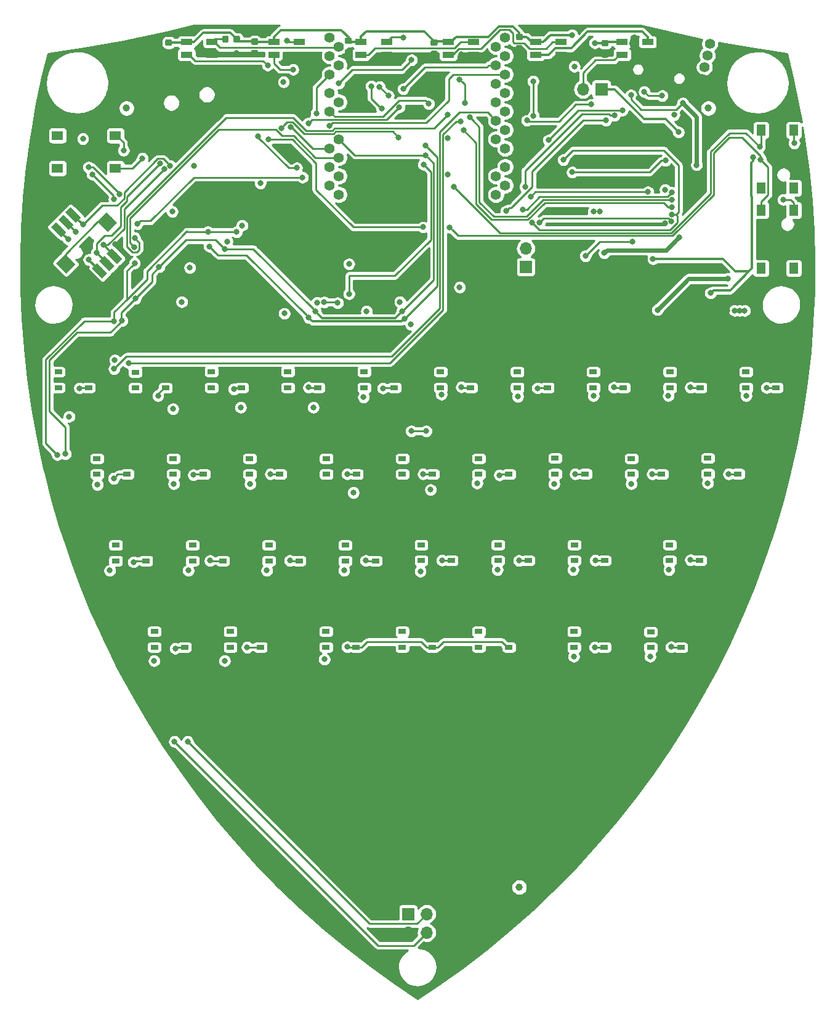
<source format=gbr>
G04 #@! TF.GenerationSoftware,KiCad,Pcbnew,5.0.2-1.fc29*
G04 #@! TF.CreationDate,2019-02-25T04:27:57+01:00*
G04 #@! TF.ProjectId,tr19-badge,74723139-2d62-4616-9467-652e6b696361,rev?*
G04 #@! TF.SameCoordinates,Original*
G04 #@! TF.FileFunction,Copper,L1,Top*
G04 #@! TF.FilePolarity,Positive*
%FSLAX46Y46*%
G04 Gerber Fmt 4.6, Leading zero omitted, Abs format (unit mm)*
G04 Created by KiCad (PCBNEW 5.0.2-1.fc29) date Mon 25 Feb 2019 04:27:57 CET*
%MOMM*%
%LPD*%
G01*
G04 APERTURE LIST*
G04 #@! TA.AperFunction,ComponentPad*
%ADD10R,1.700000X1.700000*%
G04 #@! TD*
G04 #@! TA.AperFunction,ComponentPad*
%ADD11O,1.700000X1.700000*%
G04 #@! TD*
G04 #@! TA.AperFunction,BGAPad,CuDef*
%ADD12C,1.000000*%
G04 #@! TD*
G04 #@! TA.AperFunction,SMDPad,CuDef*
%ADD13R,1.050000X0.650000*%
G04 #@! TD*
G04 #@! TA.AperFunction,SMDPad,CuDef*
%ADD14C,1.800000*%
G04 #@! TD*
G04 #@! TA.AperFunction,Conductor*
%ADD15C,0.100000*%
G04 #@! TD*
G04 #@! TA.AperFunction,SMDPad,CuDef*
%ADD16C,1.000000*%
G04 #@! TD*
G04 #@! TA.AperFunction,ComponentPad*
%ADD17C,1.400000*%
G04 #@! TD*
G04 #@! TA.AperFunction,SMDPad,CuDef*
%ADD18R,1.550000X1.300000*%
G04 #@! TD*
G04 #@! TA.AperFunction,SMDPad,CuDef*
%ADD19R,1.300000X1.550000*%
G04 #@! TD*
G04 #@! TA.AperFunction,ComponentPad*
%ADD20C,1.000000*%
G04 #@! TD*
G04 #@! TA.AperFunction,Conductor*
%ADD21C,1.000000*%
G04 #@! TD*
G04 #@! TA.AperFunction,SMDPad,CuDef*
%ADD22C,0.875000*%
G04 #@! TD*
G04 #@! TA.AperFunction,SMDPad,CuDef*
%ADD23R,1.600000X0.850000*%
G04 #@! TD*
G04 #@! TA.AperFunction,ViaPad*
%ADD24C,0.800000*%
G04 #@! TD*
G04 #@! TA.AperFunction,Conductor*
%ADD25C,0.600000*%
G04 #@! TD*
G04 #@! TA.AperFunction,Conductor*
%ADD26C,0.250000*%
G04 #@! TD*
G04 #@! TA.AperFunction,Conductor*
%ADD27C,0.300000*%
G04 #@! TD*
G04 #@! TA.AperFunction,Conductor*
%ADD28C,0.254000*%
G04 #@! TD*
G04 APERTURE END LIST*
D10*
G04 #@! TO.P,J6,1*
G04 #@! TO.N,+3V3*
X-1270000Y12330000D03*
D11*
G04 #@! TO.P,J6,2*
G04 #@! TO.N,/SDA*
X1270000Y12330000D03*
G04 #@! TO.P,J6,3*
G04 #@! TO.N,GND*
X-1270000Y9790000D03*
G04 #@! TO.P,J6,4*
G04 #@! TO.N,/SCL*
X1270000Y9790000D03*
G04 #@! TD*
D12*
G04 #@! TO.P,REF\002A\002A,*
G04 #@! TO.N,*
X14000000Y16000000D03*
G04 #@! TD*
G04 #@! TO.P,REF\002A\002A,*
G04 #@! TO.N,*
X40000000Y123000000D03*
G04 #@! TD*
G04 #@! TO.P,REF\002A\002A,*
G04 #@! TO.N,*
X-40000000Y123000000D03*
G04 #@! TD*
D13*
G04 #@! TO.P,S38,1*
G04 #@! TO.N,Net-(S38-Pad1)*
X-49375000Y86775000D03*
G04 #@! TO.P,S38,2*
G04 #@! TO.N,GND*
X-45225000Y86775000D03*
G04 #@! TO.P,S38,3*
G04 #@! TO.N,Net-(S38-Pad3)*
X-49375000Y84625000D03*
G04 #@! TO.P,S38,4*
G04 #@! TO.N,/KEY_23*
X-45225000Y84625000D03*
G04 #@! TD*
D14*
G04 #@! TO.P,S6,SH2*
G04 #@! TO.N,Net-(S6-PadSH1)*
X-42634187Y107361804D03*
D15*
G04 #@! TD*
G04 #@! TO.N,Net-(S6-PadSH1)*
G04 #@! TO.C,S6*
G36*
X-41290684Y107291093D02*
X-42563476Y106018301D01*
X-43977690Y107432515D01*
X-42704898Y108705307D01*
X-41290684Y107291093D01*
X-41290684Y107291093D01*
G37*
D14*
G04 #@! TO.P,S6,SH1*
G04 #@! TO.N,Net-(S6-PadSH1)*
X-48361751Y101634241D03*
D15*
G04 #@! TD*
G04 #@! TO.N,Net-(S6-PadSH1)*
G04 #@! TO.C,S6*
G36*
X-47018248Y101563530D02*
X-48291040Y100290738D01*
X-49705254Y101704952D01*
X-48432462Y102977744D01*
X-47018248Y101563530D01*
X-47018248Y101563530D01*
G37*
D16*
G04 #@! TO.P,S6,4*
G04 #@! TO.N,/JOY_B*
X-49334023Y106318823D03*
D15*
G04 #@! TD*
G04 #@! TO.N,/JOY_B*
G04 #@! TO.C,S6*
G36*
X-48273363Y105965270D02*
X-48980470Y105258163D01*
X-50394683Y106672376D01*
X-49687576Y107379483D01*
X-48273363Y105965270D01*
X-48273363Y105965270D01*
G37*
D16*
G04 #@! TO.P,S6,5*
G04 #@! TO.N,+3V3*
X-48326396Y107326450D03*
D15*
G04 #@! TD*
G04 #@! TO.N,+3V3*
G04 #@! TO.C,S6*
G36*
X-47265736Y106972897D02*
X-47972843Y106265790D01*
X-49387056Y107680003D01*
X-48679949Y108387110D01*
X-47265736Y106972897D01*
X-47265736Y106972897D01*
G37*
D16*
G04 #@! TO.P,S6,6*
G04 #@! TO.N,/JOY_D*
X-47318769Y108334077D03*
D15*
G04 #@! TD*
G04 #@! TO.N,/JOY_D*
G04 #@! TO.C,S6*
G36*
X-46258109Y107980524D02*
X-46965216Y107273417D01*
X-48379429Y108687630D01*
X-47672322Y109394737D01*
X-46258109Y107980524D01*
X-46258109Y107980524D01*
G37*
D16*
G04 #@! TO.P,S6,3*
G04 #@! TO.N,/JOY_C*
X-41661915Y102677223D03*
D15*
G04 #@! TD*
G04 #@! TO.N,/JOY_C*
G04 #@! TO.C,S6*
G36*
X-40601255Y102323670D02*
X-41308362Y101616563D01*
X-42722575Y103030776D01*
X-42015468Y103737883D01*
X-40601255Y102323670D01*
X-40601255Y102323670D01*
G37*
D16*
G04 #@! TO.P,S6,1*
G04 #@! TO.N,/JOY_A*
X-43677169Y100661968D03*
D15*
G04 #@! TD*
G04 #@! TO.N,/JOY_A*
G04 #@! TO.C,S6*
G36*
X-42616509Y100308415D02*
X-43323616Y99601308D01*
X-44737829Y101015521D01*
X-44030722Y101722628D01*
X-42616509Y100308415D01*
X-42616509Y100308415D01*
G37*
D16*
G04 #@! TO.P,S6,2*
G04 #@! TO.N,/JOY_PUSH*
X-42669542Y101669596D03*
D15*
G04 #@! TD*
G04 #@! TO.N,/JOY_PUSH*
G04 #@! TO.C,S6*
G36*
X-41608882Y101316043D02*
X-42315989Y100608936D01*
X-43730202Y102023149D01*
X-43023095Y102730256D01*
X-41608882Y101316043D01*
X-41608882Y101316043D01*
G37*
D17*
G04 #@! TO.P,TP2,1*
G04 #@! TO.N,/GV_SIG0_DIV*
X12065000Y130175000D03*
G04 #@! TD*
G04 #@! TO.P,TP3,1*
G04 #@! TO.N,/EN*
X10795000Y131445000D03*
G04 #@! TD*
D18*
G04 #@! TO.P,S1,4*
G04 #@! TO.N,+3V3*
X-41525000Y114750000D03*
G04 #@! TO.P,S1,3*
G04 #@! TO.N,Net-(S1-Pad3)*
X-49475000Y114750000D03*
G04 #@! TO.P,S1,2*
G04 #@! TO.N,/BTN_START*
X-41525000Y119250000D03*
G04 #@! TO.P,S1,1*
G04 #@! TO.N,Net-(S1-Pad1)*
X-49475000Y119250000D03*
G04 #@! TD*
D19*
G04 #@! TO.P,S2,4*
G04 #@! TO.N,+3V3*
X51750000Y119975000D03*
G04 #@! TO.P,S2,3*
G04 #@! TO.N,Net-(S2-Pad3)*
X51750000Y112025000D03*
G04 #@! TO.P,S2,2*
G04 #@! TO.N,/BTN_A*
X47250000Y119975000D03*
G04 #@! TO.P,S2,1*
G04 #@! TO.N,Net-(S2-Pad1)*
X47250000Y112025000D03*
G04 #@! TD*
G04 #@! TO.P,S3,4*
G04 #@! TO.N,+3V3*
X51750000Y108975000D03*
G04 #@! TO.P,S3,3*
G04 #@! TO.N,Net-(S3-Pad3)*
X51750000Y101025000D03*
G04 #@! TO.P,S3,2*
G04 #@! TO.N,/BTN_B*
X47250000Y108975000D03*
G04 #@! TO.P,S3,1*
G04 #@! TO.N,Net-(S3-Pad1)*
X47250000Y101025000D03*
G04 #@! TD*
D17*
G04 #@! TO.P,TP1,1*
G04 #@! TO.N,/BTN_INT*
X10795000Y128905000D03*
G04 #@! TD*
G04 #@! TO.P,TP4,1*
G04 #@! TO.N,/IO0*
X-12065000Y117475000D03*
G04 #@! TD*
G04 #@! TO.P,TP5,1*
G04 #@! TO.N,/IO2_SD_DAT0*
X-10795000Y116205000D03*
G04 #@! TD*
G04 #@! TO.P,TP6,1*
G04 #@! TO.N,/SDA*
X-10795000Y118745000D03*
G04 #@! TD*
G04 #@! TO.P,TP7,1*
G04 #@! TO.N,/SCL*
X-12065000Y122555000D03*
G04 #@! TD*
G04 #@! TO.P,TP8,1*
G04 #@! TO.N,/_reserved_*
X12065000Y117475000D03*
G04 #@! TD*
G04 #@! TO.P,TP9,1*
G04 #@! TO.N,/BUSY*
X12065000Y114935000D03*
G04 #@! TD*
G04 #@! TO.P,TP10,1*
G04 #@! TO.N,/SD_CLK*
X10795000Y118745000D03*
G04 #@! TD*
G04 #@! TO.P,TP11,1*
G04 #@! TO.N,/SD_CMD*
X-12065000Y114935000D03*
G04 #@! TD*
G04 #@! TO.P,TP12,1*
G04 #@! TO.N,/SCK*
X-10795000Y123825000D03*
G04 #@! TD*
G04 #@! TO.P,TP13,1*
G04 #@! TO.N,/LED*
X-12065000Y125095000D03*
G04 #@! TD*
G04 #@! TO.P,TP14,1*
G04 #@! TO.N,/ACCEL_INT*
X-12065000Y127635000D03*
G04 #@! TD*
G04 #@! TO.P,TP15,1*
G04 #@! TO.N,/LED_DIN*
X-10795000Y131445000D03*
G04 #@! TD*
G04 #@! TO.P,TP16,1*
G04 #@! TO.N,/MOSI*
X-12065000Y132715000D03*
G04 #@! TD*
G04 #@! TO.P,TP17,1*
G04 #@! TO.N,/~CS~*
X12065000Y122555000D03*
G04 #@! TD*
G04 #@! TO.P,TP18,1*
G04 #@! TO.N,/_reserved_gpio7*
X-12065000Y112395000D03*
G04 #@! TD*
G04 #@! TO.P,TP19,1*
G04 #@! TO.N,/_reserved_gpio8*
X-10795000Y113665000D03*
G04 #@! TD*
G04 #@! TO.P,TP20,1*
G04 #@! TO.N,/_reserved_gpio9*
X10795000Y113665000D03*
G04 #@! TD*
G04 #@! TO.P,TP21,1*
G04 #@! TO.N,/_reserved_gpio10*
X12065000Y112395000D03*
G04 #@! TD*
G04 #@! TO.P,TP22,1*
G04 #@! TO.N,/_reserved_gpio11*
X10795000Y111125000D03*
G04 #@! TD*
G04 #@! TO.P,TP23,1*
G04 #@! TO.N,/_reserved_gpio6*
X-10795000Y111125000D03*
G04 #@! TD*
G04 #@! TO.P,TP24,1*
G04 #@! TO.N,/RXD0*
X-10795000Y128905000D03*
G04 #@! TD*
G04 #@! TO.P,TP25,1*
G04 #@! TO.N,/TXD0*
X-12065000Y130175000D03*
G04 #@! TD*
G04 #@! TO.P,TP26,1*
G04 #@! TO.N,/KEY_INT0*
X10795000Y126365000D03*
G04 #@! TD*
G04 #@! TO.P,TP27,1*
G04 #@! TO.N,/KEY_INT1*
X12065000Y127635000D03*
G04 #@! TD*
G04 #@! TO.P,TP28,1*
G04 #@! TO.N,/32K_XN*
X10795000Y123825000D03*
G04 #@! TD*
G04 #@! TO.P,TP29,1*
G04 #@! TO.N,/32K_XP*
X12065000Y125095000D03*
G04 #@! TD*
G04 #@! TO.P,TP30,1*
G04 #@! TO.N,/~DC~*
X12065000Y120015000D03*
G04 #@! TD*
G04 #@! TO.P,TP31,1*
G04 #@! TO.N,/GV_SIG1*
X10795000Y121285000D03*
G04 #@! TD*
G04 #@! TO.P,TP35,1*
G04 #@! TO.N,+3V3*
X12065000Y132715000D03*
G04 #@! TD*
D11*
G04 #@! TO.P,JP1,2*
G04 #@! TO.N,+BATT*
X14900000Y103740000D03*
D10*
G04 #@! TO.P,JP1,1*
X14900000Y101200000D03*
G04 #@! TD*
D20*
G04 #@! TO.P,J2,SH*
G04 #@! TO.N,GND*
X28824181Y128146871D03*
D21*
G04 #@! TD*
G04 #@! TO.N,GND*
G04 #@! TO.C,J2*
X28943223Y128683834D02*
X28705139Y127609908D01*
D20*
G04 #@! TO.P,J2,SH*
G04 #@! TO.N,GND*
X37259379Y126276833D03*
D21*
G04 #@! TD*
G04 #@! TO.N,GND*
G04 #@! TO.C,J2*
X37378421Y126813796D02*
X37140337Y125739870D01*
D20*
G04 #@! TO.P,J2,SH*
G04 #@! TO.N,GND*
X29722406Y132198500D03*
D21*
G04 #@! TD*
G04 #@! TO.N,GND*
G04 #@! TO.C,J2*
X29808982Y132589018D02*
X29635830Y131807982D01*
D20*
G04 #@! TO.P,J2,SH*
G04 #@! TO.N,GND*
X38157603Y130328461D03*
D21*
G04 #@! TD*
G04 #@! TO.N,GND*
G04 #@! TO.C,J2*
X38244179Y130718979D02*
X38071027Y129937943D01*
D17*
G04 #@! TO.P,TP36,1*
G04 #@! TO.N,GND*
X39090000Y127050000D03*
G04 #@! TD*
G04 #@! TO.P,TP37,1*
G04 #@! TO.N,/USB_DN*
X39860000Y130250000D03*
G04 #@! TD*
G04 #@! TO.P,TP38,1*
G04 #@! TO.N,VBUS*
X40200000Y131850000D03*
G04 #@! TD*
G04 #@! TO.P,TP39,1*
G04 #@! TO.N,/USB_DP*
X39450000Y128640000D03*
G04 #@! TD*
D13*
G04 #@! TO.P,S8,1*
G04 #@! TO.N,Net-(S8-Pad1)*
X21525000Y51125000D03*
G04 #@! TO.P,S8,2*
G04 #@! TO.N,GND*
X25675000Y51125000D03*
G04 #@! TO.P,S8,3*
G04 #@! TO.N,Net-(S8-Pad3)*
X21525000Y48975000D03*
G04 #@! TO.P,S8,4*
G04 #@! TO.N,/KEY_0*
X25675000Y48975000D03*
G04 #@! TD*
G04 #@! TO.P,S9,1*
G04 #@! TO.N,Net-(S9-Pad1)*
X45175000Y86775000D03*
G04 #@! TO.P,S9,2*
G04 #@! TO.N,GND*
X49325000Y86775000D03*
G04 #@! TO.P,S9,3*
G04 #@! TO.N,Net-(S9-Pad3)*
X45175000Y84625000D03*
G04 #@! TO.P,S9,4*
G04 #@! TO.N,/KEY_8*
X49325000Y84625000D03*
G04 #@! TD*
G04 #@! TO.P,S10,1*
G04 #@! TO.N,Net-(S10-Pad1)*
X-25725000Y51125000D03*
G04 #@! TO.P,S10,2*
G04 #@! TO.N,GND*
X-21575000Y51125000D03*
G04 #@! TO.P,S10,3*
G04 #@! TO.N,Net-(S10-Pad3)*
X-25725000Y48975000D03*
G04 #@! TO.P,S10,4*
G04 #@! TO.N,/KEY_16*
X-21575000Y48975000D03*
G04 #@! TD*
G04 #@! TO.P,S11,1*
G04 #@! TO.N,Net-(S11-Pad1)*
X-28325000Y86775000D03*
G04 #@! TO.P,S11,2*
G04 #@! TO.N,GND*
X-24175000Y86775000D03*
G04 #@! TO.P,S11,3*
G04 #@! TO.N,Net-(S11-Pad3)*
X-28325000Y84625000D03*
G04 #@! TO.P,S11,4*
G04 #@! TO.N,/KEY_24*
X-24175000Y84625000D03*
G04 #@! TD*
G04 #@! TO.P,S12,1*
G04 #@! TO.N,Net-(S12-Pad1)*
X32075000Y51075000D03*
G04 #@! TO.P,S12,2*
G04 #@! TO.N,GND*
X36225000Y51075000D03*
G04 #@! TO.P,S12,3*
G04 #@! TO.N,Net-(S12-Pad3)*
X32075000Y48925000D03*
G04 #@! TO.P,S12,4*
G04 #@! TO.N,/KEY_1*
X36225000Y48925000D03*
G04 #@! TD*
G04 #@! TO.P,S13,1*
G04 #@! TO.N,Net-(S13-Pad1)*
X34725000Y86775000D03*
G04 #@! TO.P,S13,2*
G04 #@! TO.N,GND*
X38875000Y86775000D03*
G04 #@! TO.P,S13,3*
G04 #@! TO.N,Net-(S13-Pad3)*
X34725000Y84625000D03*
G04 #@! TO.P,S13,4*
G04 #@! TO.N,/KEY_9*
X38875000Y84625000D03*
G04 #@! TD*
G04 #@! TO.P,S14,1*
G04 #@! TO.N,Net-(S14-Pad1)*
X-30925000Y62975000D03*
G04 #@! TO.P,S14,2*
G04 #@! TO.N,GND*
X-26775000Y62975000D03*
G04 #@! TO.P,S14,3*
G04 #@! TO.N,Net-(S14-Pad3)*
X-30925000Y60825000D03*
G04 #@! TO.P,S14,4*
G04 #@! TO.N,/KEY_17*
X-26775000Y60825000D03*
G04 #@! TD*
G04 #@! TO.P,S15,1*
G04 #@! TO.N,Net-(S15-Pad1)*
X-23075000Y74875000D03*
G04 #@! TO.P,S15,2*
G04 #@! TO.N,GND*
X-18925000Y74875000D03*
G04 #@! TO.P,S15,3*
G04 #@! TO.N,Net-(S15-Pad3)*
X-23075000Y72725000D03*
G04 #@! TO.P,S15,4*
G04 #@! TO.N,/KEY_25*
X-18925000Y72725000D03*
G04 #@! TD*
G04 #@! TO.P,S16,1*
G04 #@! TO.N,Net-(S16-Pad1)*
X11075000Y63025000D03*
G04 #@! TO.P,S16,2*
G04 #@! TO.N,GND*
X15225000Y63025000D03*
G04 #@! TO.P,S16,3*
G04 #@! TO.N,Net-(S16-Pad3)*
X11075000Y60875000D03*
G04 #@! TO.P,S16,4*
G04 #@! TO.N,/KEY_2*
X15225000Y60875000D03*
G04 #@! TD*
G04 #@! TO.P,S17,1*
G04 #@! TO.N,Net-(S17-Pad1)*
X24175000Y86775000D03*
G04 #@! TO.P,S17,2*
G04 #@! TO.N,GND*
X28325000Y86775000D03*
G04 #@! TO.P,S17,3*
G04 #@! TO.N,Net-(S17-Pad3)*
X24175000Y84625000D03*
G04 #@! TO.P,S17,4*
G04 #@! TO.N,/KEY_10*
X28325000Y84625000D03*
G04 #@! TD*
G04 #@! TO.P,S18,1*
G04 #@! TO.N,Net-(S18-Pad1)*
X-33575000Y74875000D03*
G04 #@! TO.P,S18,2*
G04 #@! TO.N,GND*
X-29425000Y74875000D03*
G04 #@! TO.P,S18,3*
G04 #@! TO.N,Net-(S18-Pad3)*
X-33575000Y72725000D03*
G04 #@! TO.P,S18,4*
G04 #@! TO.N,/KEY_18*
X-29425000Y72725000D03*
G04 #@! TD*
G04 #@! TO.P,S19,1*
G04 #@! TO.N,Net-(S19-Pad1)*
X-20425000Y62975000D03*
G04 #@! TO.P,S19,2*
G04 #@! TO.N,GND*
X-16275000Y62975000D03*
G04 #@! TO.P,S19,3*
G04 #@! TO.N,Net-(S19-Pad3)*
X-20425000Y60825000D03*
G04 #@! TO.P,S19,4*
G04 #@! TO.N,/KEY_26*
X-16275000Y60825000D03*
G04 #@! TD*
G04 #@! TO.P,S20,1*
G04 #@! TO.N,Net-(S20-Pad1)*
X21575000Y63025000D03*
G04 #@! TO.P,S20,2*
G04 #@! TO.N,GND*
X25725000Y63025000D03*
G04 #@! TO.P,S20,3*
G04 #@! TO.N,Net-(S20-Pad3)*
X21575000Y60875000D03*
G04 #@! TO.P,S20,4*
G04 #@! TO.N,/KEY_3*
X25725000Y60875000D03*
G04 #@! TD*
G04 #@! TO.P,S21,1*
G04 #@! TO.N,Net-(S21-Pad1)*
X13725000Y86775000D03*
G04 #@! TO.P,S21,2*
G04 #@! TO.N,GND*
X17875000Y86775000D03*
G04 #@! TO.P,S21,3*
G04 #@! TO.N,Net-(S21-Pad3)*
X13725000Y84625000D03*
G04 #@! TO.P,S21,4*
G04 #@! TO.N,/KEY_11*
X17875000Y84625000D03*
G04 #@! TD*
G04 #@! TO.P,S22,1*
G04 #@! TO.N,Net-(S22-Pad1)*
X-38775000Y86725000D03*
G04 #@! TO.P,S22,2*
G04 #@! TO.N,GND*
X-34625000Y86725000D03*
G04 #@! TO.P,S22,3*
G04 #@! TO.N,Net-(S22-Pad3)*
X-38775000Y84575000D03*
G04 #@! TO.P,S22,4*
G04 #@! TO.N,/KEY_19*
X-34625000Y84575000D03*
G04 #@! TD*
G04 #@! TO.P,S23,1*
G04 #@! TO.N,Net-(S23-Pad1)*
X-12575000Y51125000D03*
G04 #@! TO.P,S23,2*
G04 #@! TO.N,GND*
X-8425000Y51125000D03*
G04 #@! TO.P,S23,3*
G04 #@! TO.N,Net-(S23-Pad3)*
X-12575000Y48975000D03*
G04 #@! TO.P,S23,4*
G04 #@! TO.N,/KEY_27*
X-8425000Y48975000D03*
G04 #@! TD*
G04 #@! TO.P,S24,1*
G04 #@! TO.N,Net-(S24-Pad1)*
X34675000Y63025000D03*
G04 #@! TO.P,S24,2*
G04 #@! TO.N,GND*
X38825000Y63025000D03*
G04 #@! TO.P,S24,3*
G04 #@! TO.N,Net-(S24-Pad3)*
X34675000Y60875000D03*
G04 #@! TO.P,S24,4*
G04 #@! TO.N,/KEY_4*
X38825000Y60875000D03*
G04 #@! TD*
G04 #@! TO.P,S25,1*
G04 #@! TO.N,Net-(S25-Pad1)*
X3175000Y86775000D03*
G04 #@! TO.P,S25,2*
G04 #@! TO.N,GND*
X7325000Y86775000D03*
G04 #@! TO.P,S25,3*
G04 #@! TO.N,Net-(S25-Pad3)*
X3175000Y84625000D03*
G04 #@! TO.P,S25,4*
G04 #@! TO.N,/KEY_12*
X7325000Y84625000D03*
G04 #@! TD*
G04 #@! TO.P,S26,1*
G04 #@! TO.N,Net-(S26-Pad1)*
X-36175000Y51125000D03*
G04 #@! TO.P,S26,2*
G04 #@! TO.N,GND*
X-32025000Y51125000D03*
G04 #@! TO.P,S26,3*
G04 #@! TO.N,Net-(S26-Pad3)*
X-36175000Y48975000D03*
G04 #@! TO.P,S26,4*
G04 #@! TO.N,/KEY_20*
X-32025000Y48975000D03*
G04 #@! TD*
G04 #@! TO.P,S27,1*
G04 #@! TO.N,Net-(S27-Pad1)*
X-17825000Y86775000D03*
G04 #@! TO.P,S27,2*
G04 #@! TO.N,GND*
X-13675000Y86775000D03*
G04 #@! TO.P,S27,3*
G04 #@! TO.N,Net-(S27-Pad3)*
X-17825000Y84625000D03*
G04 #@! TO.P,S27,4*
G04 #@! TO.N,/KEY_28*
X-13675000Y84625000D03*
G04 #@! TD*
G04 #@! TO.P,S28,1*
G04 #@! TO.N,Net-(S28-Pad1)*
X8425000Y74875000D03*
G04 #@! TO.P,S28,2*
G04 #@! TO.N,GND*
X12575000Y74875000D03*
G04 #@! TO.P,S28,3*
G04 #@! TO.N,Net-(S28-Pad3)*
X8425000Y72725000D03*
G04 #@! TO.P,S28,4*
G04 #@! TO.N,/KEY_5*
X12575000Y72725000D03*
G04 #@! TD*
G04 #@! TO.P,S29,1*
G04 #@! TO.N,Net-(S29-Pad1)*
X39925000Y74925000D03*
G04 #@! TO.P,S29,2*
G04 #@! TO.N,GND*
X44075000Y74925000D03*
G04 #@! TO.P,S29,3*
G04 #@! TO.N,Net-(S29-Pad3)*
X39925000Y72775000D03*
G04 #@! TO.P,S29,4*
G04 #@! TO.N,/KEY_13*
X44075000Y72775000D03*
G04 #@! TD*
G04 #@! TO.P,S30,1*
G04 #@! TO.N,Net-(S30-Pad1)*
X-41475000Y62975000D03*
G04 #@! TO.P,S30,2*
G04 #@! TO.N,GND*
X-37325000Y62975000D03*
G04 #@! TO.P,S30,3*
G04 #@! TO.N,Net-(S30-Pad3)*
X-41475000Y60825000D03*
G04 #@! TO.P,S30,4*
G04 #@! TO.N,/KEY_21*
X-37325000Y60825000D03*
G04 #@! TD*
G04 #@! TO.P,S31,1*
G04 #@! TO.N,Net-(S31-Pad1)*
X-12525000Y74875000D03*
G04 #@! TO.P,S31,2*
G04 #@! TO.N,GND*
X-8375000Y74875000D03*
G04 #@! TO.P,S31,3*
G04 #@! TO.N,Net-(S31-Pad3)*
X-12525000Y72725000D03*
G04 #@! TO.P,S31,4*
G04 #@! TO.N,/KEY_29*
X-8375000Y72725000D03*
G04 #@! TD*
G04 #@! TO.P,S32,1*
G04 #@! TO.N,Net-(S32-Pad1)*
X525000Y63025000D03*
G04 #@! TO.P,S32,2*
G04 #@! TO.N,GND*
X4675000Y63025000D03*
G04 #@! TO.P,S32,3*
G04 #@! TO.N,Net-(S32-Pad3)*
X525000Y60875000D03*
G04 #@! TO.P,S32,4*
G04 #@! TO.N,/KEY_6*
X4675000Y60875000D03*
G04 #@! TD*
G04 #@! TO.P,S33,1*
G04 #@! TO.N,Net-(S33-Pad1)*
X29425000Y74875000D03*
G04 #@! TO.P,S33,2*
G04 #@! TO.N,GND*
X33575000Y74875000D03*
G04 #@! TO.P,S33,3*
G04 #@! TO.N,Net-(S33-Pad3)*
X29425000Y72725000D03*
G04 #@! TO.P,S33,4*
G04 #@! TO.N,/KEY_14*
X33575000Y72725000D03*
G04 #@! TD*
G04 #@! TO.P,S34,1*
G04 #@! TO.N,Net-(S34-Pad1)*
X-44075000Y74875000D03*
G04 #@! TO.P,S34,2*
G04 #@! TO.N,GND*
X-39925000Y74875000D03*
G04 #@! TO.P,S34,3*
G04 #@! TO.N,Net-(S34-Pad3)*
X-44075000Y72725000D03*
G04 #@! TO.P,S34,4*
G04 #@! TO.N,/KEY_22*
X-39925000Y72725000D03*
G04 #@! TD*
G04 #@! TO.P,S35,1*
G04 #@! TO.N,Net-(S35-Pad1)*
X-9925000Y62975000D03*
G04 #@! TO.P,S35,2*
G04 #@! TO.N,GND*
X-5775000Y62975000D03*
G04 #@! TO.P,S35,3*
G04 #@! TO.N,Net-(S35-Pad3)*
X-9925000Y60825000D03*
G04 #@! TO.P,S35,4*
G04 #@! TO.N,/KEY_30*
X-5775000Y60825000D03*
G04 #@! TD*
G04 #@! TO.P,S36,1*
G04 #@! TO.N,Net-(S36-Pad1)*
X-2075000Y74875000D03*
G04 #@! TO.P,S36,2*
G04 #@! TO.N,GND*
X2075000Y74875000D03*
G04 #@! TO.P,S36,3*
G04 #@! TO.N,Net-(S36-Pad3)*
X-2075000Y72725000D03*
G04 #@! TO.P,S36,4*
G04 #@! TO.N,/KEY_7*
X2075000Y72725000D03*
G04 #@! TD*
G04 #@! TO.P,S37,1*
G04 #@! TO.N,Net-(S37-Pad1)*
X18925000Y74925000D03*
G04 #@! TO.P,S37,2*
G04 #@! TO.N,GND*
X23075000Y74925000D03*
G04 #@! TO.P,S37,3*
G04 #@! TO.N,Net-(S37-Pad3)*
X18925000Y72775000D03*
G04 #@! TO.P,S37,4*
G04 #@! TO.N,/KEY_15*
X23075000Y72775000D03*
G04 #@! TD*
G04 #@! TO.P,S39,1*
G04 #@! TO.N,Net-(S39-Pad1)*
X-7325000Y86775000D03*
G04 #@! TO.P,S39,2*
G04 #@! TO.N,GND*
X-3175000Y86775000D03*
G04 #@! TO.P,S39,3*
G04 #@! TO.N,Net-(S39-Pad3)*
X-7325000Y84625000D03*
G04 #@! TO.P,S39,4*
G04 #@! TO.N,/KEY_31*
X-3175000Y84625000D03*
G04 #@! TD*
G04 #@! TO.P,S40,4*
G04 #@! TO.N,/KEY_27*
X2055000Y48975000D03*
G04 #@! TO.P,S40,3*
G04 #@! TO.N,Net-(S40-Pad3)*
X-2095000Y48975000D03*
G04 #@! TO.P,S40,2*
G04 #@! TO.N,GND*
X2055000Y51125000D03*
G04 #@! TO.P,S40,1*
G04 #@! TO.N,Net-(S40-Pad1)*
X-2095000Y51125000D03*
G04 #@! TD*
G04 #@! TO.P,S41,1*
G04 #@! TO.N,Net-(S41-Pad1)*
X8425000Y51115000D03*
G04 #@! TO.P,S41,2*
G04 #@! TO.N,GND*
X12575000Y51115000D03*
G04 #@! TO.P,S41,3*
G04 #@! TO.N,Net-(S41-Pad3)*
X8425000Y48965000D03*
G04 #@! TO.P,S41,4*
G04 #@! TO.N,/KEY_27*
X12575000Y48965000D03*
G04 #@! TD*
D10*
G04 #@! TO.P,J7,1*
G04 #@! TO.N,+VSW*
X25300000Y125600000D03*
D11*
G04 #@! TO.P,J7,2*
G04 #@! TO.N,Net-(D17-Pad2)*
X22760000Y125600000D03*
G04 #@! TO.P,J7,3*
G04 #@! TO.N,GND*
X20220000Y125600000D03*
G04 #@! TD*
D15*
G04 #@! TO.N,+VSW*
G04 #@! TO.C,C12*
G36*
X26077691Y132373947D02*
X26098926Y132370797D01*
X26119750Y132365581D01*
X26139962Y132358349D01*
X26159368Y132349170D01*
X26177781Y132338134D01*
X26195024Y132325346D01*
X26210930Y132310930D01*
X26225346Y132295024D01*
X26238134Y132277781D01*
X26249170Y132259368D01*
X26258349Y132239962D01*
X26265581Y132219750D01*
X26270797Y132198926D01*
X26273947Y132177691D01*
X26275000Y132156250D01*
X26275000Y131718750D01*
X26273947Y131697309D01*
X26270797Y131676074D01*
X26265581Y131655250D01*
X26258349Y131635038D01*
X26249170Y131615632D01*
X26238134Y131597219D01*
X26225346Y131579976D01*
X26210930Y131564070D01*
X26195024Y131549654D01*
X26177781Y131536866D01*
X26159368Y131525830D01*
X26139962Y131516651D01*
X26119750Y131509419D01*
X26098926Y131504203D01*
X26077691Y131501053D01*
X26056250Y131500000D01*
X25543750Y131500000D01*
X25522309Y131501053D01*
X25501074Y131504203D01*
X25480250Y131509419D01*
X25460038Y131516651D01*
X25440632Y131525830D01*
X25422219Y131536866D01*
X25404976Y131549654D01*
X25389070Y131564070D01*
X25374654Y131579976D01*
X25361866Y131597219D01*
X25350830Y131615632D01*
X25341651Y131635038D01*
X25334419Y131655250D01*
X25329203Y131676074D01*
X25326053Y131697309D01*
X25325000Y131718750D01*
X25325000Y132156250D01*
X25326053Y132177691D01*
X25329203Y132198926D01*
X25334419Y132219750D01*
X25341651Y132239962D01*
X25350830Y132259368D01*
X25361866Y132277781D01*
X25374654Y132295024D01*
X25389070Y132310930D01*
X25404976Y132325346D01*
X25422219Y132338134D01*
X25440632Y132349170D01*
X25460038Y132358349D01*
X25480250Y132365581D01*
X25501074Y132370797D01*
X25522309Y132373947D01*
X25543750Y132375000D01*
X26056250Y132375000D01*
X26077691Y132373947D01*
X26077691Y132373947D01*
G37*
D22*
G04 #@! TD*
G04 #@! TO.P,C12,1*
G04 #@! TO.N,+VSW*
X25800000Y131937500D03*
D15*
G04 #@! TO.N,GND*
G04 #@! TO.C,C12*
G36*
X26077691Y130798947D02*
X26098926Y130795797D01*
X26119750Y130790581D01*
X26139962Y130783349D01*
X26159368Y130774170D01*
X26177781Y130763134D01*
X26195024Y130750346D01*
X26210930Y130735930D01*
X26225346Y130720024D01*
X26238134Y130702781D01*
X26249170Y130684368D01*
X26258349Y130664962D01*
X26265581Y130644750D01*
X26270797Y130623926D01*
X26273947Y130602691D01*
X26275000Y130581250D01*
X26275000Y130143750D01*
X26273947Y130122309D01*
X26270797Y130101074D01*
X26265581Y130080250D01*
X26258349Y130060038D01*
X26249170Y130040632D01*
X26238134Y130022219D01*
X26225346Y130004976D01*
X26210930Y129989070D01*
X26195024Y129974654D01*
X26177781Y129961866D01*
X26159368Y129950830D01*
X26139962Y129941651D01*
X26119750Y129934419D01*
X26098926Y129929203D01*
X26077691Y129926053D01*
X26056250Y129925000D01*
X25543750Y129925000D01*
X25522309Y129926053D01*
X25501074Y129929203D01*
X25480250Y129934419D01*
X25460038Y129941651D01*
X25440632Y129950830D01*
X25422219Y129961866D01*
X25404976Y129974654D01*
X25389070Y129989070D01*
X25374654Y130004976D01*
X25361866Y130022219D01*
X25350830Y130040632D01*
X25341651Y130060038D01*
X25334419Y130080250D01*
X25329203Y130101074D01*
X25326053Y130122309D01*
X25325000Y130143750D01*
X25325000Y130581250D01*
X25326053Y130602691D01*
X25329203Y130623926D01*
X25334419Y130644750D01*
X25341651Y130664962D01*
X25350830Y130684368D01*
X25361866Y130702781D01*
X25374654Y130720024D01*
X25389070Y130735930D01*
X25404976Y130750346D01*
X25422219Y130763134D01*
X25440632Y130774170D01*
X25460038Y130783349D01*
X25480250Y130790581D01*
X25501074Y130795797D01*
X25522309Y130798947D01*
X25543750Y130800000D01*
X26056250Y130800000D01*
X26077691Y130798947D01*
X26077691Y130798947D01*
G37*
D22*
G04 #@! TD*
G04 #@! TO.P,C12,2*
G04 #@! TO.N,GND*
X25800000Y130362500D03*
D15*
G04 #@! TO.N,GND*
G04 #@! TO.C,C20*
G36*
X-9222309Y131098947D02*
X-9201074Y131095797D01*
X-9180250Y131090581D01*
X-9160038Y131083349D01*
X-9140632Y131074170D01*
X-9122219Y131063134D01*
X-9104976Y131050346D01*
X-9089070Y131035930D01*
X-9074654Y131020024D01*
X-9061866Y131002781D01*
X-9050830Y130984368D01*
X-9041651Y130964962D01*
X-9034419Y130944750D01*
X-9029203Y130923926D01*
X-9026053Y130902691D01*
X-9025000Y130881250D01*
X-9025000Y130443750D01*
X-9026053Y130422309D01*
X-9029203Y130401074D01*
X-9034419Y130380250D01*
X-9041651Y130360038D01*
X-9050830Y130340632D01*
X-9061866Y130322219D01*
X-9074654Y130304976D01*
X-9089070Y130289070D01*
X-9104976Y130274654D01*
X-9122219Y130261866D01*
X-9140632Y130250830D01*
X-9160038Y130241651D01*
X-9180250Y130234419D01*
X-9201074Y130229203D01*
X-9222309Y130226053D01*
X-9243750Y130225000D01*
X-9756250Y130225000D01*
X-9777691Y130226053D01*
X-9798926Y130229203D01*
X-9819750Y130234419D01*
X-9839962Y130241651D01*
X-9859368Y130250830D01*
X-9877781Y130261866D01*
X-9895024Y130274654D01*
X-9910930Y130289070D01*
X-9925346Y130304976D01*
X-9938134Y130322219D01*
X-9949170Y130340632D01*
X-9958349Y130360038D01*
X-9965581Y130380250D01*
X-9970797Y130401074D01*
X-9973947Y130422309D01*
X-9975000Y130443750D01*
X-9975000Y130881250D01*
X-9973947Y130902691D01*
X-9970797Y130923926D01*
X-9965581Y130944750D01*
X-9958349Y130964962D01*
X-9949170Y130984368D01*
X-9938134Y131002781D01*
X-9925346Y131020024D01*
X-9910930Y131035930D01*
X-9895024Y131050346D01*
X-9877781Y131063134D01*
X-9859368Y131074170D01*
X-9839962Y131083349D01*
X-9819750Y131090581D01*
X-9798926Y131095797D01*
X-9777691Y131098947D01*
X-9756250Y131100000D01*
X-9243750Y131100000D01*
X-9222309Y131098947D01*
X-9222309Y131098947D01*
G37*
D22*
G04 #@! TD*
G04 #@! TO.P,C20,2*
G04 #@! TO.N,GND*
X-9500000Y130662500D03*
D15*
G04 #@! TO.N,+VSW*
G04 #@! TO.C,C20*
G36*
X-9222309Y132673947D02*
X-9201074Y132670797D01*
X-9180250Y132665581D01*
X-9160038Y132658349D01*
X-9140632Y132649170D01*
X-9122219Y132638134D01*
X-9104976Y132625346D01*
X-9089070Y132610930D01*
X-9074654Y132595024D01*
X-9061866Y132577781D01*
X-9050830Y132559368D01*
X-9041651Y132539962D01*
X-9034419Y132519750D01*
X-9029203Y132498926D01*
X-9026053Y132477691D01*
X-9025000Y132456250D01*
X-9025000Y132018750D01*
X-9026053Y131997309D01*
X-9029203Y131976074D01*
X-9034419Y131955250D01*
X-9041651Y131935038D01*
X-9050830Y131915632D01*
X-9061866Y131897219D01*
X-9074654Y131879976D01*
X-9089070Y131864070D01*
X-9104976Y131849654D01*
X-9122219Y131836866D01*
X-9140632Y131825830D01*
X-9160038Y131816651D01*
X-9180250Y131809419D01*
X-9201074Y131804203D01*
X-9222309Y131801053D01*
X-9243750Y131800000D01*
X-9756250Y131800000D01*
X-9777691Y131801053D01*
X-9798926Y131804203D01*
X-9819750Y131809419D01*
X-9839962Y131816651D01*
X-9859368Y131825830D01*
X-9877781Y131836866D01*
X-9895024Y131849654D01*
X-9910930Y131864070D01*
X-9925346Y131879976D01*
X-9938134Y131897219D01*
X-9949170Y131915632D01*
X-9958349Y131935038D01*
X-9965581Y131955250D01*
X-9970797Y131976074D01*
X-9973947Y131997309D01*
X-9975000Y132018750D01*
X-9975000Y132456250D01*
X-9973947Y132477691D01*
X-9970797Y132498926D01*
X-9965581Y132519750D01*
X-9958349Y132539962D01*
X-9949170Y132559368D01*
X-9938134Y132577781D01*
X-9925346Y132595024D01*
X-9910930Y132610930D01*
X-9895024Y132625346D01*
X-9877781Y132638134D01*
X-9859368Y132649170D01*
X-9839962Y132658349D01*
X-9819750Y132665581D01*
X-9798926Y132670797D01*
X-9777691Y132673947D01*
X-9756250Y132675000D01*
X-9243750Y132675000D01*
X-9222309Y132673947D01*
X-9222309Y132673947D01*
G37*
D22*
G04 #@! TD*
G04 #@! TO.P,C20,1*
G04 #@! TO.N,+VSW*
X-9500000Y132237500D03*
D15*
G04 #@! TO.N,+VSW*
G04 #@! TO.C,C23*
G36*
X2577691Y132448947D02*
X2598926Y132445797D01*
X2619750Y132440581D01*
X2639962Y132433349D01*
X2659368Y132424170D01*
X2677781Y132413134D01*
X2695024Y132400346D01*
X2710930Y132385930D01*
X2725346Y132370024D01*
X2738134Y132352781D01*
X2749170Y132334368D01*
X2758349Y132314962D01*
X2765581Y132294750D01*
X2770797Y132273926D01*
X2773947Y132252691D01*
X2775000Y132231250D01*
X2775000Y131793750D01*
X2773947Y131772309D01*
X2770797Y131751074D01*
X2765581Y131730250D01*
X2758349Y131710038D01*
X2749170Y131690632D01*
X2738134Y131672219D01*
X2725346Y131654976D01*
X2710930Y131639070D01*
X2695024Y131624654D01*
X2677781Y131611866D01*
X2659368Y131600830D01*
X2639962Y131591651D01*
X2619750Y131584419D01*
X2598926Y131579203D01*
X2577691Y131576053D01*
X2556250Y131575000D01*
X2043750Y131575000D01*
X2022309Y131576053D01*
X2001074Y131579203D01*
X1980250Y131584419D01*
X1960038Y131591651D01*
X1940632Y131600830D01*
X1922219Y131611866D01*
X1904976Y131624654D01*
X1889070Y131639070D01*
X1874654Y131654976D01*
X1861866Y131672219D01*
X1850830Y131690632D01*
X1841651Y131710038D01*
X1834419Y131730250D01*
X1829203Y131751074D01*
X1826053Y131772309D01*
X1825000Y131793750D01*
X1825000Y132231250D01*
X1826053Y132252691D01*
X1829203Y132273926D01*
X1834419Y132294750D01*
X1841651Y132314962D01*
X1850830Y132334368D01*
X1861866Y132352781D01*
X1874654Y132370024D01*
X1889070Y132385930D01*
X1904976Y132400346D01*
X1922219Y132413134D01*
X1940632Y132424170D01*
X1960038Y132433349D01*
X1980250Y132440581D01*
X2001074Y132445797D01*
X2022309Y132448947D01*
X2043750Y132450000D01*
X2556250Y132450000D01*
X2577691Y132448947D01*
X2577691Y132448947D01*
G37*
D22*
G04 #@! TD*
G04 #@! TO.P,C23,1*
G04 #@! TO.N,+VSW*
X2300000Y132012500D03*
D15*
G04 #@! TO.N,GND*
G04 #@! TO.C,C23*
G36*
X2577691Y130873947D02*
X2598926Y130870797D01*
X2619750Y130865581D01*
X2639962Y130858349D01*
X2659368Y130849170D01*
X2677781Y130838134D01*
X2695024Y130825346D01*
X2710930Y130810930D01*
X2725346Y130795024D01*
X2738134Y130777781D01*
X2749170Y130759368D01*
X2758349Y130739962D01*
X2765581Y130719750D01*
X2770797Y130698926D01*
X2773947Y130677691D01*
X2775000Y130656250D01*
X2775000Y130218750D01*
X2773947Y130197309D01*
X2770797Y130176074D01*
X2765581Y130155250D01*
X2758349Y130135038D01*
X2749170Y130115632D01*
X2738134Y130097219D01*
X2725346Y130079976D01*
X2710930Y130064070D01*
X2695024Y130049654D01*
X2677781Y130036866D01*
X2659368Y130025830D01*
X2639962Y130016651D01*
X2619750Y130009419D01*
X2598926Y130004203D01*
X2577691Y130001053D01*
X2556250Y130000000D01*
X2043750Y130000000D01*
X2022309Y130001053D01*
X2001074Y130004203D01*
X1980250Y130009419D01*
X1960038Y130016651D01*
X1940632Y130025830D01*
X1922219Y130036866D01*
X1904976Y130049654D01*
X1889070Y130064070D01*
X1874654Y130079976D01*
X1861866Y130097219D01*
X1850830Y130115632D01*
X1841651Y130135038D01*
X1834419Y130155250D01*
X1829203Y130176074D01*
X1826053Y130197309D01*
X1825000Y130218750D01*
X1825000Y130656250D01*
X1826053Y130677691D01*
X1829203Y130698926D01*
X1834419Y130719750D01*
X1841651Y130739962D01*
X1850830Y130759368D01*
X1861866Y130777781D01*
X1874654Y130795024D01*
X1889070Y130810930D01*
X1904976Y130825346D01*
X1922219Y130838134D01*
X1940632Y130849170D01*
X1960038Y130858349D01*
X1980250Y130865581D01*
X2001074Y130870797D01*
X2022309Y130873947D01*
X2043750Y130875000D01*
X2556250Y130875000D01*
X2577691Y130873947D01*
X2577691Y130873947D01*
G37*
D22*
G04 #@! TD*
G04 #@! TO.P,C23,2*
G04 #@! TO.N,GND*
X2300000Y130437500D03*
D15*
G04 #@! TO.N,GND*
G04 #@! TO.C,C25*
G36*
X-22097309Y130998947D02*
X-22076074Y130995797D01*
X-22055250Y130990581D01*
X-22035038Y130983349D01*
X-22015632Y130974170D01*
X-21997219Y130963134D01*
X-21979976Y130950346D01*
X-21964070Y130935930D01*
X-21949654Y130920024D01*
X-21936866Y130902781D01*
X-21925830Y130884368D01*
X-21916651Y130864962D01*
X-21909419Y130844750D01*
X-21904203Y130823926D01*
X-21901053Y130802691D01*
X-21900000Y130781250D01*
X-21900000Y130343750D01*
X-21901053Y130322309D01*
X-21904203Y130301074D01*
X-21909419Y130280250D01*
X-21916651Y130260038D01*
X-21925830Y130240632D01*
X-21936866Y130222219D01*
X-21949654Y130204976D01*
X-21964070Y130189070D01*
X-21979976Y130174654D01*
X-21997219Y130161866D01*
X-22015632Y130150830D01*
X-22035038Y130141651D01*
X-22055250Y130134419D01*
X-22076074Y130129203D01*
X-22097309Y130126053D01*
X-22118750Y130125000D01*
X-22631250Y130125000D01*
X-22652691Y130126053D01*
X-22673926Y130129203D01*
X-22694750Y130134419D01*
X-22714962Y130141651D01*
X-22734368Y130150830D01*
X-22752781Y130161866D01*
X-22770024Y130174654D01*
X-22785930Y130189070D01*
X-22800346Y130204976D01*
X-22813134Y130222219D01*
X-22824170Y130240632D01*
X-22833349Y130260038D01*
X-22840581Y130280250D01*
X-22845797Y130301074D01*
X-22848947Y130322309D01*
X-22850000Y130343750D01*
X-22850000Y130781250D01*
X-22848947Y130802691D01*
X-22845797Y130823926D01*
X-22840581Y130844750D01*
X-22833349Y130864962D01*
X-22824170Y130884368D01*
X-22813134Y130902781D01*
X-22800346Y130920024D01*
X-22785930Y130935930D01*
X-22770024Y130950346D01*
X-22752781Y130963134D01*
X-22734368Y130974170D01*
X-22714962Y130983349D01*
X-22694750Y130990581D01*
X-22673926Y130995797D01*
X-22652691Y130998947D01*
X-22631250Y131000000D01*
X-22118750Y131000000D01*
X-22097309Y130998947D01*
X-22097309Y130998947D01*
G37*
D22*
G04 #@! TD*
G04 #@! TO.P,C25,2*
G04 #@! TO.N,GND*
X-22375000Y130562500D03*
D15*
G04 #@! TO.N,+VSW*
G04 #@! TO.C,C25*
G36*
X-22097309Y132573947D02*
X-22076074Y132570797D01*
X-22055250Y132565581D01*
X-22035038Y132558349D01*
X-22015632Y132549170D01*
X-21997219Y132538134D01*
X-21979976Y132525346D01*
X-21964070Y132510930D01*
X-21949654Y132495024D01*
X-21936866Y132477781D01*
X-21925830Y132459368D01*
X-21916651Y132439962D01*
X-21909419Y132419750D01*
X-21904203Y132398926D01*
X-21901053Y132377691D01*
X-21900000Y132356250D01*
X-21900000Y131918750D01*
X-21901053Y131897309D01*
X-21904203Y131876074D01*
X-21909419Y131855250D01*
X-21916651Y131835038D01*
X-21925830Y131815632D01*
X-21936866Y131797219D01*
X-21949654Y131779976D01*
X-21964070Y131764070D01*
X-21979976Y131749654D01*
X-21997219Y131736866D01*
X-22015632Y131725830D01*
X-22035038Y131716651D01*
X-22055250Y131709419D01*
X-22076074Y131704203D01*
X-22097309Y131701053D01*
X-22118750Y131700000D01*
X-22631250Y131700000D01*
X-22652691Y131701053D01*
X-22673926Y131704203D01*
X-22694750Y131709419D01*
X-22714962Y131716651D01*
X-22734368Y131725830D01*
X-22752781Y131736866D01*
X-22770024Y131749654D01*
X-22785930Y131764070D01*
X-22800346Y131779976D01*
X-22813134Y131797219D01*
X-22824170Y131815632D01*
X-22833349Y131835038D01*
X-22840581Y131855250D01*
X-22845797Y131876074D01*
X-22848947Y131897309D01*
X-22850000Y131918750D01*
X-22850000Y132356250D01*
X-22848947Y132377691D01*
X-22845797Y132398926D01*
X-22840581Y132419750D01*
X-22833349Y132439962D01*
X-22824170Y132459368D01*
X-22813134Y132477781D01*
X-22800346Y132495024D01*
X-22785930Y132510930D01*
X-22770024Y132525346D01*
X-22752781Y132538134D01*
X-22734368Y132549170D01*
X-22714962Y132558349D01*
X-22694750Y132565581D01*
X-22673926Y132570797D01*
X-22652691Y132573947D01*
X-22631250Y132575000D01*
X-22118750Y132575000D01*
X-22097309Y132573947D01*
X-22097309Y132573947D01*
G37*
D22*
G04 #@! TD*
G04 #@! TO.P,C25,1*
G04 #@! TO.N,+VSW*
X-22375000Y132137500D03*
D15*
G04 #@! TO.N,GND*
G04 #@! TO.C,C27*
G36*
X14277691Y131648947D02*
X14298926Y131645797D01*
X14319750Y131640581D01*
X14339962Y131633349D01*
X14359368Y131624170D01*
X14377781Y131613134D01*
X14395024Y131600346D01*
X14410930Y131585930D01*
X14425346Y131570024D01*
X14438134Y131552781D01*
X14449170Y131534368D01*
X14458349Y131514962D01*
X14465581Y131494750D01*
X14470797Y131473926D01*
X14473947Y131452691D01*
X14475000Y131431250D01*
X14475000Y130993750D01*
X14473947Y130972309D01*
X14470797Y130951074D01*
X14465581Y130930250D01*
X14458349Y130910038D01*
X14449170Y130890632D01*
X14438134Y130872219D01*
X14425346Y130854976D01*
X14410930Y130839070D01*
X14395024Y130824654D01*
X14377781Y130811866D01*
X14359368Y130800830D01*
X14339962Y130791651D01*
X14319750Y130784419D01*
X14298926Y130779203D01*
X14277691Y130776053D01*
X14256250Y130775000D01*
X13743750Y130775000D01*
X13722309Y130776053D01*
X13701074Y130779203D01*
X13680250Y130784419D01*
X13660038Y130791651D01*
X13640632Y130800830D01*
X13622219Y130811866D01*
X13604976Y130824654D01*
X13589070Y130839070D01*
X13574654Y130854976D01*
X13561866Y130872219D01*
X13550830Y130890632D01*
X13541651Y130910038D01*
X13534419Y130930250D01*
X13529203Y130951074D01*
X13526053Y130972309D01*
X13525000Y130993750D01*
X13525000Y131431250D01*
X13526053Y131452691D01*
X13529203Y131473926D01*
X13534419Y131494750D01*
X13541651Y131514962D01*
X13550830Y131534368D01*
X13561866Y131552781D01*
X13574654Y131570024D01*
X13589070Y131585930D01*
X13604976Y131600346D01*
X13622219Y131613134D01*
X13640632Y131624170D01*
X13660038Y131633349D01*
X13680250Y131640581D01*
X13701074Y131645797D01*
X13722309Y131648947D01*
X13743750Y131650000D01*
X14256250Y131650000D01*
X14277691Y131648947D01*
X14277691Y131648947D01*
G37*
D22*
G04 #@! TD*
G04 #@! TO.P,C27,2*
G04 #@! TO.N,GND*
X14000000Y131212500D03*
D15*
G04 #@! TO.N,+VSW*
G04 #@! TO.C,C27*
G36*
X14277691Y133223947D02*
X14298926Y133220797D01*
X14319750Y133215581D01*
X14339962Y133208349D01*
X14359368Y133199170D01*
X14377781Y133188134D01*
X14395024Y133175346D01*
X14410930Y133160930D01*
X14425346Y133145024D01*
X14438134Y133127781D01*
X14449170Y133109368D01*
X14458349Y133089962D01*
X14465581Y133069750D01*
X14470797Y133048926D01*
X14473947Y133027691D01*
X14475000Y133006250D01*
X14475000Y132568750D01*
X14473947Y132547309D01*
X14470797Y132526074D01*
X14465581Y132505250D01*
X14458349Y132485038D01*
X14449170Y132465632D01*
X14438134Y132447219D01*
X14425346Y132429976D01*
X14410930Y132414070D01*
X14395024Y132399654D01*
X14377781Y132386866D01*
X14359368Y132375830D01*
X14339962Y132366651D01*
X14319750Y132359419D01*
X14298926Y132354203D01*
X14277691Y132351053D01*
X14256250Y132350000D01*
X13743750Y132350000D01*
X13722309Y132351053D01*
X13701074Y132354203D01*
X13680250Y132359419D01*
X13660038Y132366651D01*
X13640632Y132375830D01*
X13622219Y132386866D01*
X13604976Y132399654D01*
X13589070Y132414070D01*
X13574654Y132429976D01*
X13561866Y132447219D01*
X13550830Y132465632D01*
X13541651Y132485038D01*
X13534419Y132505250D01*
X13529203Y132526074D01*
X13526053Y132547309D01*
X13525000Y132568750D01*
X13525000Y133006250D01*
X13526053Y133027691D01*
X13529203Y133048926D01*
X13534419Y133069750D01*
X13541651Y133089962D01*
X13550830Y133109368D01*
X13561866Y133127781D01*
X13574654Y133145024D01*
X13589070Y133160930D01*
X13604976Y133175346D01*
X13622219Y133188134D01*
X13640632Y133199170D01*
X13660038Y133208349D01*
X13680250Y133215581D01*
X13701074Y133220797D01*
X13722309Y133223947D01*
X13743750Y133225000D01*
X14256250Y133225000D01*
X14277691Y133223947D01*
X14277691Y133223947D01*
G37*
D22*
G04 #@! TD*
G04 #@! TO.P,C27,1*
G04 #@! TO.N,+VSW*
X14000000Y132787500D03*
D15*
G04 #@! TO.N,+VSW*
G04 #@! TO.C,C28*
G36*
X-33922309Y132423947D02*
X-33901074Y132420797D01*
X-33880250Y132415581D01*
X-33860038Y132408349D01*
X-33840632Y132399170D01*
X-33822219Y132388134D01*
X-33804976Y132375346D01*
X-33789070Y132360930D01*
X-33774654Y132345024D01*
X-33761866Y132327781D01*
X-33750830Y132309368D01*
X-33741651Y132289962D01*
X-33734419Y132269750D01*
X-33729203Y132248926D01*
X-33726053Y132227691D01*
X-33725000Y132206250D01*
X-33725000Y131768750D01*
X-33726053Y131747309D01*
X-33729203Y131726074D01*
X-33734419Y131705250D01*
X-33741651Y131685038D01*
X-33750830Y131665632D01*
X-33761866Y131647219D01*
X-33774654Y131629976D01*
X-33789070Y131614070D01*
X-33804976Y131599654D01*
X-33822219Y131586866D01*
X-33840632Y131575830D01*
X-33860038Y131566651D01*
X-33880250Y131559419D01*
X-33901074Y131554203D01*
X-33922309Y131551053D01*
X-33943750Y131550000D01*
X-34456250Y131550000D01*
X-34477691Y131551053D01*
X-34498926Y131554203D01*
X-34519750Y131559419D01*
X-34539962Y131566651D01*
X-34559368Y131575830D01*
X-34577781Y131586866D01*
X-34595024Y131599654D01*
X-34610930Y131614070D01*
X-34625346Y131629976D01*
X-34638134Y131647219D01*
X-34649170Y131665632D01*
X-34658349Y131685038D01*
X-34665581Y131705250D01*
X-34670797Y131726074D01*
X-34673947Y131747309D01*
X-34675000Y131768750D01*
X-34675000Y132206250D01*
X-34673947Y132227691D01*
X-34670797Y132248926D01*
X-34665581Y132269750D01*
X-34658349Y132289962D01*
X-34649170Y132309368D01*
X-34638134Y132327781D01*
X-34625346Y132345024D01*
X-34610930Y132360930D01*
X-34595024Y132375346D01*
X-34577781Y132388134D01*
X-34559368Y132399170D01*
X-34539962Y132408349D01*
X-34519750Y132415581D01*
X-34498926Y132420797D01*
X-34477691Y132423947D01*
X-34456250Y132425000D01*
X-33943750Y132425000D01*
X-33922309Y132423947D01*
X-33922309Y132423947D01*
G37*
D22*
G04 #@! TD*
G04 #@! TO.P,C28,1*
G04 #@! TO.N,+VSW*
X-34200000Y131987500D03*
D15*
G04 #@! TO.N,GND*
G04 #@! TO.C,C28*
G36*
X-33922309Y130848947D02*
X-33901074Y130845797D01*
X-33880250Y130840581D01*
X-33860038Y130833349D01*
X-33840632Y130824170D01*
X-33822219Y130813134D01*
X-33804976Y130800346D01*
X-33789070Y130785930D01*
X-33774654Y130770024D01*
X-33761866Y130752781D01*
X-33750830Y130734368D01*
X-33741651Y130714962D01*
X-33734419Y130694750D01*
X-33729203Y130673926D01*
X-33726053Y130652691D01*
X-33725000Y130631250D01*
X-33725000Y130193750D01*
X-33726053Y130172309D01*
X-33729203Y130151074D01*
X-33734419Y130130250D01*
X-33741651Y130110038D01*
X-33750830Y130090632D01*
X-33761866Y130072219D01*
X-33774654Y130054976D01*
X-33789070Y130039070D01*
X-33804976Y130024654D01*
X-33822219Y130011866D01*
X-33840632Y130000830D01*
X-33860038Y129991651D01*
X-33880250Y129984419D01*
X-33901074Y129979203D01*
X-33922309Y129976053D01*
X-33943750Y129975000D01*
X-34456250Y129975000D01*
X-34477691Y129976053D01*
X-34498926Y129979203D01*
X-34519750Y129984419D01*
X-34539962Y129991651D01*
X-34559368Y130000830D01*
X-34577781Y130011866D01*
X-34595024Y130024654D01*
X-34610930Y130039070D01*
X-34625346Y130054976D01*
X-34638134Y130072219D01*
X-34649170Y130090632D01*
X-34658349Y130110038D01*
X-34665581Y130130250D01*
X-34670797Y130151074D01*
X-34673947Y130172309D01*
X-34675000Y130193750D01*
X-34675000Y130631250D01*
X-34673947Y130652691D01*
X-34670797Y130673926D01*
X-34665581Y130694750D01*
X-34658349Y130714962D01*
X-34649170Y130734368D01*
X-34638134Y130752781D01*
X-34625346Y130770024D01*
X-34610930Y130785930D01*
X-34595024Y130800346D01*
X-34577781Y130813134D01*
X-34559368Y130824170D01*
X-34539962Y130833349D01*
X-34519750Y130840581D01*
X-34498926Y130845797D01*
X-34477691Y130848947D01*
X-34456250Y130850000D01*
X-33943750Y130850000D01*
X-33922309Y130848947D01*
X-33922309Y130848947D01*
G37*
D22*
G04 #@! TD*
G04 #@! TO.P,C28,2*
G04 #@! TO.N,GND*
X-34200000Y130412500D03*
D15*
G04 #@! TO.N,+VSW*
G04 #@! TO.C,R74*
G36*
X-24597309Y132948947D02*
X-24576074Y132945797D01*
X-24555250Y132940581D01*
X-24535038Y132933349D01*
X-24515632Y132924170D01*
X-24497219Y132913134D01*
X-24479976Y132900346D01*
X-24464070Y132885930D01*
X-24449654Y132870024D01*
X-24436866Y132852781D01*
X-24425830Y132834368D01*
X-24416651Y132814962D01*
X-24409419Y132794750D01*
X-24404203Y132773926D01*
X-24401053Y132752691D01*
X-24400000Y132731250D01*
X-24400000Y132218750D01*
X-24401053Y132197309D01*
X-24404203Y132176074D01*
X-24409419Y132155250D01*
X-24416651Y132135038D01*
X-24425830Y132115632D01*
X-24436866Y132097219D01*
X-24449654Y132079976D01*
X-24464070Y132064070D01*
X-24479976Y132049654D01*
X-24497219Y132036866D01*
X-24515632Y132025830D01*
X-24535038Y132016651D01*
X-24555250Y132009419D01*
X-24576074Y132004203D01*
X-24597309Y132001053D01*
X-24618750Y132000000D01*
X-25056250Y132000000D01*
X-25077691Y132001053D01*
X-25098926Y132004203D01*
X-25119750Y132009419D01*
X-25139962Y132016651D01*
X-25159368Y132025830D01*
X-25177781Y132036866D01*
X-25195024Y132049654D01*
X-25210930Y132064070D01*
X-25225346Y132079976D01*
X-25238134Y132097219D01*
X-25249170Y132115632D01*
X-25258349Y132135038D01*
X-25265581Y132155250D01*
X-25270797Y132176074D01*
X-25273947Y132197309D01*
X-25275000Y132218750D01*
X-25275000Y132731250D01*
X-25273947Y132752691D01*
X-25270797Y132773926D01*
X-25265581Y132794750D01*
X-25258349Y132814962D01*
X-25249170Y132834368D01*
X-25238134Y132852781D01*
X-25225346Y132870024D01*
X-25210930Y132885930D01*
X-25195024Y132900346D01*
X-25177781Y132913134D01*
X-25159368Y132924170D01*
X-25139962Y132933349D01*
X-25119750Y132940581D01*
X-25098926Y132945797D01*
X-25077691Y132948947D01*
X-25056250Y132950000D01*
X-24618750Y132950000D01*
X-24597309Y132948947D01*
X-24597309Y132948947D01*
G37*
D22*
G04 #@! TD*
G04 #@! TO.P,R74,1*
G04 #@! TO.N,+VSW*
X-24837500Y132475000D03*
D15*
G04 #@! TO.N,/LED_DIN*
G04 #@! TO.C,R74*
G36*
X-26172309Y132948947D02*
X-26151074Y132945797D01*
X-26130250Y132940581D01*
X-26110038Y132933349D01*
X-26090632Y132924170D01*
X-26072219Y132913134D01*
X-26054976Y132900346D01*
X-26039070Y132885930D01*
X-26024654Y132870024D01*
X-26011866Y132852781D01*
X-26000830Y132834368D01*
X-25991651Y132814962D01*
X-25984419Y132794750D01*
X-25979203Y132773926D01*
X-25976053Y132752691D01*
X-25975000Y132731250D01*
X-25975000Y132218750D01*
X-25976053Y132197309D01*
X-25979203Y132176074D01*
X-25984419Y132155250D01*
X-25991651Y132135038D01*
X-26000830Y132115632D01*
X-26011866Y132097219D01*
X-26024654Y132079976D01*
X-26039070Y132064070D01*
X-26054976Y132049654D01*
X-26072219Y132036866D01*
X-26090632Y132025830D01*
X-26110038Y132016651D01*
X-26130250Y132009419D01*
X-26151074Y132004203D01*
X-26172309Y132001053D01*
X-26193750Y132000000D01*
X-26631250Y132000000D01*
X-26652691Y132001053D01*
X-26673926Y132004203D01*
X-26694750Y132009419D01*
X-26714962Y132016651D01*
X-26734368Y132025830D01*
X-26752781Y132036866D01*
X-26770024Y132049654D01*
X-26785930Y132064070D01*
X-26800346Y132079976D01*
X-26813134Y132097219D01*
X-26824170Y132115632D01*
X-26833349Y132135038D01*
X-26840581Y132155250D01*
X-26845797Y132176074D01*
X-26848947Y132197309D01*
X-26850000Y132218750D01*
X-26850000Y132731250D01*
X-26848947Y132752691D01*
X-26845797Y132773926D01*
X-26840581Y132794750D01*
X-26833349Y132814962D01*
X-26824170Y132834368D01*
X-26813134Y132852781D01*
X-26800346Y132870024D01*
X-26785930Y132885930D01*
X-26770024Y132900346D01*
X-26752781Y132913134D01*
X-26734368Y132924170D01*
X-26714962Y132933349D01*
X-26694750Y132940581D01*
X-26673926Y132945797D01*
X-26652691Y132948947D01*
X-26631250Y132950000D01*
X-26193750Y132950000D01*
X-26172309Y132948947D01*
X-26172309Y132948947D01*
G37*
D22*
G04 #@! TD*
G04 #@! TO.P,R74,2*
G04 #@! TO.N,/LED_DIN*
X-26412500Y132475000D03*
D23*
G04 #@! TO.P,D5,1*
G04 #@! TO.N,+VSW*
X16250000Y132075000D03*
G04 #@! TO.P,D5,2*
G04 #@! TO.N,Net-(D17-Pad4)*
X16250000Y130325000D03*
G04 #@! TO.P,D5,4*
G04 #@! TO.N,Net-(D16-Pad2)*
X19750000Y132075000D03*
G04 #@! TO.P,D5,3*
G04 #@! TO.N,GND*
X19750000Y130325000D03*
G04 #@! TD*
G04 #@! TO.P,D13,1*
G04 #@! TO.N,+VSW*
X-31750000Y132075000D03*
G04 #@! TO.P,D13,2*
G04 #@! TO.N,Net-(D13-Pad2)*
X-31750000Y130325000D03*
G04 #@! TO.P,D13,4*
G04 #@! TO.N,/LED_DIN*
X-28250000Y132075000D03*
G04 #@! TO.P,D13,3*
G04 #@! TO.N,GND*
X-28250000Y130325000D03*
G04 #@! TD*
G04 #@! TO.P,D14,3*
G04 #@! TO.N,GND*
X-16250000Y130325000D03*
G04 #@! TO.P,D14,4*
G04 #@! TO.N,Net-(D13-Pad2)*
X-16250000Y132075000D03*
G04 #@! TO.P,D14,2*
G04 #@! TO.N,Net-(D14-Pad2)*
X-19750000Y130325000D03*
G04 #@! TO.P,D14,1*
G04 #@! TO.N,+VSW*
X-19750000Y132075000D03*
G04 #@! TD*
G04 #@! TO.P,D15,3*
G04 #@! TO.N,GND*
X-4250000Y130325000D03*
G04 #@! TO.P,D15,4*
G04 #@! TO.N,Net-(D14-Pad2)*
X-4250000Y132075000D03*
G04 #@! TO.P,D15,2*
G04 #@! TO.N,Net-(D15-Pad2)*
X-7750000Y130325000D03*
G04 #@! TO.P,D15,1*
G04 #@! TO.N,+VSW*
X-7750000Y132075000D03*
G04 #@! TD*
G04 #@! TO.P,D16,1*
G04 #@! TO.N,+VSW*
X4250000Y132075000D03*
G04 #@! TO.P,D16,2*
G04 #@! TO.N,Net-(D16-Pad2)*
X4250000Y130325000D03*
G04 #@! TO.P,D16,4*
G04 #@! TO.N,Net-(D15-Pad2)*
X7750000Y132075000D03*
G04 #@! TO.P,D16,3*
G04 #@! TO.N,GND*
X7750000Y130325000D03*
G04 #@! TD*
G04 #@! TO.P,D17,3*
G04 #@! TO.N,GND*
X31650000Y130325000D03*
G04 #@! TO.P,D17,4*
G04 #@! TO.N,Net-(D17-Pad4)*
X31650000Y132075000D03*
G04 #@! TO.P,D17,2*
G04 #@! TO.N,Net-(D17-Pad2)*
X28150000Y130325000D03*
G04 #@! TO.P,D17,1*
G04 #@! TO.N,+VSW*
X28150000Y132075000D03*
G04 #@! TD*
D24*
G04 #@! TO.N,GND*
X27800000Y115400000D03*
X27800000Y112800000D03*
X17700000Y103500000D03*
X10950000Y102100000D03*
X11950000Y102100000D03*
X-46300000Y119900000D03*
X-35400000Y100025010D03*
X-40900000Y100800000D03*
X34200000Y113100000D03*
X27800000Y119700000D03*
X41200000Y95200000D03*
X41900000Y95200000D03*
X42600000Y95200000D03*
X32000000Y98700000D03*
X23000000Y108799979D03*
X30400000Y124400000D03*
X-12500000Y98900000D03*
X35300000Y124000000D03*
X37300000Y120200000D03*
X38700000Y94700000D03*
X-20600000Y97600000D03*
X-21000000Y105000000D03*
X-5300000Y108300000D03*
X-9600000Y104800000D03*
X-30200000Y99800000D03*
X-31699999Y103300001D03*
X-35300000Y118300000D03*
X-44000000Y110500000D03*
X-19000000Y122800000D03*
X21850000Y130250000D03*
X1200000Y129600000D03*
X-47100000Y89200000D03*
X49300000Y104900000D03*
X13750000Y130150000D03*
X6050000Y130400000D03*
X-6600000Y97700000D03*
X-41514853Y104314853D03*
X34027739Y107180711D03*
X49200000Y114700000D03*
X-24900000Y130599990D03*
G04 #@! TO.N,+3V3*
X45000000Y95200000D03*
X44300000Y95200000D03*
X43600000Y95200000D03*
X-47000000Y106000054D03*
X51800000Y118200000D03*
X-32400000Y96400000D03*
X-31300000Y101100000D03*
X-46000000Y118800000D03*
X-33700000Y108800000D03*
X34074029Y111800324D03*
X50300000Y110425000D03*
X-24100000Y106900000D03*
X-26150000Y104700000D03*
X-37800000Y116100000D03*
X25100000Y108799979D03*
X24200000Y108800000D03*
X-21600000Y112700000D03*
X-9400000Y101600000D03*
X-18300000Y94800000D03*
X45200000Y83500000D03*
X34500000Y83500000D03*
X24200000Y83500000D03*
X13800000Y83400000D03*
X3300000Y83700000D03*
X-7400000Y83300000D03*
X-14300000Y81900000D03*
X-24300000Y81900000D03*
X-33600000Y81700000D03*
X-47900000Y80650000D03*
X-44000000Y71300000D03*
X-33500000Y71400000D03*
X-23000000Y71400000D03*
X-8800000Y70200000D03*
X1800000Y70600000D03*
X8200000Y71500000D03*
X18800000Y71400000D03*
X29400000Y71400000D03*
X39900000Y71500000D03*
X34600000Y59600000D03*
X21400000Y59600000D03*
X11000000Y59600000D03*
X400000Y59400000D03*
X-10100000Y59500000D03*
X-20700000Y59500000D03*
X-31500000Y59500000D03*
X-42300000Y59500000D03*
X-26500000Y47100000D03*
X-12800000Y47300000D03*
X21500000Y47700000D03*
X32000000Y47700000D03*
X-2400000Y96400000D03*
X-900000Y93300000D03*
X-13800000Y96300000D03*
X-41600000Y88400000D03*
X-18400000Y126600000D03*
X35300000Y122100000D03*
X21571232Y128728768D03*
X-36200000Y47100000D03*
X-7000000Y95100010D03*
G04 #@! TO.N,/EN*
X15970000Y121960000D03*
X15900000Y126700000D03*
G04 #@! TO.N,/GV_SIG0_DIV*
X-39700000Y88000000D03*
X5900000Y121200000D03*
X6500000Y123700000D03*
X5800000Y126959990D03*
G04 #@! TO.N,/SCL*
X-38887340Y101712660D03*
X-24839513Y106008766D03*
X-41693752Y93760494D03*
X-28600000Y104000000D03*
X-28800000Y106000000D03*
X-45200000Y114900000D03*
X-49500000Y75400000D03*
X1550000Y123600000D03*
G04 #@! TO.N,/SDA*
X-38768856Y96868826D03*
X-35530002Y101150000D03*
X-40600000Y93799998D03*
X-44700000Y113900000D03*
X-48400000Y75500000D03*
G04 #@! TO.N,/GV_SIG1*
X-41700000Y87200000D03*
G04 #@! TO.N,/JOY_PUSH*
X-44100000Y103100000D03*
G04 #@! TO.N,/BTN_B*
X47200000Y115900000D03*
X-20500000Y118700000D03*
X4441888Y106638876D03*
G04 #@! TO.N,/BUSY*
X16786452Y107250010D03*
G04 #@! TO.N,/~DC~*
X35012660Y109412660D03*
X6374990Y119950003D03*
G04 #@! TO.N,/~CS~*
X35013679Y110412671D03*
G04 #@! TO.N,/IO0*
X20050000Y115900000D03*
X15786154Y107250010D03*
G04 #@! TO.N,/JOY_D*
X-46000000Y107000000D03*
X-30700000Y115100000D03*
G04 #@! TO.N,/BTN_A*
X47050000Y117700000D03*
X5000000Y112200000D03*
X-2600000Y119000000D03*
G04 #@! TO.N,/SCK*
X14500022Y109066042D03*
X34999826Y111412587D03*
G04 #@! TO.N,/JOY_A*
X-45174990Y102197468D03*
G04 #@! TO.N,/JOY_B*
X-48000000Y105000000D03*
G04 #@! TO.N,/RXD0*
X-6337340Y126037340D03*
X27100000Y122000000D03*
G04 #@! TO.N,/TXD0*
X-4000000Y124700000D03*
X-5196068Y125921387D03*
X12200155Y108875165D03*
X25900000Y121300000D03*
G04 #@! TO.N,/JOY_C*
X-43150000Y104200000D03*
G04 #@! TO.N,/MOSI*
X15569730Y110872541D03*
G04 #@! TO.N,VBUS*
X29360000Y124790000D03*
X36500000Y123700000D03*
X38400000Y115200000D03*
G04 #@! TO.N,+BATT*
X42700000Y99600000D03*
X33000000Y95300000D03*
G04 #@! TO.N,/PREVGL*
X34100000Y115800000D03*
X21300000Y114200000D03*
G04 #@! TO.N,/USB_DN*
X31180000Y125250000D03*
X33660000Y124700000D03*
G04 #@! TO.N,/PREVGH*
X25700000Y103100000D03*
G04 #@! TO.N,/~PWR_EN~*
X5800000Y98400000D03*
X-21900000Y119100000D03*
X-16600000Y114800000D03*
G04 #@! TO.N,/RTS*
X15050000Y121300000D03*
X23900000Y123500000D03*
G04 #@! TO.N,/DTR*
X18030000Y118610000D03*
X28200000Y122700000D03*
G04 #@! TO.N,/GDR*
X23100000Y102700000D03*
X29554626Y104674981D03*
G04 #@! TO.N,/BTN_START*
X-40400000Y117200000D03*
G04 #@! TO.N,Net-(D14-Pad2)*
X-17100000Y128300000D03*
X-10800000Y126400000D03*
X-1900000Y132650010D03*
X-800006Y129600000D03*
G04 #@! TO.N,/SD_CMD*
X-38524988Y107099999D03*
X-15800000Y113500000D03*
G04 #@! TO.N,/SD_CLK*
X4200000Y122100000D03*
G04 #@! TO.N,/ACCEL_INT*
X-13900000Y122300000D03*
G04 #@! TO.N,/BTN_INT*
X-1950000Y125650000D03*
G04 #@! TO.N,/KEY_0*
X24400000Y48950000D03*
G04 #@! TO.N,/KEY_8*
X48000000Y84600000D03*
G04 #@! TO.N,/KEY_16*
X-23400000Y48950000D03*
G04 #@! TO.N,/KEY_24*
X-25245659Y84418579D03*
G04 #@! TO.N,/KEY_1*
X34900000Y49000000D03*
G04 #@! TO.N,/KEY_9*
X37550000Y84650000D03*
G04 #@! TO.N,/KEY_17*
X-28500000Y60850000D03*
G04 #@! TO.N,/KEY_25*
X-20200000Y72750000D03*
G04 #@! TO.N,/KEY_2*
X13950000Y60850000D03*
G04 #@! TO.N,/KEY_10*
X27000000Y84650000D03*
G04 #@! TO.N,/KEY_18*
X-30777305Y72622695D03*
G04 #@! TO.N,/KEY_26*
X-17550000Y60850000D03*
G04 #@! TO.N,/KEY_3*
X24450000Y60900000D03*
G04 #@! TO.N,/KEY_11*
X16500000Y84550000D03*
G04 #@! TO.N,/KEY_19*
X-35667638Y83504918D03*
G04 #@! TO.N,/KEY_27*
X-9650000Y49000000D03*
G04 #@! TO.N,/KEY_4*
X37550000Y60950000D03*
G04 #@! TO.N,/KEY_12*
X6050000Y84700000D03*
G04 #@! TO.N,/KEY_20*
X-33300000Y48800000D03*
G04 #@! TO.N,/KEY_28*
X-14950000Y84650000D03*
G04 #@! TO.N,/KEY_5*
X11300000Y72600000D03*
X1200000Y78650000D03*
G04 #@! TO.N,/KEY_13*
X42800000Y72750000D03*
G04 #@! TO.N,/KEY_21*
X-39027305Y60672695D03*
G04 #@! TO.N,/KEY_29*
X-9650000Y72750000D03*
G04 #@! TO.N,/KEY_6*
X3400000Y60900000D03*
G04 #@! TO.N,/KEY_14*
X32300000Y72750000D03*
G04 #@! TO.N,/KEY_22*
X-41752305Y72147695D03*
G04 #@! TO.N,/KEY_30*
X-7100000Y60850000D03*
G04 #@! TO.N,/KEY_7*
X800000Y72750000D03*
G04 #@! TO.N,/KEY_15*
X21700000Y72750000D03*
G04 #@! TO.N,/KEY_23*
X-46450000Y84550000D03*
G04 #@! TO.N,/KEY_31*
X-4750010Y84544145D03*
G04 #@! TO.N,/SCL*
X1140593Y117828182D03*
X-33400000Y36000000D03*
X-1800000Y94100000D03*
X-14944201Y94239220D03*
X-41000000Y111200000D03*
G04 #@! TO.N,/BTN_INT*
X-15000000Y120900010D03*
G04 #@! TO.N,/SDA*
X1100000Y116549998D03*
X-31600000Y36000000D03*
X-2100000Y95100000D03*
X-26499993Y103650003D03*
X-14000000Y95099984D03*
X-41700000Y110500000D03*
G04 #@! TO.N,/JOY_PUSH*
X-35400000Y115374992D03*
G04 #@! TO.N,/BTN_B*
X800000Y106650000D03*
G04 #@! TO.N,/BUSY*
X34936688Y107456997D03*
G04 #@! TO.N,/~CS~*
X7200000Y121724990D03*
G04 #@! TO.N,/IO0*
X-17427305Y120372695D03*
X35000327Y108404876D03*
G04 #@! TO.N,/JOY_D*
X-34000000Y115100031D03*
G04 #@! TO.N,/BTN_A*
X-18722695Y120277305D03*
G04 #@! TO.N,/RXD0*
X14822695Y112177305D03*
X-4927305Y122927305D03*
G04 #@! TO.N,/JOY_C*
X-34816868Y114615006D03*
G04 #@! TO.N,/MOSI*
X31700000Y111487692D03*
G04 #@! TO.N,+VSW*
X21250000Y133049998D03*
X24400000Y131950000D03*
X35900000Y119700000D03*
X46200000Y116300000D03*
X32400000Y102300000D03*
X40300000Y97600000D03*
G04 #@! TO.N,/PREVGH*
X36010157Y105289847D03*
G04 #@! TO.N,Net-(D13-Pad2)*
X-17900000Y132224996D03*
X-20600000Y128900000D03*
G04 #@! TO.N,/SD_CLK*
X-38874959Y105178185D03*
X4175010Y118909944D03*
G04 #@! TO.N,/IO2_SD_DAT0*
X-38925009Y103924993D03*
G04 #@! TO.N,/_reserved_gpio9*
X4175034Y113859177D03*
G04 #@! TO.N,/BTN_INT*
X-2522695Y123122695D03*
G04 #@! TO.N,/KEY_5*
X-849935Y78649998D03*
G04 #@! TO.N,/KEY_31*
X-12825023Y96350000D03*
X-10975010Y96250000D03*
G04 #@! TO.N,/KEY_INT1*
X-12065000Y120560009D03*
G04 #@! TO.N,/KEY_INT0*
X-9400000Y97500000D03*
X850000Y115250000D03*
G04 #@! TD*
D25*
G04 #@! TO.N,GND*
X-1030855Y9684830D02*
X-465170Y9684830D01*
X-2520000Y9730000D02*
X-2474830Y9684830D01*
X-2474830Y9684830D02*
X-1030855Y9684830D01*
D26*
X13850000Y130250000D02*
X13750000Y130150000D01*
X13850000Y131162500D02*
X13850000Y130250000D01*
D27*
G04 #@! TO.N,+3V3*
X-48326396Y107326450D02*
X-47000000Y106000054D01*
D26*
X-39150000Y114750000D02*
X-41525000Y114750000D01*
X-37800000Y116100000D02*
X-39150000Y114750000D01*
X51750000Y118250000D02*
X51800000Y118200000D01*
X51750000Y119975000D02*
X51750000Y118250000D01*
X50865685Y110425000D02*
X50300000Y110425000D01*
X51325000Y110425000D02*
X50865685Y110425000D01*
X51750000Y110000000D02*
X51325000Y110425000D01*
X51750000Y108975000D02*
X51750000Y110000000D01*
G04 #@! TO.N,/EN*
X15970000Y121960000D02*
X15970000Y126630000D01*
X15970000Y126630000D02*
X15900000Y126700000D01*
G04 #@! TO.N,/GV_SIG0_DIV*
X6500000Y126259990D02*
X6199999Y126559991D01*
X6199999Y126559991D02*
X5800000Y126959990D01*
X6500000Y123700000D02*
X6500000Y126259990D01*
X3500000Y119365685D02*
X5334315Y121200000D01*
X3500024Y95300024D02*
X3500024Y115322670D01*
X3500024Y115322670D02*
X3500000Y115322694D01*
X-3800000Y88000000D02*
X3500024Y95300024D01*
X5334315Y121200000D02*
X5900000Y121200000D01*
X-39700000Y88000000D02*
X-3800000Y88000000D01*
X3500000Y115322694D02*
X3500000Y119365685D01*
G04 #@! TO.N,/SCL*
X-39900000Y96763002D02*
X-39925001Y96788003D01*
X-39925001Y96788003D02*
X-39925001Y100674999D01*
X-39287339Y101312661D02*
X-38887340Y101712660D01*
X-39925001Y100674999D02*
X-39287339Y101312661D01*
X-39900000Y96763002D02*
X-37160000Y99503002D01*
X-37160000Y99503002D02*
X-37160000Y100623002D01*
X-41693752Y94326179D02*
X-41693752Y93760494D01*
X-39900000Y96763002D02*
X-41693752Y94969250D01*
X-41693752Y94969250D02*
X-41693752Y94326179D01*
X-31625764Y106008766D02*
X-31700000Y106083002D01*
X-24839513Y106008766D02*
X-31625764Y106008766D01*
X-37160000Y100623002D02*
X-31700000Y106083002D01*
X-28808766Y106008766D02*
X-29200000Y106008766D01*
X-28800000Y106000000D02*
X-28808766Y106008766D01*
G04 #@! TO.N,/SDA*
X-35550000Y101150000D02*
X-35530002Y101150000D01*
X-36490000Y99147682D02*
X-36490000Y100210000D01*
X-38768856Y96868826D02*
X-36490000Y99147682D01*
X-36490000Y100210000D02*
X-35550000Y101150000D01*
X-40689324Y94276361D02*
X-40689324Y93710676D01*
X-40689324Y94948358D02*
X-40689324Y94276361D01*
X-38768856Y96868826D02*
X-40689324Y94948358D01*
G04 #@! TO.N,/JOY_PUSH*
X-43447358Y102447412D02*
X-43447412Y102447412D01*
X-42669542Y101669596D02*
X-43447358Y102447412D01*
X-43447412Y102447412D02*
X-44100000Y103100000D01*
G04 #@! TO.N,/IO0*
X35565685Y108400000D02*
X35900000Y108734315D01*
X35900000Y108734315D02*
X35900000Y115200000D01*
X35900000Y115200000D02*
X33900000Y117200000D01*
X21350000Y117200000D02*
X20050000Y115900000D01*
X33900000Y117200000D02*
X21350000Y117200000D01*
X-14375000Y117475000D02*
X-17400000Y120500000D01*
X-12065000Y117475000D02*
X-14375000Y117475000D01*
D27*
G04 #@! TO.N,/JOY_D*
X-46540953Y107556261D02*
X-46540953Y107540953D01*
X-46540953Y107540953D02*
X-46000000Y107000000D01*
X-47318769Y108334077D02*
X-46540953Y107556261D01*
D26*
G04 #@! TO.N,/BTN_A*
X47250000Y117900000D02*
X47050000Y117700000D01*
X47250000Y119975000D02*
X47250000Y117900000D01*
D27*
G04 #@! TO.N,/JOY_A*
X-45174990Y102159789D02*
X-45174990Y102197468D01*
X-43677169Y100661968D02*
X-45174990Y102159789D01*
G04 #@! TO.N,/JOY_B*
X-48541007Y105541007D02*
X-48000000Y105000000D01*
X-49334023Y106318823D02*
X-48556207Y105541007D01*
X-48556207Y105541007D02*
X-48541007Y105541007D01*
D26*
G04 #@! TO.N,/TXD0*
X-4000000Y124725319D02*
X-5196068Y125921387D01*
X-4000000Y124700000D02*
X-4000000Y124725319D01*
D27*
G04 #@! TO.N,/JOY_C*
X-42439731Y103455039D02*
X-42439731Y103489731D01*
X-41661915Y102677223D02*
X-42439731Y103455039D01*
X-42439731Y103489731D02*
X-43150000Y104200000D01*
D26*
G04 #@! TO.N,VBUS*
X35600000Y122800000D02*
X36500000Y123700000D01*
X30784315Y122800000D02*
X35600000Y122800000D01*
X29360000Y124790000D02*
X29360000Y124224315D01*
X29360000Y124224315D02*
X30784315Y122800000D01*
D25*
X38400000Y121800000D02*
X36500000Y123700000D01*
X38400000Y115200000D02*
X38400000Y121800000D01*
G04 #@! TO.N,+BATT*
X33000000Y95300000D02*
X37300000Y99600000D01*
X37300000Y99600000D02*
X42700000Y99600000D01*
D26*
G04 #@! TO.N,/PREVGL*
X31934315Y114200000D02*
X21865685Y114200000D01*
X33534315Y115800000D02*
X31934315Y114200000D01*
X21865685Y114200000D02*
X21300000Y114200000D01*
X34100000Y115800000D02*
X33534315Y115800000D01*
G04 #@! TO.N,/USB_DN*
X31730000Y124700000D02*
X31180000Y125250000D01*
X33660000Y124700000D02*
X31730000Y124700000D01*
G04 #@! TO.N,/~PWR_EN~*
X-21900000Y119000000D02*
X-21900000Y119100000D01*
X-16600000Y114800000D02*
X-17700000Y114800000D01*
X-17700000Y114800000D02*
X-21900000Y119000000D01*
G04 #@! TO.N,/DTR*
X22120000Y122700000D02*
X18030000Y118610000D01*
X28200000Y122700000D02*
X22120000Y122700000D01*
G04 #@! TO.N,/GDR*
X28988941Y104674981D02*
X29554626Y104674981D01*
X25074981Y104674981D02*
X28988941Y104674981D01*
X23100000Y102700000D02*
X25074981Y104674981D01*
G04 #@! TO.N,/BTN_START*
X-41400000Y119250000D02*
X-41525000Y119250000D01*
X-40400000Y118250000D02*
X-41400000Y119250000D01*
X-40400000Y117200000D02*
X-40400000Y118250000D01*
G04 #@! TO.N,Net-(S6-PadSH1)*
X-48361751Y103007033D02*
X-48361751Y101634241D01*
X-42634187Y107361804D02*
X-44006979Y107361804D01*
X-44006979Y107361804D02*
X-48361751Y103007033D01*
G04 #@! TO.N,Net-(D14-Pad2)*
X-18900000Y128300000D02*
X-17100000Y128300000D01*
G04 #@! TO.N,/SD_CMD*
X-38124989Y107499998D02*
X-38524988Y107099999D01*
X-36700002Y107499998D02*
X-38124989Y107499998D01*
X-30700000Y113500000D02*
X-36700002Y107499998D01*
X-30700000Y113500000D02*
X-15800000Y113500000D01*
G04 #@! TO.N,/ACCEL_INT*
X-13900000Y125800000D02*
X-12065000Y127635000D01*
X-13900000Y122300000D02*
X-13900000Y125800000D01*
G04 #@! TO.N,/KEY_0*
X25675000Y48975000D02*
X24425000Y48975000D01*
X24425000Y48975000D02*
X24400000Y48950000D01*
G04 #@! TO.N,/KEY_8*
X49300000Y84600000D02*
X49325000Y84625000D01*
X48000000Y84600000D02*
X49300000Y84600000D01*
G04 #@! TO.N,/KEY_16*
X-21575000Y48975000D02*
X-23375000Y48975000D01*
X-23375000Y48975000D02*
X-23400000Y48950000D01*
G04 #@! TO.N,/KEY_24*
X-25039238Y84625000D02*
X-25245659Y84418579D01*
X-24175000Y84625000D02*
X-25039238Y84625000D01*
G04 #@! TO.N,/KEY_1*
X36225000Y48925000D02*
X34975000Y48925000D01*
X34975000Y48925000D02*
X34900000Y49000000D01*
G04 #@! TO.N,/KEY_9*
X38875000Y84625000D02*
X37575000Y84625000D01*
X37575000Y84625000D02*
X37550000Y84650000D01*
G04 #@! TO.N,/KEY_17*
X-26775000Y60825000D02*
X-28475000Y60825000D01*
X-28475000Y60825000D02*
X-28500000Y60850000D01*
G04 #@! TO.N,/KEY_25*
X-18925000Y72725000D02*
X-20175000Y72725000D01*
X-20175000Y72725000D02*
X-20200000Y72750000D01*
G04 #@! TO.N,/KEY_2*
X15225000Y60875000D02*
X13975000Y60875000D01*
X13975000Y60875000D02*
X13950000Y60850000D01*
G04 #@! TO.N,/KEY_10*
X28325000Y84625000D02*
X27025000Y84625000D01*
X27025000Y84625000D02*
X27000000Y84650000D01*
G04 #@! TO.N,/KEY_18*
X-29425000Y72725000D02*
X-30675000Y72725000D01*
X-30675000Y72725000D02*
X-30777305Y72622695D01*
G04 #@! TO.N,/KEY_26*
X-16275000Y60825000D02*
X-17525000Y60825000D01*
X-17525000Y60825000D02*
X-17550000Y60850000D01*
G04 #@! TO.N,/KEY_3*
X25725000Y60875000D02*
X24475000Y60875000D01*
X24475000Y60875000D02*
X24450000Y60900000D01*
G04 #@! TO.N,/KEY_11*
X17875000Y84625000D02*
X16575000Y84625000D01*
X16575000Y84625000D02*
X16500000Y84550000D01*
G04 #@! TO.N,/KEY_19*
X-34825000Y84575000D02*
X-35667638Y83732362D01*
X-34625000Y84575000D02*
X-34825000Y84575000D01*
X-35667638Y83732362D02*
X-35667638Y83504918D01*
G04 #@! TO.N,/KEY_27*
X-8425000Y48975000D02*
X-9625000Y48975000D01*
X-9625000Y48975000D02*
X-9650000Y49000000D01*
X-7650000Y48975000D02*
X-6925000Y49700000D01*
X-8425000Y48975000D02*
X-7650000Y48975000D01*
X1280000Y48975000D02*
X2055000Y48975000D01*
X555000Y49700000D02*
X1280000Y48975000D01*
X-6925000Y49700000D02*
X555000Y49700000D01*
X12375000Y48965000D02*
X11640000Y49700000D01*
X12575000Y48965000D02*
X12375000Y48965000D01*
X2830000Y48975000D02*
X2055000Y48975000D01*
X3555000Y49700000D02*
X2830000Y48975000D01*
X11640000Y49700000D02*
X3555000Y49700000D01*
G04 #@! TO.N,/KEY_4*
X38825000Y60875000D02*
X37625000Y60875000D01*
X37625000Y60875000D02*
X37550000Y60950000D01*
G04 #@! TO.N,/KEY_12*
X7325000Y84625000D02*
X6125000Y84625000D01*
X6125000Y84625000D02*
X6050000Y84700000D01*
G04 #@! TO.N,/KEY_20*
X-32025000Y48975000D02*
X-33125000Y48975000D01*
X-33125000Y48975000D02*
X-33300000Y48800000D01*
G04 #@! TO.N,/KEY_28*
X-13675000Y84625000D02*
X-14925000Y84625000D01*
X-14925000Y84625000D02*
X-14950000Y84650000D01*
G04 #@! TO.N,/KEY_5*
X12575000Y72725000D02*
X11425000Y72725000D01*
X11425000Y72725000D02*
X11300000Y72600000D01*
G04 #@! TO.N,/KEY_13*
X44075000Y72775000D02*
X42825000Y72775000D01*
X42825000Y72775000D02*
X42800000Y72750000D01*
G04 #@! TO.N,/KEY_21*
X-38575000Y60825000D02*
X-38600000Y60850000D01*
X-37325000Y60825000D02*
X-38575000Y60825000D01*
X-38875000Y60825000D02*
X-39027305Y60672695D01*
X-38575000Y60825000D02*
X-38875000Y60825000D01*
G04 #@! TO.N,/KEY_29*
X-8375000Y72725000D02*
X-9625000Y72725000D01*
X-9625000Y72725000D02*
X-9650000Y72750000D01*
G04 #@! TO.N,/KEY_6*
X4675000Y60875000D02*
X3425000Y60875000D01*
X3425000Y60875000D02*
X3400000Y60900000D01*
G04 #@! TO.N,/KEY_14*
X33575000Y72725000D02*
X32325000Y72725000D01*
X32325000Y72725000D02*
X32300000Y72750000D01*
G04 #@! TO.N,/KEY_22*
X-39925000Y72725000D02*
X-41175000Y72725000D01*
X-41352306Y72547694D02*
X-41752305Y72147695D01*
X-41175000Y72725000D02*
X-41352306Y72547694D01*
G04 #@! TO.N,/KEY_30*
X-5775000Y60825000D02*
X-7075000Y60825000D01*
X-7075000Y60825000D02*
X-7100000Y60850000D01*
G04 #@! TO.N,/KEY_7*
X2075000Y72725000D02*
X825000Y72725000D01*
X825000Y72725000D02*
X800000Y72750000D01*
G04 #@! TO.N,/KEY_15*
X23075000Y72775000D02*
X21725000Y72775000D01*
X21725000Y72775000D02*
X21700000Y72750000D01*
G04 #@! TO.N,/KEY_23*
X-45225000Y84625000D02*
X-46375000Y84625000D01*
X-46375000Y84625000D02*
X-46450000Y84550000D01*
G04 #@! TO.N,/KEY_31*
X-3175000Y84625000D02*
X-4669155Y84625000D01*
X-4669155Y84625000D02*
X-4750010Y84544145D01*
G04 #@! TO.N,/SCL*
X-520000Y8000000D02*
X1270000Y9790000D01*
X-33400000Y36000000D02*
X-5400000Y8000000D01*
X-5400000Y8000000D02*
X-520000Y8000000D01*
X-51100000Y88465700D02*
X-45805206Y93760494D01*
X-49500000Y75400000D02*
X-51100000Y77000000D01*
X-51100000Y77000000D02*
X-51100000Y88465700D01*
X-45805206Y93760494D02*
X-42259437Y93760494D01*
X-42259437Y93760494D02*
X-41693752Y93760494D01*
D27*
X-14404982Y93700001D02*
X-14544202Y93839221D01*
X-14544202Y93839221D02*
X-14944201Y94239220D01*
X-1800000Y94100000D02*
X-2199999Y93700001D01*
D26*
X-23504981Y102800000D02*
X-15344200Y94639219D01*
X-15344200Y94639219D02*
X-14944201Y94239220D01*
X-27400000Y102800000D02*
X-23504981Y102800000D01*
X-28600000Y104000000D02*
X-27400000Y102800000D01*
D27*
X-2199999Y93700001D02*
X-14404982Y93700001D01*
D26*
X2699978Y116268797D02*
X1540592Y117428183D01*
X1540592Y117428183D02*
X1140593Y117828182D01*
X-1800000Y94100000D02*
X2699978Y98599978D01*
X2699978Y98599978D02*
X2699978Y116268797D01*
X1100000Y124050000D02*
X1550000Y123600000D01*
X-2550000Y124050000D02*
X1100000Y124050000D01*
X-4744999Y121855001D02*
X-2550000Y124050000D01*
X-11365001Y121855001D02*
X-4744999Y121855001D01*
X-12065000Y122555000D02*
X-11365001Y121855001D01*
X-45200000Y114900000D02*
X-44634315Y114900000D01*
X-41000000Y111265685D02*
X-41000000Y111200000D01*
X-44634315Y114900000D02*
X-41000000Y111265685D01*
G04 #@! TO.N,/BTN_INT*
X-14849990Y120700000D02*
X-15000000Y120850010D01*
X-15000000Y120850010D02*
X-15000000Y120900010D01*
X-1950000Y125650000D02*
X1025009Y128625009D01*
X1025009Y128625009D02*
X9525060Y128625009D01*
X9525060Y128625009D02*
X9805051Y128905000D01*
X9805051Y128905000D02*
X10795000Y128905000D01*
G04 #@! TO.N,/SDA*
X534315Y116549998D02*
X1100000Y116549998D01*
X-8599998Y116549998D02*
X534315Y116549998D01*
X-10795000Y118745000D02*
X-8599998Y116549998D01*
X-60000Y11000000D02*
X1270000Y12330000D01*
X-31600000Y36000000D02*
X-6600000Y11000000D01*
X-6600000Y11000000D02*
X-60000Y11000000D01*
X2249999Y115399999D02*
X1499999Y116149999D01*
X1499999Y116149999D02*
X1100000Y116549998D01*
X2249999Y99449999D02*
X2249999Y115399999D01*
X-2100000Y95100000D02*
X2249999Y99449999D01*
X-46800000Y92200000D02*
X-42199998Y92200000D01*
X-48400000Y79200000D02*
X-50600000Y81400000D01*
X-50600000Y88400000D02*
X-46800000Y92200000D01*
X-42199998Y92200000D02*
X-40999999Y93399999D01*
X-40999999Y93399999D02*
X-40600000Y93799998D01*
X-50600000Y81400000D02*
X-50600000Y88400000D01*
X-48400000Y75500000D02*
X-48400000Y79200000D01*
X-26899992Y104050002D02*
X-26499993Y103650003D01*
X-35530002Y101150000D02*
X-31780002Y104900000D01*
X-31780002Y104900000D02*
X-27749990Y104900000D01*
X-27749990Y104900000D02*
X-26899992Y104050002D01*
D27*
X-2999999Y94200001D02*
X-13100017Y94200001D01*
X-13100017Y94200001D02*
X-13600001Y94699985D01*
X-13600001Y94699985D02*
X-14000000Y95099984D01*
D26*
X-22550019Y103650003D02*
X-14399999Y95499983D01*
X-26499993Y103650003D02*
X-22550019Y103650003D01*
X-14399999Y95499983D02*
X-14000000Y95099984D01*
D27*
X-2100000Y95100000D02*
X-2999999Y94200001D01*
D26*
X-41800000Y110600000D02*
X-41700000Y110500000D01*
X-44700000Y113900000D02*
X-41800000Y110999998D01*
X-41800000Y110999998D02*
X-41800000Y110600000D01*
G04 #@! TO.N,/GV_SIG1*
X10095001Y121984999D02*
X10795000Y121285000D01*
X9680000Y122400000D02*
X10095001Y121984999D01*
X-40000000Y88900000D02*
X-3500000Y88900000D01*
X-3500000Y88900000D02*
X3100000Y95500000D01*
X-41700000Y87200000D02*
X-40000000Y88900000D01*
X3100000Y95500000D02*
X3100000Y119737996D01*
X3100000Y119737996D02*
X5762004Y122400000D01*
X5762004Y122400000D02*
X9680000Y122400000D01*
G04 #@! TO.N,/JOY_PUSH*
X-35799999Y114974993D02*
X-35400000Y115374992D01*
X-39924988Y110850004D02*
X-35799999Y114974993D01*
X-39924988Y110275012D02*
X-39924988Y110850004D01*
X-40800000Y106800000D02*
X-40800000Y109400000D01*
X-44100000Y103100000D02*
X-44100000Y104400000D01*
X-44100000Y104400000D02*
X-43000000Y105500000D01*
X-43000000Y105500000D02*
X-42100000Y105500000D01*
X-42100000Y105500000D02*
X-40800000Y106800000D01*
X-40800000Y109400000D02*
X-39924988Y110275012D01*
G04 #@! TO.N,/BTN_B*
X-17200000Y118700000D02*
X-13944665Y115444665D01*
X-8819656Y106650000D02*
X234315Y106650000D01*
X234315Y106650000D02*
X800000Y106650000D01*
X-13944665Y111775009D02*
X-8819656Y106650000D01*
X-20500000Y118700000D02*
X-17200000Y118700000D01*
X-13944665Y115444665D02*
X-13944665Y111775009D01*
X47250000Y110000000D02*
X47250000Y108975000D01*
X47250000Y110149998D02*
X47250000Y110000000D01*
X47200000Y115900000D02*
X48200000Y114900000D01*
X48200000Y114900000D02*
X48200000Y111099998D01*
X48200000Y111099998D02*
X47250000Y110149998D01*
X4841887Y106238877D02*
X4441888Y106638876D01*
X5605775Y105474989D02*
X4841887Y106238877D01*
X35074989Y105474989D02*
X5605775Y105474989D01*
X47200000Y115900000D02*
X47200000Y116465685D01*
X47200000Y116465685D02*
X44665685Y119000000D01*
X44665685Y119000000D02*
X42865700Y119000000D01*
X42865700Y119000000D02*
X40700011Y116834311D01*
X40700011Y116834311D02*
X40700011Y111100011D01*
X40700011Y111100011D02*
X35074989Y105474989D01*
G04 #@! TO.N,/BUSY*
X16786452Y107250010D02*
X17393438Y107856996D01*
X17393438Y107856996D02*
X34536689Y107856996D01*
X34536689Y107856996D02*
X34936688Y107456997D01*
G04 #@! TO.N,/~DC~*
X8100000Y118224993D02*
X6374990Y119950003D01*
X34446975Y109412660D02*
X33859635Y110000000D01*
X17500000Y110000000D02*
X15200000Y107700000D01*
X15200000Y107700000D02*
X10200000Y107700000D01*
X33859635Y110000000D02*
X17500000Y110000000D01*
X8100000Y109800000D02*
X8100000Y118224993D01*
X35012660Y109412660D02*
X34446975Y109412660D01*
X10200000Y107700000D02*
X8100000Y109800000D01*
G04 #@! TO.N,/~CS~*
X8500000Y120424990D02*
X7599999Y121324991D01*
X10500000Y108100000D02*
X8500000Y110100000D01*
X15000000Y108100000D02*
X10500000Y108100000D01*
X8500000Y110100000D02*
X8500000Y120424990D01*
X17312671Y110412671D02*
X15000000Y108100000D01*
X7599999Y121324991D02*
X7200000Y121724990D01*
X35013679Y110412671D02*
X17312671Y110412671D01*
G04 #@! TO.N,/IO0*
X35565685Y108400000D02*
X35005203Y108400000D01*
X16186153Y106850011D02*
X15786154Y107250010D01*
X16761153Y106275011D02*
X16186153Y106850011D01*
X35005203Y108400000D02*
X35000327Y108404876D01*
X35724991Y108240694D02*
X35724991Y107290691D01*
X34709311Y106275011D02*
X16761153Y106275011D01*
X35565685Y108400000D02*
X35724991Y108240694D01*
X35724991Y107290691D02*
X34709311Y106275011D01*
G04 #@! TO.N,/JOY_D*
X-34399999Y115500030D02*
X-34000000Y115100031D01*
X-40324999Y110575999D02*
X-40324999Y111437005D01*
X-41275999Y109624999D02*
X-40324999Y110575999D01*
X-40324999Y111437005D02*
X-35712002Y116050002D01*
X-46000000Y107000000D02*
X-43375001Y109624999D01*
X-35712002Y116050002D02*
X-34949971Y116050002D01*
X-43375001Y109624999D02*
X-41275999Y109624999D01*
X-34949971Y116050002D02*
X-34399999Y115500030D01*
G04 #@! TO.N,/BTN_A*
X-15584988Y119484988D02*
X-17200000Y121100000D01*
X-18322696Y120677304D02*
X-18722695Y120277305D01*
X-11222309Y119799989D02*
X-11537310Y119484988D01*
X-2600000Y119000000D02*
X-3399989Y119799989D01*
X-11537310Y119484988D02*
X-15584988Y119484988D01*
X-17200000Y121100000D02*
X-17900000Y121100000D01*
X-3399989Y119799989D02*
X-11222309Y119799989D01*
X-17900000Y121100000D02*
X-18322696Y120677304D01*
X11325000Y105875000D02*
X5399999Y111800001D01*
X34875000Y105875000D02*
X11325000Y105875000D01*
X40300000Y111300000D02*
X34875000Y105875000D01*
X40300000Y117000000D02*
X40300000Y111300000D01*
X5399999Y111800001D02*
X5000000Y112200000D01*
X45150000Y119600000D02*
X42900000Y119600000D01*
X47050000Y117700000D02*
X45150000Y119600000D01*
X42900000Y119600000D02*
X40300000Y117000000D01*
G04 #@! TO.N,/SCK*
X16812347Y110812682D02*
X15065707Y109066042D01*
X34399921Y110812682D02*
X16812347Y110812682D01*
X34999826Y111412587D02*
X34399921Y110812682D01*
X15065707Y109066042D02*
X14500022Y109066042D01*
G04 #@! TO.N,/RXD0*
X14822695Y112742990D02*
X14822695Y112177305D01*
X14822695Y114422695D02*
X14822695Y112742990D01*
X26534315Y122000000D02*
X26334315Y122200000D01*
X27100000Y122000000D02*
X26534315Y122000000D01*
X26334315Y122200000D02*
X22600000Y122200000D01*
X22600000Y122200000D02*
X14822695Y114422695D01*
X-6337340Y124337340D02*
X-5327304Y123327304D01*
X-6337340Y126037340D02*
X-6337340Y124337340D01*
X-5327304Y123327304D02*
X-4927305Y122927305D01*
G04 #@! TO.N,/TXD0*
X12600154Y109275164D02*
X12200155Y108875165D01*
X15800000Y114300000D02*
X15800000Y112200000D01*
X25900000Y121300000D02*
X22800000Y121300000D01*
X12875164Y109275164D02*
X12600154Y109275164D01*
X22800000Y121300000D02*
X15800000Y114300000D01*
X15800000Y112200000D02*
X12875164Y109275164D01*
G04 #@! TO.N,/JOY_C*
X-43150000Y104200000D02*
X-42584315Y104200000D01*
X-35216867Y114215007D02*
X-34816868Y114615006D01*
X-42584315Y104200000D02*
X-40324991Y106459324D01*
X-40324991Y109106883D02*
X-35216867Y114215007D01*
X-40324991Y106459324D02*
X-40324991Y109106883D01*
G04 #@! TO.N,/MOSI*
X15569730Y110872541D02*
X16184881Y111487692D01*
X16184881Y111487692D02*
X31134315Y111487692D01*
X31134315Y111487692D02*
X31700000Y111487692D01*
D27*
G04 #@! TO.N,+VSW*
X-31837500Y131987500D02*
X-31750000Y132075000D01*
X-34200000Y131987500D02*
X-31837500Y131987500D01*
X15725000Y132075000D02*
X16250000Y132075000D01*
X14000000Y132787500D02*
X15012500Y132787500D01*
X20684315Y133049998D02*
X21250000Y133049998D01*
X-10450000Y133725000D02*
X-18775000Y133725000D01*
X-18775000Y133725000D02*
X-19750000Y132750000D01*
X-9500000Y132237500D02*
X-9500000Y132775000D01*
X-9500000Y132775000D02*
X-10450000Y133725000D01*
X-19750000Y132750000D02*
X-19750000Y132075000D01*
X16250000Y132075000D02*
X17300000Y132075000D01*
X15012500Y132787500D02*
X15725000Y132075000D01*
X17300000Y132075000D02*
X18274998Y133049998D01*
X-7750000Y132075000D02*
X-9337500Y132075000D01*
X2300000Y132212500D02*
X4112500Y132212500D01*
X-7750000Y132825000D02*
X-7750000Y132075000D01*
X-22312500Y132075000D02*
X-22375000Y132137500D01*
X-9337500Y132075000D02*
X-9500000Y132237500D01*
X-22375000Y132137500D02*
X-24500000Y132137500D01*
X-19750000Y132075000D02*
X-22312500Y132075000D01*
X-7025000Y133550000D02*
X-7750000Y132825000D01*
X18274998Y133049998D02*
X20684315Y133049998D01*
X43016731Y97999999D02*
X45600000Y100583268D01*
X32400000Y102300000D02*
X42000000Y102300000D01*
X43716732Y100583268D02*
X45600000Y100583268D01*
X42000000Y102300000D02*
X43716732Y100583268D01*
X31200000Y121500000D02*
X27100000Y125600000D01*
X27100000Y125600000D02*
X25300000Y125600000D01*
X34100000Y121500000D02*
X31200000Y121500000D01*
X35900000Y119700000D02*
X34100000Y121500000D01*
X925000Y133550000D02*
X-7025000Y133550000D01*
X40699999Y97999999D02*
X43016731Y97999999D01*
X40300000Y97600000D02*
X40699999Y97999999D01*
X4112500Y132212500D02*
X4250000Y132075000D01*
X25800000Y131937500D02*
X25812500Y131950000D01*
X28150000Y132075000D02*
X25937500Y132075000D01*
X-24500000Y132137500D02*
X-24837500Y132475000D01*
X24412500Y131937500D02*
X24400000Y131950000D01*
X25937500Y132075000D02*
X25800000Y131937500D01*
X25800000Y131937500D02*
X24412500Y131937500D01*
X2262500Y132212500D02*
X2300000Y132212500D01*
X925000Y133550000D02*
X2262500Y132212500D01*
X45924989Y110909309D02*
X45924989Y115459304D01*
X46200000Y115734315D02*
X46200000Y116300000D01*
X46000000Y110834298D02*
X45924989Y110909309D01*
X45600000Y100583268D02*
X46000000Y100983268D01*
X46000000Y100983268D02*
X46000000Y110834298D01*
X45924989Y115459304D02*
X46200000Y115734315D01*
X-30700000Y132075000D02*
X-31750000Y132075000D01*
X-29450000Y133325000D02*
X-30700000Y132075000D01*
X-24837500Y132475000D02*
X-25687500Y133325000D01*
X-25687500Y133325000D02*
X-29450000Y133325000D01*
X4625000Y132075000D02*
X5350000Y132800000D01*
X5350000Y132800000D02*
X9748944Y132800000D01*
X9748944Y132800000D02*
X11173955Y134225011D01*
X13099989Y134225011D02*
X14000000Y133325000D01*
X11173955Y134225011D02*
X13099989Y134225011D01*
X14000000Y133325000D02*
X14000000Y132787500D01*
X4250000Y132075000D02*
X4625000Y132075000D01*
D25*
G04 #@! TO.N,/PREVGH*
X35610158Y104889848D02*
X36010157Y105289847D01*
X25700000Y103100000D02*
X26099999Y103499999D01*
X34220309Y103499999D02*
X35610158Y104889848D01*
X26099999Y103499999D02*
X34220309Y103499999D01*
D26*
G04 #@! TO.N,/RTS*
X19500000Y121200000D02*
X21800000Y123500000D01*
X15050000Y121300000D02*
X15150000Y121200000D01*
X21800000Y123500000D02*
X23900000Y123500000D01*
X15150000Y121200000D02*
X19500000Y121200000D01*
G04 #@! TO.N,/LED_DIN*
X-27850000Y132475000D02*
X-28250000Y132075000D01*
X-26412500Y132475000D02*
X-27850000Y132475000D01*
X-27125000Y131300000D02*
X-27900000Y132075000D01*
X-10795000Y131445000D02*
X-10940000Y131300000D01*
X-27900000Y132075000D02*
X-28250000Y132075000D01*
X-10940000Y131300000D02*
X-27125000Y131300000D01*
G04 #@! TO.N,Net-(D13-Pad2)*
X-17750004Y132075000D02*
X-17900000Y132224996D01*
X-16250000Y132075000D02*
X-17750004Y132075000D01*
X-30550000Y129500000D02*
X-21200000Y129500000D01*
X-31750000Y130325000D02*
X-31375000Y130325000D01*
X-21200000Y129500000D02*
X-20600000Y128900000D01*
X-31375000Y130325000D02*
X-30550000Y129500000D01*
G04 #@! TO.N,Net-(D14-Pad2)*
X-3550000Y132800000D02*
X-4250000Y132100000D01*
X-1900000Y132650010D02*
X-2049990Y132800000D01*
X-4250000Y132100000D02*
X-4250000Y132075000D01*
X-2049990Y132800000D02*
X-3550000Y132800000D01*
X-2125006Y128275000D02*
X-1200005Y129200001D01*
X-10800000Y126400000D02*
X-8925000Y128275000D01*
X-1200005Y129200001D02*
X-800006Y129600000D01*
X-8925000Y128275000D02*
X-2125006Y128275000D01*
X-18900000Y128300000D02*
X-19750000Y129150000D01*
X-19750000Y129150000D02*
X-19750000Y130325000D01*
G04 #@! TO.N,Net-(D15-Pad2)*
X-6725000Y130325000D02*
X-7750000Y130325000D01*
X-5825000Y131225000D02*
X-6725000Y130325000D01*
X5075002Y131225000D02*
X-5825000Y131225000D01*
X7750000Y132075000D02*
X5925002Y132075000D01*
X5925002Y132075000D02*
X5075002Y131225000D01*
G04 #@! TO.N,Net-(D16-Pad2)*
X4825000Y130325000D02*
X4250000Y130325000D01*
X13150000Y133250000D02*
X12600000Y133800000D01*
X8750000Y131200000D02*
X5700000Y131200000D01*
X11350000Y133800000D02*
X8750000Y131200000D01*
X13150000Y132100000D02*
X13150000Y133250000D01*
X5700000Y131200000D02*
X4825000Y130325000D01*
X19750000Y132075000D02*
X18575000Y132075000D01*
X15450000Y131200000D02*
X14700000Y131950000D01*
X18575000Y132075000D02*
X17700000Y131200000D01*
X17700000Y131200000D02*
X15450000Y131200000D01*
X13300000Y131950000D02*
X13150000Y132100000D01*
X14700000Y131950000D02*
X13300000Y131950000D01*
X12600000Y133800000D02*
X11350000Y133800000D01*
G04 #@! TO.N,/SD_CLK*
X-39949980Y103987962D02*
X-39212001Y103249983D01*
X-11387998Y120200000D02*
X-11702999Y119884999D01*
X-39924980Y108055365D02*
X-39924980Y106293635D01*
X-17100000Y121700000D02*
X-26280345Y121700000D01*
X2300000Y120200000D02*
X-11387998Y120200000D01*
X-38249999Y104553225D02*
X-38474960Y104778186D01*
X-11702999Y119884999D02*
X-15284999Y119884999D01*
X-39924980Y106293635D02*
X-39949980Y106268635D01*
X-15284999Y119884999D02*
X-17100000Y121700000D01*
X-39212001Y103249983D02*
X-38587999Y103249983D01*
X-39949980Y106268635D02*
X-39949980Y103987962D01*
X-26280345Y121700000D02*
X-39924980Y108055365D01*
X4200000Y122100000D02*
X2300000Y120200000D01*
X-38587999Y103249983D02*
X-38249999Y103587983D01*
X-38249999Y103587983D02*
X-38249999Y104553225D01*
X-38474960Y104778186D02*
X-38874959Y105178185D01*
G04 #@! TO.N,/IO2_SD_DAT0*
X-18600000Y119200000D02*
X-19500000Y120100000D01*
X-19500000Y120100000D02*
X-27314645Y120100000D01*
X-39549969Y106102946D02*
X-39549969Y104549953D01*
X-39524969Y106127946D02*
X-39549969Y106102946D01*
X-39325008Y104324992D02*
X-38925009Y103924993D01*
X-17000000Y119200000D02*
X-18600000Y119200000D01*
X-39549969Y104549953D02*
X-39325008Y104324992D01*
X-10795000Y116205000D02*
X-14005000Y116205000D01*
X-14005000Y116205000D02*
X-17000000Y119200000D01*
X-27314645Y120100000D02*
X-39524969Y107889676D01*
X-39524969Y107889676D02*
X-39524969Y106127946D01*
G04 #@! TO.N,Net-(D17-Pad2)*
X27775000Y130325000D02*
X28150000Y130325000D01*
X27050000Y129600000D02*
X27775000Y130325000D01*
X24500000Y129600000D02*
X27050000Y129600000D01*
X22760000Y127860000D02*
X24500000Y129600000D01*
X22760000Y125600000D02*
X22760000Y127860000D01*
D27*
G04 #@! TO.N,Net-(D17-Pad4)*
X31650000Y132075000D02*
X31650000Y132800000D01*
X23399004Y133500000D02*
X21149004Y131250000D01*
X21149004Y131250000D02*
X19000000Y131250000D01*
X31650000Y132800000D02*
X30950000Y133500000D01*
X30950000Y133500000D02*
X23399004Y133500000D01*
X18075000Y130325000D02*
X17350000Y130325000D01*
X19000000Y131250000D02*
X18075000Y130325000D01*
X17350000Y130325000D02*
X16250000Y130325000D01*
D26*
G04 #@! TO.N,/BTN_INT*
X-15000000Y120900010D02*
X-14500009Y121400001D01*
X-2922694Y122722696D02*
X-2522695Y123122695D01*
X-14500009Y121400001D02*
X-4245389Y121400001D01*
X-4245389Y121400001D02*
X-2922694Y122722696D01*
G04 #@! TO.N,/KEY_5*
X-849933Y78650000D02*
X-849935Y78649998D01*
X1200000Y78650000D02*
X-849933Y78650000D01*
G04 #@! TO.N,/KEY_31*
X-12825023Y96350000D02*
X-11075010Y96350000D01*
X-11075010Y96350000D02*
X-10975010Y96250000D01*
G04 #@! TO.N,/KEY_INT1*
X4300000Y124050000D02*
X1210008Y120960008D01*
X-11665001Y120960008D02*
X-12065000Y120560009D01*
X12065000Y127635000D02*
X4935000Y127635000D01*
X4935000Y127635000D02*
X4300000Y127000000D01*
X1210008Y120960008D02*
X-11665001Y120960008D01*
X4300000Y127000000D02*
X4300000Y124050000D01*
G04 #@! TO.N,/KEY_INT0*
X-9400000Y97500000D02*
X-9400000Y100000000D01*
X-3100000Y100000000D02*
X1850000Y104950000D01*
X1850000Y104950000D02*
X1850000Y114250000D01*
X-9400000Y100000000D02*
X-3100000Y100000000D01*
X1850000Y114250000D02*
X850000Y115250000D01*
G04 #@! TD*
D28*
G04 #@! TO.N,GND*
G36*
X-19035330Y134353492D02*
X-19152941Y134290628D01*
X-19256027Y134206027D01*
X-19277226Y134180196D01*
X-20205200Y133252222D01*
X-20231027Y133231026D01*
X-20252222Y133205200D01*
X-20252224Y133205198D01*
X-20305312Y133140510D01*
X-20315628Y133127940D01*
X-20368219Y133029549D01*
X-20550000Y133029549D01*
X-20653310Y133019374D01*
X-20752650Y132989239D01*
X-20844202Y132940304D01*
X-20924448Y132874448D01*
X-20990304Y132794202D01*
X-21012861Y132752000D01*
X-21485881Y132752000D01*
X-21496562Y132771983D01*
X-21589623Y132885377D01*
X-21703017Y132978438D01*
X-21832388Y133047588D01*
X-21972764Y133090171D01*
X-22118750Y133104549D01*
X-22631250Y133104549D01*
X-22777236Y133090171D01*
X-22917612Y133047588D01*
X-23046983Y132978438D01*
X-23160377Y132885377D01*
X-23218545Y132814500D01*
X-23878650Y132814500D01*
X-23884829Y132877236D01*
X-23927412Y133017612D01*
X-23996562Y133146983D01*
X-24089623Y133260377D01*
X-24203017Y133353438D01*
X-24332388Y133422588D01*
X-24472764Y133465171D01*
X-24618750Y133479549D01*
X-24884627Y133479549D01*
X-25185274Y133780196D01*
X-25206473Y133806027D01*
X-25309559Y133890628D01*
X-25427170Y133953492D01*
X-25554785Y133992204D01*
X-25654248Y134002000D01*
X-25654255Y134002000D01*
X-25687500Y134005274D01*
X-25720745Y134002000D01*
X-29416755Y134002000D01*
X-29450000Y134005274D01*
X-29483245Y134002000D01*
X-29483252Y134002000D01*
X-29582715Y133992204D01*
X-29710330Y133953492D01*
X-29827941Y133890628D01*
X-29902586Y133829368D01*
X-29931027Y133806027D01*
X-29952222Y133780201D01*
X-30744635Y132987788D01*
X-30747350Y132989239D01*
X-30846690Y133019374D01*
X-30950000Y133029549D01*
X-32550000Y133029549D01*
X-32653310Y133019374D01*
X-32752650Y132989239D01*
X-32844202Y132940304D01*
X-32924448Y132874448D01*
X-32990304Y132794202D01*
X-33039239Y132702650D01*
X-33050812Y132664500D01*
X-33356455Y132664500D01*
X-33414623Y132735377D01*
X-33528017Y132828438D01*
X-33657388Y132897588D01*
X-33797764Y132940171D01*
X-33943750Y132954549D01*
X-34456250Y132954549D01*
X-34602236Y132940171D01*
X-34742612Y132897588D01*
X-34871983Y132828438D01*
X-34985377Y132735377D01*
X-35078438Y132621983D01*
X-35147588Y132492612D01*
X-35190171Y132352236D01*
X-35204549Y132206250D01*
X-35204549Y131768750D01*
X-35190171Y131622764D01*
X-35147588Y131482388D01*
X-35078438Y131353017D01*
X-34985377Y131239623D01*
X-34871983Y131146562D01*
X-34742612Y131077412D01*
X-34602236Y131034829D01*
X-34456250Y131020451D01*
X-33943750Y131020451D01*
X-33797764Y131034829D01*
X-33657388Y131077412D01*
X-33528017Y131146562D01*
X-33414623Y131239623D01*
X-33356455Y131310500D01*
X-32953129Y131310500D01*
X-32924448Y131275552D01*
X-32844202Y131209696D01*
X-32826062Y131200000D01*
X-32844202Y131190304D01*
X-32924448Y131124448D01*
X-32990304Y131044202D01*
X-33039239Y130952650D01*
X-33069374Y130853310D01*
X-33079549Y130750000D01*
X-33079549Y129900000D01*
X-33069374Y129796690D01*
X-33039239Y129697350D01*
X-32990304Y129605798D01*
X-32924448Y129525552D01*
X-32844202Y129459696D01*
X-32752650Y129410761D01*
X-32653310Y129380626D01*
X-32550000Y129370451D01*
X-31342518Y129370451D01*
X-31033680Y129061613D01*
X-31013264Y129036736D01*
X-30913984Y128955259D01*
X-30843463Y128917565D01*
X-30800717Y128894717D01*
X-30677815Y128857435D01*
X-30550001Y128844846D01*
X-30517979Y128848000D01*
X-21527000Y128848000D01*
X-21527000Y128808699D01*
X-21491376Y128629604D01*
X-21421496Y128460901D01*
X-21320048Y128309072D01*
X-21190928Y128179952D01*
X-21039099Y128078504D01*
X-20870396Y128008624D01*
X-20691301Y127973000D01*
X-20508699Y127973000D01*
X-20329604Y128008624D01*
X-20160901Y128078504D01*
X-20009072Y128179952D01*
X-19879952Y128309072D01*
X-19860400Y128338334D01*
X-19383680Y127861613D01*
X-19363264Y127836736D01*
X-19263984Y127755259D01*
X-19150717Y127694717D01*
X-19101740Y127679860D01*
X-19027815Y127657435D01*
X-18900000Y127644846D01*
X-18867978Y127648000D01*
X-17758976Y127648000D01*
X-17690928Y127579952D01*
X-17539099Y127478504D01*
X-17370396Y127408624D01*
X-17191301Y127373000D01*
X-17008699Y127373000D01*
X-16829604Y127408624D01*
X-16660901Y127478504D01*
X-16509072Y127579952D01*
X-16379952Y127709072D01*
X-16278504Y127860901D01*
X-16208624Y128029604D01*
X-16173000Y128208699D01*
X-16173000Y128391301D01*
X-16208624Y128570396D01*
X-16278504Y128739099D01*
X-16379952Y128890928D01*
X-16509072Y129020048D01*
X-16660901Y129121496D01*
X-16829604Y129191376D01*
X-17008699Y129227000D01*
X-17191301Y129227000D01*
X-17370396Y129191376D01*
X-17539099Y129121496D01*
X-17690928Y129020048D01*
X-17758976Y128952000D01*
X-18629933Y128952000D01*
X-19048385Y129370451D01*
X-18950000Y129370451D01*
X-18846690Y129380626D01*
X-18747350Y129410761D01*
X-18655798Y129459696D01*
X-18575552Y129525552D01*
X-18509696Y129605798D01*
X-18460761Y129697350D01*
X-18430626Y129796690D01*
X-18420451Y129900000D01*
X-18420451Y130648000D01*
X-13197172Y130648000D01*
X-13244847Y130532903D01*
X-13292000Y130295849D01*
X-13292000Y130054151D01*
X-13244847Y129817097D01*
X-13152353Y129593798D01*
X-13018073Y129392833D01*
X-12847167Y129221927D01*
X-12646202Y129087647D01*
X-12422903Y128995153D01*
X-12185849Y128948000D01*
X-12022000Y128948000D01*
X-12022000Y128862000D01*
X-12185849Y128862000D01*
X-12422903Y128814847D01*
X-12646202Y128722353D01*
X-12847167Y128588073D01*
X-13018073Y128417167D01*
X-13152353Y128216202D01*
X-13244847Y127992903D01*
X-13292000Y127755849D01*
X-13292000Y127514151D01*
X-13261458Y127360608D01*
X-14338386Y126283680D01*
X-14363263Y126263264D01*
X-14444740Y126163984D01*
X-14463116Y126129604D01*
X-14505283Y126050716D01*
X-14542565Y125927814D01*
X-14555154Y125800000D01*
X-14551999Y125767968D01*
X-14552000Y122958976D01*
X-14620048Y122890928D01*
X-14721496Y122739099D01*
X-14791376Y122570396D01*
X-14827000Y122391301D01*
X-14827000Y122208699D01*
X-14791376Y122029604D01*
X-14775760Y121991903D01*
X-14863993Y121944742D01*
X-14963273Y121863265D01*
X-14983690Y121838387D01*
X-14995067Y121827010D01*
X-15091301Y121827010D01*
X-15270396Y121791386D01*
X-15439099Y121721506D01*
X-15590928Y121620058D01*
X-15720048Y121490938D01*
X-15819712Y121341779D01*
X-16616315Y122138381D01*
X-16636736Y122163264D01*
X-16736016Y122244741D01*
X-16849283Y122305283D01*
X-16972186Y122342565D01*
X-17067978Y122352000D01*
X-17100000Y122355154D01*
X-17132022Y122352000D01*
X-26248323Y122352000D01*
X-26280345Y122355154D01*
X-26408160Y122342565D01*
X-26448681Y122330273D01*
X-26531062Y122305283D01*
X-26644329Y122244741D01*
X-26743609Y122163264D01*
X-26764025Y122138387D01*
X-33252515Y115649896D01*
X-33279952Y115690959D01*
X-33409072Y115820079D01*
X-33560901Y115921527D01*
X-33729604Y115991407D01*
X-33908699Y116027031D01*
X-34004933Y116027031D01*
X-34466287Y116488384D01*
X-34486707Y116513266D01*
X-34585987Y116594743D01*
X-34699254Y116655285D01*
X-34822157Y116692567D01*
X-34917949Y116702002D01*
X-34949971Y116705156D01*
X-34981993Y116702002D01*
X-35679980Y116702002D01*
X-35712002Y116705156D01*
X-35839817Y116692567D01*
X-35888032Y116677941D01*
X-35962719Y116655285D01*
X-36075986Y116594743D01*
X-36175266Y116513266D01*
X-36195682Y116488389D01*
X-36946920Y115737151D01*
X-36908624Y115829604D01*
X-36873000Y116008699D01*
X-36873000Y116191301D01*
X-36908624Y116370396D01*
X-36978504Y116539099D01*
X-37079952Y116690928D01*
X-37209072Y116820048D01*
X-37360901Y116921496D01*
X-37529604Y116991376D01*
X-37708699Y117027000D01*
X-37891301Y117027000D01*
X-38070396Y116991376D01*
X-38239099Y116921496D01*
X-38390928Y116820048D01*
X-38520048Y116690928D01*
X-38621496Y116539099D01*
X-38691376Y116370396D01*
X-38727000Y116191301D01*
X-38727000Y116095067D01*
X-39420066Y115402000D01*
X-40220648Y115402000D01*
X-40230626Y115503310D01*
X-40260761Y115602650D01*
X-40309696Y115694202D01*
X-40375552Y115774448D01*
X-40455798Y115840304D01*
X-40547350Y115889239D01*
X-40646690Y115919374D01*
X-40750000Y115929549D01*
X-42300000Y115929549D01*
X-42403310Y115919374D01*
X-42502650Y115889239D01*
X-42594202Y115840304D01*
X-42674448Y115774448D01*
X-42740304Y115694202D01*
X-42789239Y115602650D01*
X-42819374Y115503310D01*
X-42829549Y115400000D01*
X-42829549Y114100000D01*
X-42820514Y114008265D01*
X-44150630Y115338381D01*
X-44171051Y115363264D01*
X-44270331Y115444741D01*
X-44383598Y115505283D01*
X-44506501Y115542565D01*
X-44534330Y115545306D01*
X-44609072Y115620048D01*
X-44760901Y115721496D01*
X-44929604Y115791376D01*
X-45108699Y115827000D01*
X-45291301Y115827000D01*
X-45470396Y115791376D01*
X-45639099Y115721496D01*
X-45790928Y115620048D01*
X-45920048Y115490928D01*
X-46021496Y115339099D01*
X-46091376Y115170396D01*
X-46127000Y114991301D01*
X-46127000Y114808699D01*
X-46091376Y114629604D01*
X-46021496Y114460901D01*
X-45920048Y114309072D01*
X-45790928Y114179952D01*
X-45639099Y114078504D01*
X-45611896Y114067236D01*
X-45627000Y113991301D01*
X-45627000Y113808699D01*
X-45591376Y113629604D01*
X-45521496Y113460901D01*
X-45420048Y113309072D01*
X-45290928Y113179952D01*
X-45139099Y113078504D01*
X-44970396Y113008624D01*
X-44791301Y112973000D01*
X-44695066Y112973000D01*
X-42562405Y110840337D01*
X-42591376Y110770396D01*
X-42627000Y110591301D01*
X-42627000Y110408699D01*
X-42600803Y110276999D01*
X-43342980Y110276999D01*
X-43375002Y110280153D01*
X-43502816Y110267564D01*
X-43612947Y110234156D01*
X-43625718Y110230282D01*
X-43738985Y110169740D01*
X-43838265Y110088263D01*
X-43858681Y110063386D01*
X-45761893Y108160174D01*
X-45768870Y108183174D01*
X-45817805Y108274726D01*
X-45883661Y108354972D01*
X-47297874Y109769185D01*
X-47378120Y109835041D01*
X-47469672Y109883976D01*
X-47569012Y109914111D01*
X-47672322Y109924286D01*
X-47775632Y109914111D01*
X-47874972Y109883976D01*
X-47966524Y109835041D01*
X-48046770Y109769185D01*
X-48753877Y109062078D01*
X-48819733Y108981832D01*
X-48868668Y108890280D01*
X-48871910Y108879591D01*
X-48882599Y108876349D01*
X-48974151Y108827414D01*
X-49054397Y108761558D01*
X-49761504Y108054451D01*
X-49827360Y107974205D01*
X-49876295Y107882653D01*
X-49879537Y107871964D01*
X-49890226Y107868722D01*
X-49981778Y107819787D01*
X-50062024Y107753931D01*
X-50769131Y107046824D01*
X-50834987Y106966578D01*
X-50883922Y106875026D01*
X-50914057Y106775686D01*
X-50924232Y106672376D01*
X-50914057Y106569066D01*
X-50883922Y106469726D01*
X-50834987Y106378174D01*
X-50769131Y106297928D01*
X-49354918Y104883715D01*
X-49274672Y104817859D01*
X-49183120Y104768924D01*
X-49083780Y104738789D01*
X-48980470Y104728614D01*
X-48892895Y104737239D01*
X-48891376Y104729604D01*
X-48821496Y104560901D01*
X-48720048Y104409072D01*
X-48590928Y104279952D01*
X-48439099Y104178504D01*
X-48270396Y104108624D01*
X-48196854Y104093996D01*
X-48800132Y103490718D01*
X-48825015Y103470297D01*
X-48906492Y103371016D01*
X-48951923Y103286020D01*
X-48967034Y103257749D01*
X-48995634Y103163468D01*
X-50079702Y102079400D01*
X-50145558Y101999154D01*
X-50194493Y101907602D01*
X-50224628Y101808262D01*
X-50234803Y101704952D01*
X-50224628Y101601642D01*
X-50194493Y101502302D01*
X-50145558Y101410750D01*
X-50079702Y101330504D01*
X-48665488Y99916290D01*
X-48585242Y99850434D01*
X-48493690Y99801499D01*
X-48394350Y99771364D01*
X-48291040Y99761189D01*
X-48187730Y99771364D01*
X-48088390Y99801499D01*
X-47996838Y99850434D01*
X-47916592Y99916290D01*
X-46643800Y101189082D01*
X-46577944Y101269328D01*
X-46529009Y101360880D01*
X-46498874Y101460220D01*
X-46488699Y101563530D01*
X-46498874Y101666840D01*
X-46529009Y101766180D01*
X-46577944Y101857732D01*
X-46643800Y101937978D01*
X-46933483Y102227661D01*
X-46932773Y102227520D01*
X-46750171Y102227520D01*
X-46571076Y102263144D01*
X-46402373Y102333024D01*
X-46250544Y102434472D01*
X-46121424Y102563592D01*
X-46019976Y102715421D01*
X-45950096Y102884124D01*
X-45914472Y103063219D01*
X-45914472Y103245821D01*
X-45950096Y103424916D01*
X-46019976Y103593619D01*
X-46121424Y103745448D01*
X-46250544Y103874568D01*
X-46402373Y103976016D01*
X-46450688Y103996029D01*
X-45110780Y105335936D01*
X-45108891Y105331375D01*
X-44991026Y105154979D01*
X-44841013Y105004966D01*
X-44664617Y104887101D01*
X-44574376Y104849722D01*
X-44644740Y104763984D01*
X-44676184Y104705156D01*
X-44705283Y104650716D01*
X-44742565Y104527814D01*
X-44755154Y104400000D01*
X-44751999Y104367968D01*
X-44751999Y103758977D01*
X-44820048Y103690928D01*
X-44921496Y103539099D01*
X-44991376Y103370396D01*
X-45027000Y103191301D01*
X-45027000Y103113192D01*
X-45083689Y103124468D01*
X-45266291Y103124468D01*
X-45445386Y103088844D01*
X-45614089Y103018964D01*
X-45765918Y102917516D01*
X-45895038Y102788396D01*
X-45996486Y102636567D01*
X-46066366Y102467864D01*
X-46101990Y102288769D01*
X-46101990Y102106167D01*
X-46066366Y101927072D01*
X-45996486Y101758369D01*
X-45895038Y101606540D01*
X-45765918Y101477420D01*
X-45614089Y101375972D01*
X-45445386Y101306092D01*
X-45266291Y101270468D01*
X-45243091Y101270468D01*
X-45214433Y101241810D01*
X-45227068Y101218171D01*
X-45257203Y101118831D01*
X-45267378Y101015521D01*
X-45257203Y100912211D01*
X-45227068Y100812871D01*
X-45178133Y100721319D01*
X-45112277Y100641073D01*
X-43698064Y99226860D01*
X-43617818Y99161004D01*
X-43526266Y99112069D01*
X-43426926Y99081934D01*
X-43323616Y99071759D01*
X-43220306Y99081934D01*
X-43120966Y99112069D01*
X-43029414Y99161004D01*
X-42949168Y99226860D01*
X-42242061Y99933967D01*
X-42176205Y100014213D01*
X-42127270Y100105765D01*
X-42124027Y100116455D01*
X-42113339Y100119697D01*
X-42021787Y100168632D01*
X-41941541Y100234488D01*
X-41234434Y100941595D01*
X-41168578Y101021841D01*
X-41119643Y101113393D01*
X-41116401Y101124082D01*
X-41105712Y101127324D01*
X-41014160Y101176259D01*
X-40933914Y101242115D01*
X-40226807Y101949222D01*
X-40160951Y102029468D01*
X-40112016Y102121020D01*
X-40081881Y102220360D01*
X-40071706Y102323670D01*
X-40081881Y102426980D01*
X-40112016Y102526320D01*
X-40160951Y102617872D01*
X-40226807Y102698118D01*
X-41641020Y104112331D01*
X-41700832Y104161417D01*
X-40601980Y105260269D01*
X-40601979Y104019994D01*
X-40605134Y103987962D01*
X-40592545Y103860148D01*
X-40555263Y103737246D01*
X-40554990Y103736736D01*
X-40494720Y103623978D01*
X-40413243Y103524698D01*
X-40388366Y103504282D01*
X-39695681Y102811596D01*
X-39675265Y102786719D01*
X-39575985Y102705242D01*
X-39462718Y102644700D01*
X-39429320Y102634569D01*
X-39339816Y102607418D01*
X-39212001Y102594829D01*
X-39179979Y102597983D01*
X-39172349Y102597983D01*
X-39326439Y102534156D01*
X-39478268Y102432708D01*
X-39607388Y102303588D01*
X-39708836Y102151759D01*
X-39778716Y101983056D01*
X-39814340Y101803961D01*
X-39814340Y101707727D01*
X-40363387Y101158679D01*
X-40388264Y101138263D01*
X-40469741Y101038983D01*
X-40495004Y100991718D01*
X-40530284Y100925715D01*
X-40567566Y100802813D01*
X-40580155Y100674999D01*
X-40577000Y100642967D01*
X-40577001Y97008068D01*
X-42132133Y95452935D01*
X-42157016Y95432514D01*
X-42238493Y95333233D01*
X-42273359Y95268002D01*
X-42299035Y95219966D01*
X-42336317Y95097064D01*
X-42348906Y94969250D01*
X-42345752Y94937228D01*
X-42345752Y94419470D01*
X-42352728Y94412494D01*
X-45773192Y94412494D01*
X-45805207Y94415647D01*
X-45837221Y94412494D01*
X-45837228Y94412494D01*
X-45910460Y94405281D01*
X-45933021Y94403059D01*
X-46051776Y94367035D01*
X-46055923Y94365777D01*
X-46169190Y94305235D01*
X-46268470Y94223758D01*
X-46288886Y94198881D01*
X-51538386Y88949380D01*
X-51563263Y88928964D01*
X-51644740Y88829684D01*
X-51675473Y88772186D01*
X-51705283Y88716416D01*
X-51742565Y88593514D01*
X-51755154Y88465700D01*
X-51751999Y88433668D01*
X-51752000Y77032022D01*
X-51755154Y77000000D01*
X-51742565Y76872186D01*
X-51710710Y76767176D01*
X-51705283Y76749284D01*
X-51644741Y76636017D01*
X-51563264Y76536736D01*
X-51538381Y76516315D01*
X-50427000Y75404933D01*
X-50427000Y75308699D01*
X-50391376Y75129604D01*
X-50321496Y74960901D01*
X-50220048Y74809072D01*
X-50090928Y74679952D01*
X-49939099Y74578504D01*
X-49770396Y74508624D01*
X-49591301Y74473000D01*
X-49408699Y74473000D01*
X-49229604Y74508624D01*
X-49060901Y74578504D01*
X-48909072Y74679952D01*
X-48881913Y74707111D01*
X-48839099Y74678504D01*
X-48670396Y74608624D01*
X-48491301Y74573000D01*
X-48308699Y74573000D01*
X-48129604Y74608624D01*
X-47960901Y74678504D01*
X-47809072Y74779952D01*
X-47679952Y74909072D01*
X-47578504Y75060901D01*
X-47520887Y75200000D01*
X-45129549Y75200000D01*
X-45129549Y74550000D01*
X-45119374Y74446690D01*
X-45089239Y74347350D01*
X-45040304Y74255798D01*
X-44974448Y74175552D01*
X-44894202Y74109696D01*
X-44802650Y74060761D01*
X-44703310Y74030626D01*
X-44600000Y74020451D01*
X-43550000Y74020451D01*
X-43446690Y74030626D01*
X-43347350Y74060761D01*
X-43255798Y74109696D01*
X-43175552Y74175552D01*
X-43109696Y74255798D01*
X-43060761Y74347350D01*
X-43030626Y74446690D01*
X-43020451Y74550000D01*
X-43020451Y75200000D01*
X-34629549Y75200000D01*
X-34629549Y74550000D01*
X-34619374Y74446690D01*
X-34589239Y74347350D01*
X-34540304Y74255798D01*
X-34474448Y74175552D01*
X-34394202Y74109696D01*
X-34302650Y74060761D01*
X-34203310Y74030626D01*
X-34100000Y74020451D01*
X-33050000Y74020451D01*
X-32946690Y74030626D01*
X-32847350Y74060761D01*
X-32755798Y74109696D01*
X-32675552Y74175552D01*
X-32609696Y74255798D01*
X-32560761Y74347350D01*
X-32530626Y74446690D01*
X-32520451Y74550000D01*
X-32520451Y75200000D01*
X-24129549Y75200000D01*
X-24129549Y74550000D01*
X-24119374Y74446690D01*
X-24089239Y74347350D01*
X-24040304Y74255798D01*
X-23974448Y74175552D01*
X-23894202Y74109696D01*
X-23802650Y74060761D01*
X-23703310Y74030626D01*
X-23600000Y74020451D01*
X-22550000Y74020451D01*
X-22446690Y74030626D01*
X-22347350Y74060761D01*
X-22255798Y74109696D01*
X-22175552Y74175552D01*
X-22109696Y74255798D01*
X-22060761Y74347350D01*
X-22030626Y74446690D01*
X-22020451Y74550000D01*
X-22020451Y75200000D01*
X-13579549Y75200000D01*
X-13579549Y74550000D01*
X-13569374Y74446690D01*
X-13539239Y74347350D01*
X-13490304Y74255798D01*
X-13424448Y74175552D01*
X-13344202Y74109696D01*
X-13252650Y74060761D01*
X-13153310Y74030626D01*
X-13050000Y74020451D01*
X-12000000Y74020451D01*
X-11896690Y74030626D01*
X-11797350Y74060761D01*
X-11705798Y74109696D01*
X-11625552Y74175552D01*
X-11559696Y74255798D01*
X-11510761Y74347350D01*
X-11480626Y74446690D01*
X-11470451Y74550000D01*
X-11470451Y75200000D01*
X-3129549Y75200000D01*
X-3129549Y74550000D01*
X-3119374Y74446690D01*
X-3089239Y74347350D01*
X-3040304Y74255798D01*
X-2974448Y74175552D01*
X-2894202Y74109696D01*
X-2802650Y74060761D01*
X-2703310Y74030626D01*
X-2600000Y74020451D01*
X-1550000Y74020451D01*
X-1446690Y74030626D01*
X-1347350Y74060761D01*
X-1255798Y74109696D01*
X-1175552Y74175552D01*
X-1109696Y74255798D01*
X-1060761Y74347350D01*
X-1030626Y74446690D01*
X-1020451Y74550000D01*
X-1020451Y75200000D01*
X7370451Y75200000D01*
X7370451Y74550000D01*
X7380626Y74446690D01*
X7410761Y74347350D01*
X7459696Y74255798D01*
X7525552Y74175552D01*
X7605798Y74109696D01*
X7697350Y74060761D01*
X7796690Y74030626D01*
X7900000Y74020451D01*
X8950000Y74020451D01*
X9053310Y74030626D01*
X9152650Y74060761D01*
X9244202Y74109696D01*
X9324448Y74175552D01*
X9390304Y74255798D01*
X9439239Y74347350D01*
X9469374Y74446690D01*
X9479549Y74550000D01*
X9479549Y75200000D01*
X9474625Y75250000D01*
X17870451Y75250000D01*
X17870451Y74600000D01*
X17880626Y74496690D01*
X17910761Y74397350D01*
X17959696Y74305798D01*
X18025552Y74225552D01*
X18105798Y74159696D01*
X18197350Y74110761D01*
X18296690Y74080626D01*
X18400000Y74070451D01*
X19450000Y74070451D01*
X19553310Y74080626D01*
X19652650Y74110761D01*
X19744202Y74159696D01*
X19824448Y74225552D01*
X19890304Y74305798D01*
X19939239Y74397350D01*
X19969374Y74496690D01*
X19979549Y74600000D01*
X19979549Y75200000D01*
X28370451Y75200000D01*
X28370451Y74550000D01*
X28380626Y74446690D01*
X28410761Y74347350D01*
X28459696Y74255798D01*
X28525552Y74175552D01*
X28605798Y74109696D01*
X28697350Y74060761D01*
X28796690Y74030626D01*
X28900000Y74020451D01*
X29950000Y74020451D01*
X30053310Y74030626D01*
X30152650Y74060761D01*
X30244202Y74109696D01*
X30324448Y74175552D01*
X30390304Y74255798D01*
X30439239Y74347350D01*
X30469374Y74446690D01*
X30479549Y74550000D01*
X30479549Y75200000D01*
X30474625Y75250000D01*
X38870451Y75250000D01*
X38870451Y74600000D01*
X38880626Y74496690D01*
X38910761Y74397350D01*
X38959696Y74305798D01*
X39025552Y74225552D01*
X39105798Y74159696D01*
X39197350Y74110761D01*
X39296690Y74080626D01*
X39400000Y74070451D01*
X40450000Y74070451D01*
X40553310Y74080626D01*
X40652650Y74110761D01*
X40744202Y74159696D01*
X40824448Y74225552D01*
X40890304Y74305798D01*
X40939239Y74397350D01*
X40969374Y74496690D01*
X40979549Y74600000D01*
X40979549Y75250000D01*
X40969374Y75353310D01*
X40939239Y75452650D01*
X40890304Y75544202D01*
X40824448Y75624448D01*
X40744202Y75690304D01*
X40652650Y75739239D01*
X40553310Y75769374D01*
X40450000Y75779549D01*
X39400000Y75779549D01*
X39296690Y75769374D01*
X39197350Y75739239D01*
X39105798Y75690304D01*
X39025552Y75624448D01*
X38959696Y75544202D01*
X38910761Y75452650D01*
X38880626Y75353310D01*
X38870451Y75250000D01*
X30474625Y75250000D01*
X30469374Y75303310D01*
X30439239Y75402650D01*
X30390304Y75494202D01*
X30324448Y75574448D01*
X30244202Y75640304D01*
X30152650Y75689239D01*
X30053310Y75719374D01*
X29950000Y75729549D01*
X28900000Y75729549D01*
X28796690Y75719374D01*
X28697350Y75689239D01*
X28605798Y75640304D01*
X28525552Y75574448D01*
X28459696Y75494202D01*
X28410761Y75402650D01*
X28380626Y75303310D01*
X28370451Y75200000D01*
X19979549Y75200000D01*
X19979549Y75250000D01*
X19969374Y75353310D01*
X19939239Y75452650D01*
X19890304Y75544202D01*
X19824448Y75624448D01*
X19744202Y75690304D01*
X19652650Y75739239D01*
X19553310Y75769374D01*
X19450000Y75779549D01*
X18400000Y75779549D01*
X18296690Y75769374D01*
X18197350Y75739239D01*
X18105798Y75690304D01*
X18025552Y75624448D01*
X17959696Y75544202D01*
X17910761Y75452650D01*
X17880626Y75353310D01*
X17870451Y75250000D01*
X9474625Y75250000D01*
X9469374Y75303310D01*
X9439239Y75402650D01*
X9390304Y75494202D01*
X9324448Y75574448D01*
X9244202Y75640304D01*
X9152650Y75689239D01*
X9053310Y75719374D01*
X8950000Y75729549D01*
X7900000Y75729549D01*
X7796690Y75719374D01*
X7697350Y75689239D01*
X7605798Y75640304D01*
X7525552Y75574448D01*
X7459696Y75494202D01*
X7410761Y75402650D01*
X7380626Y75303310D01*
X7370451Y75200000D01*
X-1020451Y75200000D01*
X-1030626Y75303310D01*
X-1060761Y75402650D01*
X-1109696Y75494202D01*
X-1175552Y75574448D01*
X-1255798Y75640304D01*
X-1347350Y75689239D01*
X-1446690Y75719374D01*
X-1550000Y75729549D01*
X-2600000Y75729549D01*
X-2703310Y75719374D01*
X-2802650Y75689239D01*
X-2894202Y75640304D01*
X-2974448Y75574448D01*
X-3040304Y75494202D01*
X-3089239Y75402650D01*
X-3119374Y75303310D01*
X-3129549Y75200000D01*
X-11470451Y75200000D01*
X-11480626Y75303310D01*
X-11510761Y75402650D01*
X-11559696Y75494202D01*
X-11625552Y75574448D01*
X-11705798Y75640304D01*
X-11797350Y75689239D01*
X-11896690Y75719374D01*
X-12000000Y75729549D01*
X-13050000Y75729549D01*
X-13153310Y75719374D01*
X-13252650Y75689239D01*
X-13344202Y75640304D01*
X-13424448Y75574448D01*
X-13490304Y75494202D01*
X-13539239Y75402650D01*
X-13569374Y75303310D01*
X-13579549Y75200000D01*
X-22020451Y75200000D01*
X-22030626Y75303310D01*
X-22060761Y75402650D01*
X-22109696Y75494202D01*
X-22175552Y75574448D01*
X-22255798Y75640304D01*
X-22347350Y75689239D01*
X-22446690Y75719374D01*
X-22550000Y75729549D01*
X-23600000Y75729549D01*
X-23703310Y75719374D01*
X-23802650Y75689239D01*
X-23894202Y75640304D01*
X-23974448Y75574448D01*
X-24040304Y75494202D01*
X-24089239Y75402650D01*
X-24119374Y75303310D01*
X-24129549Y75200000D01*
X-32520451Y75200000D01*
X-32530626Y75303310D01*
X-32560761Y75402650D01*
X-32609696Y75494202D01*
X-32675552Y75574448D01*
X-32755798Y75640304D01*
X-32847350Y75689239D01*
X-32946690Y75719374D01*
X-33050000Y75729549D01*
X-34100000Y75729549D01*
X-34203310Y75719374D01*
X-34302650Y75689239D01*
X-34394202Y75640304D01*
X-34474448Y75574448D01*
X-34540304Y75494202D01*
X-34589239Y75402650D01*
X-34619374Y75303310D01*
X-34629549Y75200000D01*
X-43020451Y75200000D01*
X-43030626Y75303310D01*
X-43060761Y75402650D01*
X-43109696Y75494202D01*
X-43175552Y75574448D01*
X-43255798Y75640304D01*
X-43347350Y75689239D01*
X-43446690Y75719374D01*
X-43550000Y75729549D01*
X-44600000Y75729549D01*
X-44703310Y75719374D01*
X-44802650Y75689239D01*
X-44894202Y75640304D01*
X-44974448Y75574448D01*
X-45040304Y75494202D01*
X-45089239Y75402650D01*
X-45119374Y75303310D01*
X-45129549Y75200000D01*
X-47520887Y75200000D01*
X-47508624Y75229604D01*
X-47473000Y75408699D01*
X-47473000Y75591301D01*
X-47508624Y75770396D01*
X-47578504Y75939099D01*
X-47679952Y76090928D01*
X-47748000Y76158976D01*
X-47748000Y78741299D01*
X-1776935Y78741299D01*
X-1776935Y78558697D01*
X-1741311Y78379602D01*
X-1671431Y78210899D01*
X-1569983Y78059070D01*
X-1440863Y77929950D01*
X-1289034Y77828502D01*
X-1120331Y77758622D01*
X-941236Y77722998D01*
X-758634Y77722998D01*
X-579539Y77758622D01*
X-410836Y77828502D01*
X-259007Y77929950D01*
X-190957Y77998000D01*
X541024Y77998000D01*
X609072Y77929952D01*
X760901Y77828504D01*
X929604Y77758624D01*
X1108699Y77723000D01*
X1291301Y77723000D01*
X1470396Y77758624D01*
X1639099Y77828504D01*
X1790928Y77929952D01*
X1920048Y78059072D01*
X2021496Y78210901D01*
X2091376Y78379604D01*
X2127000Y78558699D01*
X2127000Y78741301D01*
X2091376Y78920396D01*
X2021496Y79089099D01*
X1920048Y79240928D01*
X1790928Y79370048D01*
X1639099Y79471496D01*
X1470396Y79541376D01*
X1291301Y79577000D01*
X1108699Y79577000D01*
X929604Y79541376D01*
X760901Y79471496D01*
X609072Y79370048D01*
X541024Y79302000D01*
X-190961Y79302000D01*
X-259007Y79370046D01*
X-410836Y79471494D01*
X-579539Y79541374D01*
X-758634Y79576998D01*
X-941236Y79576998D01*
X-1120331Y79541374D01*
X-1289034Y79471494D01*
X-1440863Y79370046D01*
X-1569983Y79240926D01*
X-1671431Y79089097D01*
X-1741311Y78920394D01*
X-1776935Y78741299D01*
X-47748000Y78741299D01*
X-47748000Y79167978D01*
X-47744846Y79200000D01*
X-47757435Y79327815D01*
X-47794717Y79450716D01*
X-47794717Y79450717D01*
X-47855259Y79563984D01*
X-47936736Y79663264D01*
X-47961613Y79683680D01*
X-48003325Y79725392D01*
X-47991301Y79723000D01*
X-47808699Y79723000D01*
X-47629604Y79758624D01*
X-47460901Y79828504D01*
X-47309072Y79929952D01*
X-47179952Y80059072D01*
X-47078504Y80210901D01*
X-47008624Y80379604D01*
X-46973000Y80558699D01*
X-46973000Y80741301D01*
X-47008624Y80920396D01*
X-47078504Y81089099D01*
X-47179952Y81240928D01*
X-47309072Y81370048D01*
X-47460901Y81471496D01*
X-47629604Y81541376D01*
X-47808699Y81577000D01*
X-47991301Y81577000D01*
X-48170396Y81541376D01*
X-48339099Y81471496D01*
X-48490928Y81370048D01*
X-48620048Y81240928D01*
X-48721496Y81089099D01*
X-48791376Y80920396D01*
X-48827000Y80741301D01*
X-48827000Y80558699D01*
X-48824608Y80546675D01*
X-49948000Y81670066D01*
X-49948000Y81791301D01*
X-34527000Y81791301D01*
X-34527000Y81608699D01*
X-34491376Y81429604D01*
X-34421496Y81260901D01*
X-34320048Y81109072D01*
X-34190928Y80979952D01*
X-34039099Y80878504D01*
X-33870396Y80808624D01*
X-33691301Y80773000D01*
X-33508699Y80773000D01*
X-33329604Y80808624D01*
X-33160901Y80878504D01*
X-33009072Y80979952D01*
X-32879952Y81109072D01*
X-32778504Y81260901D01*
X-32708624Y81429604D01*
X-32673000Y81608699D01*
X-32673000Y81791301D01*
X-32708624Y81970396D01*
X-32717283Y81991301D01*
X-25227000Y81991301D01*
X-25227000Y81808699D01*
X-25191376Y81629604D01*
X-25121496Y81460901D01*
X-25020048Y81309072D01*
X-24890928Y81179952D01*
X-24739099Y81078504D01*
X-24570396Y81008624D01*
X-24391301Y80973000D01*
X-24208699Y80973000D01*
X-24029604Y81008624D01*
X-23860901Y81078504D01*
X-23709072Y81179952D01*
X-23579952Y81309072D01*
X-23478504Y81460901D01*
X-23408624Y81629604D01*
X-23373000Y81808699D01*
X-23373000Y81991301D01*
X-15227000Y81991301D01*
X-15227000Y81808699D01*
X-15191376Y81629604D01*
X-15121496Y81460901D01*
X-15020048Y81309072D01*
X-14890928Y81179952D01*
X-14739099Y81078504D01*
X-14570396Y81008624D01*
X-14391301Y80973000D01*
X-14208699Y80973000D01*
X-14029604Y81008624D01*
X-13860901Y81078504D01*
X-13709072Y81179952D01*
X-13579952Y81309072D01*
X-13478504Y81460901D01*
X-13408624Y81629604D01*
X-13373000Y81808699D01*
X-13373000Y81991301D01*
X-13408624Y82170396D01*
X-13478504Y82339099D01*
X-13579952Y82490928D01*
X-13709072Y82620048D01*
X-13860901Y82721496D01*
X-14029604Y82791376D01*
X-14208699Y82827000D01*
X-14391301Y82827000D01*
X-14570396Y82791376D01*
X-14739099Y82721496D01*
X-14890928Y82620048D01*
X-15020048Y82490928D01*
X-15121496Y82339099D01*
X-15191376Y82170396D01*
X-15227000Y81991301D01*
X-23373000Y81991301D01*
X-23408624Y82170396D01*
X-23478504Y82339099D01*
X-23579952Y82490928D01*
X-23709072Y82620048D01*
X-23860901Y82721496D01*
X-24029604Y82791376D01*
X-24208699Y82827000D01*
X-24391301Y82827000D01*
X-24570396Y82791376D01*
X-24739099Y82721496D01*
X-24890928Y82620048D01*
X-25020048Y82490928D01*
X-25121496Y82339099D01*
X-25191376Y82170396D01*
X-25227000Y81991301D01*
X-32717283Y81991301D01*
X-32778504Y82139099D01*
X-32879952Y82290928D01*
X-33009072Y82420048D01*
X-33160901Y82521496D01*
X-33329604Y82591376D01*
X-33508699Y82627000D01*
X-33691301Y82627000D01*
X-33870396Y82591376D01*
X-34039099Y82521496D01*
X-34190928Y82420048D01*
X-34320048Y82290928D01*
X-34421496Y82139099D01*
X-34491376Y81970396D01*
X-34527000Y81791301D01*
X-49948000Y81791301D01*
X-49948000Y83596219D01*
X-36594638Y83596219D01*
X-36594638Y83413617D01*
X-36559014Y83234522D01*
X-36489134Y83065819D01*
X-36387686Y82913990D01*
X-36258566Y82784870D01*
X-36106737Y82683422D01*
X-35938034Y82613542D01*
X-35758939Y82577918D01*
X-35576337Y82577918D01*
X-35397242Y82613542D01*
X-35228539Y82683422D01*
X-35076710Y82784870D01*
X-34947590Y82913990D01*
X-34846142Y83065819D01*
X-34776262Y83234522D01*
X-34740638Y83413617D01*
X-34740638Y83596219D01*
X-34764044Y83713889D01*
X-34757482Y83720451D01*
X-34100000Y83720451D01*
X-33996690Y83730626D01*
X-33897350Y83760761D01*
X-33805798Y83809696D01*
X-33725552Y83875552D01*
X-33659696Y83955798D01*
X-33610761Y84047350D01*
X-33580626Y84146690D01*
X-33570451Y84250000D01*
X-33570451Y84900000D01*
X-33575375Y84950000D01*
X-29379549Y84950000D01*
X-29379549Y84300000D01*
X-29369374Y84196690D01*
X-29339239Y84097350D01*
X-29290304Y84005798D01*
X-29224448Y83925552D01*
X-29144202Y83859696D01*
X-29052650Y83810761D01*
X-28953310Y83780626D01*
X-28850000Y83770451D01*
X-27800000Y83770451D01*
X-27696690Y83780626D01*
X-27597350Y83810761D01*
X-27505798Y83859696D01*
X-27425552Y83925552D01*
X-27359696Y84005798D01*
X-27310761Y84097350D01*
X-27280626Y84196690D01*
X-27270451Y84300000D01*
X-27270451Y84509880D01*
X-26172659Y84509880D01*
X-26172659Y84327278D01*
X-26137035Y84148183D01*
X-26067155Y83979480D01*
X-25965707Y83827651D01*
X-25836587Y83698531D01*
X-25684758Y83597083D01*
X-25516055Y83527203D01*
X-25336960Y83491579D01*
X-25154358Y83491579D01*
X-24975263Y83527203D01*
X-24806560Y83597083D01*
X-24654731Y83698531D01*
X-24582811Y83770451D01*
X-23650000Y83770451D01*
X-23546690Y83780626D01*
X-23447350Y83810761D01*
X-23355798Y83859696D01*
X-23275552Y83925552D01*
X-23209696Y84005798D01*
X-23160761Y84097350D01*
X-23130626Y84196690D01*
X-23120451Y84300000D01*
X-23120451Y84950000D01*
X-18879549Y84950000D01*
X-18879549Y84300000D01*
X-18869374Y84196690D01*
X-18839239Y84097350D01*
X-18790304Y84005798D01*
X-18724448Y83925552D01*
X-18644202Y83859696D01*
X-18552650Y83810761D01*
X-18453310Y83780626D01*
X-18350000Y83770451D01*
X-17300000Y83770451D01*
X-17196690Y83780626D01*
X-17097350Y83810761D01*
X-17005798Y83859696D01*
X-16925552Y83925552D01*
X-16859696Y84005798D01*
X-16810761Y84097350D01*
X-16780626Y84196690D01*
X-16770451Y84300000D01*
X-16770451Y84741301D01*
X-15877000Y84741301D01*
X-15877000Y84558699D01*
X-15841376Y84379604D01*
X-15771496Y84210901D01*
X-15670048Y84059072D01*
X-15540928Y83929952D01*
X-15389099Y83828504D01*
X-15220396Y83758624D01*
X-15041301Y83723000D01*
X-14858699Y83723000D01*
X-14679604Y83758624D01*
X-14510901Y83828504D01*
X-14477544Y83850792D01*
X-14402650Y83810761D01*
X-14303310Y83780626D01*
X-14200000Y83770451D01*
X-13150000Y83770451D01*
X-13046690Y83780626D01*
X-12947350Y83810761D01*
X-12855798Y83859696D01*
X-12775552Y83925552D01*
X-12709696Y84005798D01*
X-12660761Y84097350D01*
X-12630626Y84196690D01*
X-12620451Y84300000D01*
X-12620451Y84950000D01*
X-8379549Y84950000D01*
X-8379549Y84300000D01*
X-8369374Y84196690D01*
X-8339239Y84097350D01*
X-8290304Y84005798D01*
X-8224448Y83925552D01*
X-8144202Y83859696D01*
X-8141781Y83858402D01*
X-8221496Y83739099D01*
X-8291376Y83570396D01*
X-8327000Y83391301D01*
X-8327000Y83208699D01*
X-8291376Y83029604D01*
X-8221496Y82860901D01*
X-8120048Y82709072D01*
X-7990928Y82579952D01*
X-7839099Y82478504D01*
X-7670396Y82408624D01*
X-7491301Y82373000D01*
X-7308699Y82373000D01*
X-7129604Y82408624D01*
X-6960901Y82478504D01*
X-6809072Y82579952D01*
X-6679952Y82709072D01*
X-6578504Y82860901D01*
X-6508624Y83029604D01*
X-6473000Y83208699D01*
X-6473000Y83391301D01*
X-6508624Y83570396D01*
X-6578504Y83739099D01*
X-6621493Y83803437D01*
X-6597350Y83810761D01*
X-6505798Y83859696D01*
X-6425552Y83925552D01*
X-6359696Y84005798D01*
X-6310761Y84097350D01*
X-6280626Y84196690D01*
X-6270451Y84300000D01*
X-6270451Y84635446D01*
X-5677010Y84635446D01*
X-5677010Y84452844D01*
X-5641386Y84273749D01*
X-5571506Y84105046D01*
X-5470058Y83953217D01*
X-5340938Y83824097D01*
X-5189109Y83722649D01*
X-5020406Y83652769D01*
X-4841311Y83617145D01*
X-4658709Y83617145D01*
X-4479614Y83652769D01*
X-4310911Y83722649D01*
X-4159082Y83824097D01*
X-4065209Y83917970D01*
X-3994202Y83859696D01*
X-3902650Y83810761D01*
X-3803310Y83780626D01*
X-3700000Y83770451D01*
X-2650000Y83770451D01*
X-2546690Y83780626D01*
X-2447350Y83810761D01*
X-2355798Y83859696D01*
X-2275552Y83925552D01*
X-2209696Y84005798D01*
X-2160761Y84097350D01*
X-2130626Y84196690D01*
X-2120451Y84300000D01*
X-2120451Y84950000D01*
X2120451Y84950000D01*
X2120451Y84300000D01*
X2130626Y84196690D01*
X2160761Y84097350D01*
X2209696Y84005798D01*
X2275552Y83925552D01*
X2355798Y83859696D01*
X2383644Y83844812D01*
X2373000Y83791301D01*
X2373000Y83608699D01*
X2408624Y83429604D01*
X2478504Y83260901D01*
X2579952Y83109072D01*
X2709072Y82979952D01*
X2860901Y82878504D01*
X3029604Y82808624D01*
X3208699Y82773000D01*
X3391301Y82773000D01*
X3570396Y82808624D01*
X3739099Y82878504D01*
X3890928Y82979952D01*
X4020048Y83109072D01*
X4121496Y83260901D01*
X4191376Y83429604D01*
X4227000Y83608699D01*
X4227000Y83791301D01*
X4191376Y83970396D01*
X4160816Y84044174D01*
X4189239Y84097350D01*
X4219374Y84196690D01*
X4229549Y84300000D01*
X4229549Y84791301D01*
X5123000Y84791301D01*
X5123000Y84608699D01*
X5158624Y84429604D01*
X5228504Y84260901D01*
X5329952Y84109072D01*
X5459072Y83979952D01*
X5610901Y83878504D01*
X5779604Y83808624D01*
X5958699Y83773000D01*
X6141301Y83773000D01*
X6320396Y83808624D01*
X6484966Y83876792D01*
X6505798Y83859696D01*
X6597350Y83810761D01*
X6696690Y83780626D01*
X6800000Y83770451D01*
X7850000Y83770451D01*
X7953310Y83780626D01*
X8052650Y83810761D01*
X8144202Y83859696D01*
X8224448Y83925552D01*
X8290304Y84005798D01*
X8339239Y84097350D01*
X8369374Y84196690D01*
X8379549Y84300000D01*
X8379549Y84950000D01*
X12670451Y84950000D01*
X12670451Y84300000D01*
X12680626Y84196690D01*
X12710761Y84097350D01*
X12759696Y84005798D01*
X12825552Y83925552D01*
X12905798Y83859696D01*
X12972310Y83824145D01*
X12908624Y83670396D01*
X12873000Y83491301D01*
X12873000Y83308699D01*
X12908624Y83129604D01*
X12978504Y82960901D01*
X13079952Y82809072D01*
X13209072Y82679952D01*
X13360901Y82578504D01*
X13529604Y82508624D01*
X13708699Y82473000D01*
X13891301Y82473000D01*
X14070396Y82508624D01*
X14239099Y82578504D01*
X14390928Y82679952D01*
X14520048Y82809072D01*
X14621496Y82960901D01*
X14691376Y83129604D01*
X14727000Y83308699D01*
X14727000Y83491301D01*
X14691376Y83670396D01*
X14621496Y83839099D01*
X14585234Y83893370D01*
X14624448Y83925552D01*
X14690304Y84005798D01*
X14739239Y84097350D01*
X14769374Y84196690D01*
X14779549Y84300000D01*
X14779549Y84641301D01*
X15573000Y84641301D01*
X15573000Y84458699D01*
X15608624Y84279604D01*
X15678504Y84110901D01*
X15779952Y83959072D01*
X15909072Y83829952D01*
X16060901Y83728504D01*
X16229604Y83658624D01*
X16408699Y83623000D01*
X16591301Y83623000D01*
X16770396Y83658624D01*
X16939099Y83728504D01*
X17090928Y83829952D01*
X17098075Y83837099D01*
X17147350Y83810761D01*
X17246690Y83780626D01*
X17350000Y83770451D01*
X18400000Y83770451D01*
X18503310Y83780626D01*
X18602650Y83810761D01*
X18694202Y83859696D01*
X18774448Y83925552D01*
X18840304Y84005798D01*
X18889239Y84097350D01*
X18919374Y84196690D01*
X18929549Y84300000D01*
X18929549Y84950000D01*
X23120451Y84950000D01*
X23120451Y84300000D01*
X23130626Y84196690D01*
X23160761Y84097350D01*
X23209696Y84005798D01*
X23275552Y83925552D01*
X23348197Y83865934D01*
X23308624Y83770396D01*
X23273000Y83591301D01*
X23273000Y83408699D01*
X23308624Y83229604D01*
X23378504Y83060901D01*
X23479952Y82909072D01*
X23609072Y82779952D01*
X23760901Y82678504D01*
X23929604Y82608624D01*
X24108699Y82573000D01*
X24291301Y82573000D01*
X24470396Y82608624D01*
X24639099Y82678504D01*
X24790928Y82779952D01*
X24920048Y82909072D01*
X25021496Y83060901D01*
X25091376Y83229604D01*
X25127000Y83408699D01*
X25127000Y83591301D01*
X33573000Y83591301D01*
X33573000Y83408699D01*
X33608624Y83229604D01*
X33678504Y83060901D01*
X33779952Y82909072D01*
X33909072Y82779952D01*
X34060901Y82678504D01*
X34229604Y82608624D01*
X34408699Y82573000D01*
X34591301Y82573000D01*
X34770396Y82608624D01*
X34939099Y82678504D01*
X35090928Y82779952D01*
X35220048Y82909072D01*
X35321496Y83060901D01*
X35391376Y83229604D01*
X35427000Y83408699D01*
X35427000Y83591301D01*
X35391376Y83770396D01*
X35383362Y83789742D01*
X35452650Y83810761D01*
X35544202Y83859696D01*
X35624448Y83925552D01*
X35690304Y84005798D01*
X35739239Y84097350D01*
X35769374Y84196690D01*
X35779549Y84300000D01*
X35779549Y84741301D01*
X36623000Y84741301D01*
X36623000Y84558699D01*
X36658624Y84379604D01*
X36728504Y84210901D01*
X36829952Y84059072D01*
X36959072Y83929952D01*
X37110901Y83828504D01*
X37279604Y83758624D01*
X37458699Y83723000D01*
X37641301Y83723000D01*
X37820396Y83758624D01*
X37989099Y83828504D01*
X38046815Y83867068D01*
X38055798Y83859696D01*
X38147350Y83810761D01*
X38246690Y83780626D01*
X38350000Y83770451D01*
X39400000Y83770451D01*
X39503310Y83780626D01*
X39602650Y83810761D01*
X39694202Y83859696D01*
X39774448Y83925552D01*
X39840304Y84005798D01*
X39889239Y84097350D01*
X39919374Y84196690D01*
X39929549Y84300000D01*
X39929549Y84950000D01*
X44120451Y84950000D01*
X44120451Y84300000D01*
X44130626Y84196690D01*
X44160761Y84097350D01*
X44209696Y84005798D01*
X44275552Y83925552D01*
X44348197Y83865934D01*
X44308624Y83770396D01*
X44273000Y83591301D01*
X44273000Y83408699D01*
X44308624Y83229604D01*
X44378504Y83060901D01*
X44479952Y82909072D01*
X44609072Y82779952D01*
X44760901Y82678504D01*
X44929604Y82608624D01*
X45108699Y82573000D01*
X45291301Y82573000D01*
X45470396Y82608624D01*
X45639099Y82678504D01*
X45790928Y82779952D01*
X45920048Y82909072D01*
X46021496Y83060901D01*
X46091376Y83229604D01*
X46127000Y83408699D01*
X46127000Y83591301D01*
X46091376Y83770396D01*
X46039118Y83896557D01*
X46074448Y83925552D01*
X46140304Y84005798D01*
X46189239Y84097350D01*
X46219374Y84196690D01*
X46229549Y84300000D01*
X46229549Y84691301D01*
X47073000Y84691301D01*
X47073000Y84508699D01*
X47108624Y84329604D01*
X47178504Y84160901D01*
X47279952Y84009072D01*
X47409072Y83879952D01*
X47560901Y83778504D01*
X47729604Y83708624D01*
X47908699Y83673000D01*
X48091301Y83673000D01*
X48270396Y83708624D01*
X48439099Y83778504D01*
X48536251Y83843419D01*
X48597350Y83810761D01*
X48696690Y83780626D01*
X48800000Y83770451D01*
X49850000Y83770451D01*
X49953310Y83780626D01*
X50052650Y83810761D01*
X50144202Y83859696D01*
X50224448Y83925552D01*
X50290304Y84005798D01*
X50339239Y84097350D01*
X50369374Y84196690D01*
X50379549Y84300000D01*
X50379549Y84950000D01*
X50369374Y85053310D01*
X50339239Y85152650D01*
X50290304Y85244202D01*
X50224448Y85324448D01*
X50144202Y85390304D01*
X50052650Y85439239D01*
X49953310Y85469374D01*
X49850000Y85479549D01*
X48800000Y85479549D01*
X48696690Y85469374D01*
X48597350Y85439239D01*
X48505798Y85390304D01*
X48496815Y85382932D01*
X48439099Y85421496D01*
X48270396Y85491376D01*
X48091301Y85527000D01*
X47908699Y85527000D01*
X47729604Y85491376D01*
X47560901Y85421496D01*
X47409072Y85320048D01*
X47279952Y85190928D01*
X47178504Y85039099D01*
X47108624Y84870396D01*
X47073000Y84691301D01*
X46229549Y84691301D01*
X46229549Y84950000D01*
X46219374Y85053310D01*
X46189239Y85152650D01*
X46140304Y85244202D01*
X46074448Y85324448D01*
X45994202Y85390304D01*
X45902650Y85439239D01*
X45803310Y85469374D01*
X45700000Y85479549D01*
X44650000Y85479549D01*
X44546690Y85469374D01*
X44447350Y85439239D01*
X44355798Y85390304D01*
X44275552Y85324448D01*
X44209696Y85244202D01*
X44160761Y85152650D01*
X44130626Y85053310D01*
X44120451Y84950000D01*
X39929549Y84950000D01*
X39919374Y85053310D01*
X39889239Y85152650D01*
X39840304Y85244202D01*
X39774448Y85324448D01*
X39694202Y85390304D01*
X39602650Y85439239D01*
X39503310Y85469374D01*
X39400000Y85479549D01*
X38350000Y85479549D01*
X38246690Y85469374D01*
X38147350Y85439239D01*
X38086251Y85406581D01*
X37989099Y85471496D01*
X37820396Y85541376D01*
X37641301Y85577000D01*
X37458699Y85577000D01*
X37279604Y85541376D01*
X37110901Y85471496D01*
X36959072Y85370048D01*
X36829952Y85240928D01*
X36728504Y85089099D01*
X36658624Y84920396D01*
X36623000Y84741301D01*
X35779549Y84741301D01*
X35779549Y84950000D01*
X35769374Y85053310D01*
X35739239Y85152650D01*
X35690304Y85244202D01*
X35624448Y85324448D01*
X35544202Y85390304D01*
X35452650Y85439239D01*
X35353310Y85469374D01*
X35250000Y85479549D01*
X34200000Y85479549D01*
X34096690Y85469374D01*
X33997350Y85439239D01*
X33905798Y85390304D01*
X33825552Y85324448D01*
X33759696Y85244202D01*
X33710761Y85152650D01*
X33680626Y85053310D01*
X33670451Y84950000D01*
X33670451Y84300000D01*
X33680626Y84196690D01*
X33710761Y84097350D01*
X33743419Y84036251D01*
X33678504Y83939099D01*
X33608624Y83770396D01*
X33573000Y83591301D01*
X25127000Y83591301D01*
X25091376Y83770396D01*
X25039118Y83896557D01*
X25074448Y83925552D01*
X25140304Y84005798D01*
X25189239Y84097350D01*
X25219374Y84196690D01*
X25229549Y84300000D01*
X25229549Y84741301D01*
X26073000Y84741301D01*
X26073000Y84558699D01*
X26108624Y84379604D01*
X26178504Y84210901D01*
X26279952Y84059072D01*
X26409072Y83929952D01*
X26560901Y83828504D01*
X26729604Y83758624D01*
X26908699Y83723000D01*
X27091301Y83723000D01*
X27270396Y83758624D01*
X27439099Y83828504D01*
X27496815Y83867068D01*
X27505798Y83859696D01*
X27597350Y83810761D01*
X27696690Y83780626D01*
X27800000Y83770451D01*
X28850000Y83770451D01*
X28953310Y83780626D01*
X29052650Y83810761D01*
X29144202Y83859696D01*
X29224448Y83925552D01*
X29290304Y84005798D01*
X29339239Y84097350D01*
X29369374Y84196690D01*
X29379549Y84300000D01*
X29379549Y84950000D01*
X29369374Y85053310D01*
X29339239Y85152650D01*
X29290304Y85244202D01*
X29224448Y85324448D01*
X29144202Y85390304D01*
X29052650Y85439239D01*
X28953310Y85469374D01*
X28850000Y85479549D01*
X27800000Y85479549D01*
X27696690Y85469374D01*
X27597350Y85439239D01*
X27536251Y85406581D01*
X27439099Y85471496D01*
X27270396Y85541376D01*
X27091301Y85577000D01*
X26908699Y85577000D01*
X26729604Y85541376D01*
X26560901Y85471496D01*
X26409072Y85370048D01*
X26279952Y85240928D01*
X26178504Y85089099D01*
X26108624Y84920396D01*
X26073000Y84741301D01*
X25229549Y84741301D01*
X25229549Y84950000D01*
X25219374Y85053310D01*
X25189239Y85152650D01*
X25140304Y85244202D01*
X25074448Y85324448D01*
X24994202Y85390304D01*
X24902650Y85439239D01*
X24803310Y85469374D01*
X24700000Y85479549D01*
X23650000Y85479549D01*
X23546690Y85469374D01*
X23447350Y85439239D01*
X23355798Y85390304D01*
X23275552Y85324448D01*
X23209696Y85244202D01*
X23160761Y85152650D01*
X23130626Y85053310D01*
X23120451Y84950000D01*
X18929549Y84950000D01*
X18919374Y85053310D01*
X18889239Y85152650D01*
X18840304Y85244202D01*
X18774448Y85324448D01*
X18694202Y85390304D01*
X18602650Y85439239D01*
X18503310Y85469374D01*
X18400000Y85479549D01*
X17350000Y85479549D01*
X17246690Y85469374D01*
X17147350Y85439239D01*
X17055798Y85390304D01*
X16990793Y85336956D01*
X16939099Y85371496D01*
X16770396Y85441376D01*
X16591301Y85477000D01*
X16408699Y85477000D01*
X16229604Y85441376D01*
X16060901Y85371496D01*
X15909072Y85270048D01*
X15779952Y85140928D01*
X15678504Y84989099D01*
X15608624Y84820396D01*
X15573000Y84641301D01*
X14779549Y84641301D01*
X14779549Y84950000D01*
X14769374Y85053310D01*
X14739239Y85152650D01*
X14690304Y85244202D01*
X14624448Y85324448D01*
X14544202Y85390304D01*
X14452650Y85439239D01*
X14353310Y85469374D01*
X14250000Y85479549D01*
X13200000Y85479549D01*
X13096690Y85469374D01*
X12997350Y85439239D01*
X12905798Y85390304D01*
X12825552Y85324448D01*
X12759696Y85244202D01*
X12710761Y85152650D01*
X12680626Y85053310D01*
X12670451Y84950000D01*
X8379549Y84950000D01*
X8369374Y85053310D01*
X8339239Y85152650D01*
X8290304Y85244202D01*
X8224448Y85324448D01*
X8144202Y85390304D01*
X8052650Y85439239D01*
X7953310Y85469374D01*
X7850000Y85479549D01*
X6800000Y85479549D01*
X6696690Y85469374D01*
X6607568Y85442339D01*
X6489099Y85521496D01*
X6320396Y85591376D01*
X6141301Y85627000D01*
X5958699Y85627000D01*
X5779604Y85591376D01*
X5610901Y85521496D01*
X5459072Y85420048D01*
X5329952Y85290928D01*
X5228504Y85139099D01*
X5158624Y84970396D01*
X5123000Y84791301D01*
X4229549Y84791301D01*
X4229549Y84950000D01*
X4219374Y85053310D01*
X4189239Y85152650D01*
X4140304Y85244202D01*
X4074448Y85324448D01*
X3994202Y85390304D01*
X3902650Y85439239D01*
X3803310Y85469374D01*
X3700000Y85479549D01*
X2650000Y85479549D01*
X2546690Y85469374D01*
X2447350Y85439239D01*
X2355798Y85390304D01*
X2275552Y85324448D01*
X2209696Y85244202D01*
X2160761Y85152650D01*
X2130626Y85053310D01*
X2120451Y84950000D01*
X-2120451Y84950000D01*
X-2130626Y85053310D01*
X-2160761Y85152650D01*
X-2209696Y85244202D01*
X-2275552Y85324448D01*
X-2355798Y85390304D01*
X-2447350Y85439239D01*
X-2546690Y85469374D01*
X-2650000Y85479549D01*
X-3700000Y85479549D01*
X-3803310Y85469374D01*
X-3902650Y85439239D01*
X-3994202Y85390304D01*
X-4074448Y85324448D01*
X-4113387Y85277000D01*
X-4178249Y85277000D01*
X-4310911Y85365641D01*
X-4479614Y85435521D01*
X-4658709Y85471145D01*
X-4841311Y85471145D01*
X-5020406Y85435521D01*
X-5189109Y85365641D01*
X-5340938Y85264193D01*
X-5470058Y85135073D01*
X-5571506Y84983244D01*
X-5641386Y84814541D01*
X-5677010Y84635446D01*
X-6270451Y84635446D01*
X-6270451Y84950000D01*
X-6280626Y85053310D01*
X-6310761Y85152650D01*
X-6359696Y85244202D01*
X-6425552Y85324448D01*
X-6505798Y85390304D01*
X-6597350Y85439239D01*
X-6696690Y85469374D01*
X-6800000Y85479549D01*
X-7850000Y85479549D01*
X-7953310Y85469374D01*
X-8052650Y85439239D01*
X-8144202Y85390304D01*
X-8224448Y85324448D01*
X-8290304Y85244202D01*
X-8339239Y85152650D01*
X-8369374Y85053310D01*
X-8379549Y84950000D01*
X-12620451Y84950000D01*
X-12630626Y85053310D01*
X-12660761Y85152650D01*
X-12709696Y85244202D01*
X-12775552Y85324448D01*
X-12855798Y85390304D01*
X-12947350Y85439239D01*
X-13046690Y85469374D01*
X-13150000Y85479549D01*
X-14200000Y85479549D01*
X-14303310Y85469374D01*
X-14402650Y85439239D01*
X-14435970Y85421429D01*
X-14510901Y85471496D01*
X-14679604Y85541376D01*
X-14858699Y85577000D01*
X-15041301Y85577000D01*
X-15220396Y85541376D01*
X-15389099Y85471496D01*
X-15540928Y85370048D01*
X-15670048Y85240928D01*
X-15771496Y85089099D01*
X-15841376Y84920396D01*
X-15877000Y84741301D01*
X-16770451Y84741301D01*
X-16770451Y84950000D01*
X-16780626Y85053310D01*
X-16810761Y85152650D01*
X-16859696Y85244202D01*
X-16925552Y85324448D01*
X-17005798Y85390304D01*
X-17097350Y85439239D01*
X-17196690Y85469374D01*
X-17300000Y85479549D01*
X-18350000Y85479549D01*
X-18453310Y85469374D01*
X-18552650Y85439239D01*
X-18644202Y85390304D01*
X-18724448Y85324448D01*
X-18790304Y85244202D01*
X-18839239Y85152650D01*
X-18869374Y85053310D01*
X-18879549Y84950000D01*
X-23120451Y84950000D01*
X-23130626Y85053310D01*
X-23160761Y85152650D01*
X-23209696Y85244202D01*
X-23275552Y85324448D01*
X-23355798Y85390304D01*
X-23447350Y85439239D01*
X-23546690Y85469374D01*
X-23650000Y85479549D01*
X-24700000Y85479549D01*
X-24803310Y85469374D01*
X-24902650Y85439239D01*
X-24994202Y85390304D01*
X-25069313Y85328663D01*
X-25154358Y85345579D01*
X-25336960Y85345579D01*
X-25516055Y85309955D01*
X-25684758Y85240075D01*
X-25836587Y85138627D01*
X-25965707Y85009507D01*
X-26067155Y84857678D01*
X-26137035Y84688975D01*
X-26172659Y84509880D01*
X-27270451Y84509880D01*
X-27270451Y84950000D01*
X-27280626Y85053310D01*
X-27310761Y85152650D01*
X-27359696Y85244202D01*
X-27425552Y85324448D01*
X-27505798Y85390304D01*
X-27597350Y85439239D01*
X-27696690Y85469374D01*
X-27800000Y85479549D01*
X-28850000Y85479549D01*
X-28953310Y85469374D01*
X-29052650Y85439239D01*
X-29144202Y85390304D01*
X-29224448Y85324448D01*
X-29290304Y85244202D01*
X-29339239Y85152650D01*
X-29369374Y85053310D01*
X-29379549Y84950000D01*
X-33575375Y84950000D01*
X-33580626Y85003310D01*
X-33610761Y85102650D01*
X-33659696Y85194202D01*
X-33725552Y85274448D01*
X-33805798Y85340304D01*
X-33897350Y85389239D01*
X-33996690Y85419374D01*
X-34100000Y85429549D01*
X-35150000Y85429549D01*
X-35253310Y85419374D01*
X-35352650Y85389239D01*
X-35444202Y85340304D01*
X-35524448Y85274448D01*
X-35590304Y85194202D01*
X-35639239Y85102650D01*
X-35669374Y85003310D01*
X-35679549Y84900000D01*
X-35679549Y84642518D01*
X-35922728Y84399339D01*
X-35938034Y84396294D01*
X-36106737Y84326414D01*
X-36258566Y84224966D01*
X-36387686Y84095846D01*
X-36489134Y83944017D01*
X-36559014Y83775314D01*
X-36594638Y83596219D01*
X-49948000Y83596219D01*
X-49948000Y83775179D01*
X-49900000Y83770451D01*
X-48850000Y83770451D01*
X-48746690Y83780626D01*
X-48647350Y83810761D01*
X-48555798Y83859696D01*
X-48475552Y83925552D01*
X-48409696Y84005798D01*
X-48360761Y84097350D01*
X-48330626Y84196690D01*
X-48320451Y84300000D01*
X-48320451Y84641301D01*
X-47377000Y84641301D01*
X-47377000Y84458699D01*
X-47341376Y84279604D01*
X-47271496Y84110901D01*
X-47170048Y83959072D01*
X-47040928Y83829952D01*
X-46889099Y83728504D01*
X-46720396Y83658624D01*
X-46541301Y83623000D01*
X-46358699Y83623000D01*
X-46179604Y83658624D01*
X-46010901Y83728504D01*
X-45908045Y83797230D01*
X-45853310Y83780626D01*
X-45750000Y83770451D01*
X-44700000Y83770451D01*
X-44596690Y83780626D01*
X-44497350Y83810761D01*
X-44405798Y83859696D01*
X-44325552Y83925552D01*
X-44259696Y84005798D01*
X-44210761Y84097350D01*
X-44180626Y84196690D01*
X-44170451Y84300000D01*
X-44170451Y84900000D01*
X-39829549Y84900000D01*
X-39829549Y84250000D01*
X-39819374Y84146690D01*
X-39789239Y84047350D01*
X-39740304Y83955798D01*
X-39674448Y83875552D01*
X-39594202Y83809696D01*
X-39502650Y83760761D01*
X-39403310Y83730626D01*
X-39300000Y83720451D01*
X-38250000Y83720451D01*
X-38146690Y83730626D01*
X-38047350Y83760761D01*
X-37955798Y83809696D01*
X-37875552Y83875552D01*
X-37809696Y83955798D01*
X-37760761Y84047350D01*
X-37730626Y84146690D01*
X-37720451Y84250000D01*
X-37720451Y84900000D01*
X-37730626Y85003310D01*
X-37760761Y85102650D01*
X-37809696Y85194202D01*
X-37875552Y85274448D01*
X-37955798Y85340304D01*
X-38047350Y85389239D01*
X-38146690Y85419374D01*
X-38250000Y85429549D01*
X-39300000Y85429549D01*
X-39403310Y85419374D01*
X-39502650Y85389239D01*
X-39594202Y85340304D01*
X-39674448Y85274448D01*
X-39740304Y85194202D01*
X-39789239Y85102650D01*
X-39819374Y85003310D01*
X-39829549Y84900000D01*
X-44170451Y84900000D01*
X-44170451Y84950000D01*
X-44180626Y85053310D01*
X-44210761Y85152650D01*
X-44259696Y85244202D01*
X-44325552Y85324448D01*
X-44405798Y85390304D01*
X-44497350Y85439239D01*
X-44596690Y85469374D01*
X-44700000Y85479549D01*
X-45750000Y85479549D01*
X-45853310Y85469374D01*
X-45952650Y85439239D01*
X-46044202Y85390304D01*
X-46048262Y85386972D01*
X-46179604Y85441376D01*
X-46358699Y85477000D01*
X-46541301Y85477000D01*
X-46720396Y85441376D01*
X-46889099Y85371496D01*
X-47040928Y85270048D01*
X-47170048Y85140928D01*
X-47271496Y84989099D01*
X-47341376Y84820396D01*
X-47377000Y84641301D01*
X-48320451Y84641301D01*
X-48320451Y84950000D01*
X-48330626Y85053310D01*
X-48360761Y85152650D01*
X-48409696Y85244202D01*
X-48475552Y85324448D01*
X-48555798Y85390304D01*
X-48647350Y85439239D01*
X-48746690Y85469374D01*
X-48850000Y85479549D01*
X-49900000Y85479549D01*
X-49948000Y85474821D01*
X-49948000Y85925179D01*
X-49900000Y85920451D01*
X-48850000Y85920451D01*
X-48746690Y85930626D01*
X-48647350Y85960761D01*
X-48555798Y86009696D01*
X-48475552Y86075552D01*
X-48409696Y86155798D01*
X-48360761Y86247350D01*
X-48330626Y86346690D01*
X-48320451Y86450000D01*
X-48320451Y87100000D01*
X-48330626Y87203310D01*
X-48360761Y87302650D01*
X-48409696Y87394202D01*
X-48475552Y87474448D01*
X-48555798Y87540304D01*
X-48647350Y87589239D01*
X-48746690Y87619374D01*
X-48850000Y87629549D01*
X-49900000Y87629549D01*
X-49948000Y87624821D01*
X-49948000Y88129934D01*
X-46529933Y91548000D01*
X-42232020Y91548000D01*
X-42199998Y91544846D01*
X-42167976Y91548000D01*
X-42072184Y91557435D01*
X-41949281Y91594717D01*
X-41836014Y91655259D01*
X-41736734Y91736736D01*
X-41716313Y91761619D01*
X-40604933Y92872998D01*
X-40508699Y92872998D01*
X-40329604Y92908622D01*
X-40160901Y92978502D01*
X-40009072Y93079950D01*
X-39879952Y93209070D01*
X-39778504Y93360899D01*
X-39708624Y93529602D01*
X-39673000Y93708697D01*
X-39673000Y93891299D01*
X-39708624Y94070394D01*
X-39778504Y94239097D01*
X-39879952Y94390926D01*
X-40009072Y94520046D01*
X-40037324Y94538923D01*
X-40037324Y94678292D01*
X-39824315Y94891301D01*
X-19227000Y94891301D01*
X-19227000Y94708699D01*
X-19191376Y94529604D01*
X-19121496Y94360901D01*
X-19020048Y94209072D01*
X-18890928Y94079952D01*
X-18739099Y93978504D01*
X-18570396Y93908624D01*
X-18391301Y93873000D01*
X-18208699Y93873000D01*
X-18029604Y93908624D01*
X-17860901Y93978504D01*
X-17709072Y94079952D01*
X-17579952Y94209072D01*
X-17478504Y94360901D01*
X-17408624Y94529604D01*
X-17373000Y94708699D01*
X-17373000Y94891301D01*
X-17408624Y95070396D01*
X-17478504Y95239099D01*
X-17579952Y95390928D01*
X-17709072Y95520048D01*
X-17860901Y95621496D01*
X-18029604Y95691376D01*
X-18208699Y95727000D01*
X-18391301Y95727000D01*
X-18570396Y95691376D01*
X-18739099Y95621496D01*
X-18890928Y95520048D01*
X-19020048Y95390928D01*
X-19121496Y95239099D01*
X-19191376Y95070396D01*
X-19227000Y94891301D01*
X-39824315Y94891301D01*
X-38773789Y95941826D01*
X-38677555Y95941826D01*
X-38498460Y95977450D01*
X-38329757Y96047330D01*
X-38177928Y96148778D01*
X-38048808Y96277898D01*
X-37947360Y96429727D01*
X-37921855Y96491301D01*
X-33327000Y96491301D01*
X-33327000Y96308699D01*
X-33291376Y96129604D01*
X-33221496Y95960901D01*
X-33120048Y95809072D01*
X-32990928Y95679952D01*
X-32839099Y95578504D01*
X-32670396Y95508624D01*
X-32491301Y95473000D01*
X-32308699Y95473000D01*
X-32129604Y95508624D01*
X-31960901Y95578504D01*
X-31809072Y95679952D01*
X-31679952Y95809072D01*
X-31578504Y95960901D01*
X-31508624Y96129604D01*
X-31473000Y96308699D01*
X-31473000Y96491301D01*
X-31508624Y96670396D01*
X-31578504Y96839099D01*
X-31679952Y96990928D01*
X-31809072Y97120048D01*
X-31960901Y97221496D01*
X-32129604Y97291376D01*
X-32308699Y97327000D01*
X-32491301Y97327000D01*
X-32670396Y97291376D01*
X-32839099Y97221496D01*
X-32990928Y97120048D01*
X-33120048Y96990928D01*
X-33221496Y96839099D01*
X-33291376Y96670396D01*
X-33327000Y96491301D01*
X-37921855Y96491301D01*
X-37877480Y96598430D01*
X-37841856Y96777525D01*
X-37841856Y96873760D01*
X-36051612Y98664003D01*
X-36026736Y98684418D01*
X-35945259Y98783698D01*
X-35884717Y98896965D01*
X-35850710Y99009072D01*
X-35847435Y99019867D01*
X-35834846Y99147681D01*
X-35838000Y99179703D01*
X-35838000Y99939934D01*
X-35554933Y100223000D01*
X-35438701Y100223000D01*
X-35259606Y100258624D01*
X-35090903Y100328504D01*
X-34939074Y100429952D01*
X-34809954Y100559072D01*
X-34708506Y100710901D01*
X-34638626Y100879604D01*
X-34603002Y101058699D01*
X-34603002Y101154934D01*
X-34566635Y101191301D01*
X-32227000Y101191301D01*
X-32227000Y101008699D01*
X-32191376Y100829604D01*
X-32121496Y100660901D01*
X-32020048Y100509072D01*
X-31890928Y100379952D01*
X-31739099Y100278504D01*
X-31570396Y100208624D01*
X-31391301Y100173000D01*
X-31208699Y100173000D01*
X-31029604Y100208624D01*
X-30860901Y100278504D01*
X-30709072Y100379952D01*
X-30579952Y100509072D01*
X-30478504Y100660901D01*
X-30408624Y100829604D01*
X-30373000Y101008699D01*
X-30373000Y101191301D01*
X-30408624Y101370396D01*
X-30478504Y101539099D01*
X-30579952Y101690928D01*
X-30709072Y101820048D01*
X-30860901Y101921496D01*
X-31029604Y101991376D01*
X-31208699Y102027000D01*
X-31391301Y102027000D01*
X-31570396Y101991376D01*
X-31739099Y101921496D01*
X-31890928Y101820048D01*
X-32020048Y101690928D01*
X-32121496Y101539099D01*
X-32191376Y101370396D01*
X-32227000Y101191301D01*
X-34566635Y101191301D01*
X-31509935Y104248000D01*
X-29495831Y104248000D01*
X-29527000Y104091301D01*
X-29527000Y103908699D01*
X-29491376Y103729604D01*
X-29421496Y103560901D01*
X-29320048Y103409072D01*
X-29190928Y103279952D01*
X-29039099Y103178504D01*
X-28870396Y103108624D01*
X-28691301Y103073000D01*
X-28595066Y103073000D01*
X-27883680Y102361613D01*
X-27863264Y102336736D01*
X-27763984Y102255259D01*
X-27676735Y102208624D01*
X-27650717Y102194717D01*
X-27527815Y102157435D01*
X-27400001Y102144846D01*
X-27367979Y102148000D01*
X-23775047Y102148000D01*
X-15871201Y94244153D01*
X-15871201Y94147919D01*
X-15835577Y93968824D01*
X-15765697Y93800121D01*
X-15664249Y93648292D01*
X-15535129Y93519172D01*
X-15383300Y93417724D01*
X-15214597Y93347844D01*
X-15035502Y93312220D01*
X-14974623Y93312220D01*
X-14907208Y93244805D01*
X-14886009Y93218974D01*
X-14782923Y93134373D01*
X-14665312Y93071509D01*
X-14548305Y93036015D01*
X-14537697Y93032797D01*
X-14404982Y93019726D01*
X-14371730Y93023001D01*
X-2233244Y93023001D01*
X-2199999Y93019727D01*
X-2166754Y93023001D01*
X-2166747Y93023001D01*
X-2067284Y93032797D01*
X-1939669Y93071509D01*
X-1822058Y93134373D01*
X-1813597Y93141317D01*
X-1791376Y93029604D01*
X-1721496Y92860901D01*
X-1620048Y92709072D01*
X-1490928Y92579952D01*
X-1339099Y92478504D01*
X-1170396Y92408624D01*
X-991301Y92373000D01*
X-949066Y92373000D01*
X-3770066Y89552000D01*
X-39967979Y89552000D01*
X-40000001Y89555154D01*
X-40127815Y89542565D01*
X-40233839Y89510403D01*
X-40250717Y89505283D01*
X-40363984Y89444741D01*
X-40463264Y89363264D01*
X-40483680Y89338387D01*
X-40860400Y88961666D01*
X-40879952Y88990928D01*
X-41009072Y89120048D01*
X-41160901Y89221496D01*
X-41329604Y89291376D01*
X-41508699Y89327000D01*
X-41691301Y89327000D01*
X-41870396Y89291376D01*
X-42039099Y89221496D01*
X-42190928Y89120048D01*
X-42320048Y88990928D01*
X-42421496Y88839099D01*
X-42491376Y88670396D01*
X-42527000Y88491301D01*
X-42527000Y88308699D01*
X-42491376Y88129604D01*
X-42421496Y87960901D01*
X-42352835Y87858141D01*
X-42420048Y87790928D01*
X-42521496Y87639099D01*
X-42591376Y87470396D01*
X-42627000Y87291301D01*
X-42627000Y87108699D01*
X-42591376Y86929604D01*
X-42521496Y86760901D01*
X-42420048Y86609072D01*
X-42290928Y86479952D01*
X-42139099Y86378504D01*
X-41970396Y86308624D01*
X-41791301Y86273000D01*
X-41608699Y86273000D01*
X-41429604Y86308624D01*
X-41260901Y86378504D01*
X-41109072Y86479952D01*
X-40979952Y86609072D01*
X-40878504Y86760901D01*
X-40808624Y86929604D01*
X-40773000Y87108699D01*
X-40773000Y87204934D01*
X-40479654Y87498280D01*
X-40420048Y87409072D01*
X-40290928Y87279952D01*
X-40139099Y87178504D01*
X-39970396Y87108624D01*
X-39826592Y87080020D01*
X-39829549Y87050000D01*
X-39829549Y86400000D01*
X-39819374Y86296690D01*
X-39789239Y86197350D01*
X-39740304Y86105798D01*
X-39674448Y86025552D01*
X-39594202Y85959696D01*
X-39502650Y85910761D01*
X-39403310Y85880626D01*
X-39300000Y85870451D01*
X-38250000Y85870451D01*
X-38146690Y85880626D01*
X-38047350Y85910761D01*
X-37955798Y85959696D01*
X-37875552Y86025552D01*
X-37809696Y86105798D01*
X-37760761Y86197350D01*
X-37730626Y86296690D01*
X-37720451Y86400000D01*
X-37720451Y87050000D01*
X-37730626Y87153310D01*
X-37760761Y87252650D01*
X-37809696Y87344202D01*
X-37812813Y87348000D01*
X-29314999Y87348000D01*
X-29339239Y87302650D01*
X-29369374Y87203310D01*
X-29379549Y87100000D01*
X-29379549Y86450000D01*
X-29369374Y86346690D01*
X-29339239Y86247350D01*
X-29290304Y86155798D01*
X-29224448Y86075552D01*
X-29144202Y86009696D01*
X-29052650Y85960761D01*
X-28953310Y85930626D01*
X-28850000Y85920451D01*
X-27800000Y85920451D01*
X-27696690Y85930626D01*
X-27597350Y85960761D01*
X-27505798Y86009696D01*
X-27425552Y86075552D01*
X-27359696Y86155798D01*
X-27310761Y86247350D01*
X-27280626Y86346690D01*
X-27270451Y86450000D01*
X-27270451Y87100000D01*
X-27280626Y87203310D01*
X-27310761Y87302650D01*
X-27335001Y87348000D01*
X-18814999Y87348000D01*
X-18839239Y87302650D01*
X-18869374Y87203310D01*
X-18879549Y87100000D01*
X-18879549Y86450000D01*
X-18869374Y86346690D01*
X-18839239Y86247350D01*
X-18790304Y86155798D01*
X-18724448Y86075552D01*
X-18644202Y86009696D01*
X-18552650Y85960761D01*
X-18453310Y85930626D01*
X-18350000Y85920451D01*
X-17300000Y85920451D01*
X-17196690Y85930626D01*
X-17097350Y85960761D01*
X-17005798Y86009696D01*
X-16925552Y86075552D01*
X-16859696Y86155798D01*
X-16810761Y86247350D01*
X-16780626Y86346690D01*
X-16770451Y86450000D01*
X-16770451Y87100000D01*
X-16780626Y87203310D01*
X-16810761Y87302650D01*
X-16835001Y87348000D01*
X-8314999Y87348000D01*
X-8339239Y87302650D01*
X-8369374Y87203310D01*
X-8379549Y87100000D01*
X-8379549Y86450000D01*
X-8369374Y86346690D01*
X-8339239Y86247350D01*
X-8290304Y86155798D01*
X-8224448Y86075552D01*
X-8144202Y86009696D01*
X-8052650Y85960761D01*
X-7953310Y85930626D01*
X-7850000Y85920451D01*
X-6800000Y85920451D01*
X-6696690Y85930626D01*
X-6597350Y85960761D01*
X-6505798Y86009696D01*
X-6425552Y86075552D01*
X-6359696Y86155798D01*
X-6310761Y86247350D01*
X-6280626Y86346690D01*
X-6270451Y86450000D01*
X-6270451Y87100000D01*
X2120451Y87100000D01*
X2120451Y86450000D01*
X2130626Y86346690D01*
X2160761Y86247350D01*
X2209696Y86155798D01*
X2275552Y86075552D01*
X2355798Y86009696D01*
X2447350Y85960761D01*
X2546690Y85930626D01*
X2650000Y85920451D01*
X3700000Y85920451D01*
X3803310Y85930626D01*
X3902650Y85960761D01*
X3994202Y86009696D01*
X4074448Y86075552D01*
X4140304Y86155798D01*
X4189239Y86247350D01*
X4219374Y86346690D01*
X4229549Y86450000D01*
X4229549Y87100000D01*
X12670451Y87100000D01*
X12670451Y86450000D01*
X12680626Y86346690D01*
X12710761Y86247350D01*
X12759696Y86155798D01*
X12825552Y86075552D01*
X12905798Y86009696D01*
X12997350Y85960761D01*
X13096690Y85930626D01*
X13200000Y85920451D01*
X14250000Y85920451D01*
X14353310Y85930626D01*
X14452650Y85960761D01*
X14544202Y86009696D01*
X14624448Y86075552D01*
X14690304Y86155798D01*
X14739239Y86247350D01*
X14769374Y86346690D01*
X14779549Y86450000D01*
X14779549Y87100000D01*
X23120451Y87100000D01*
X23120451Y86450000D01*
X23130626Y86346690D01*
X23160761Y86247350D01*
X23209696Y86155798D01*
X23275552Y86075552D01*
X23355798Y86009696D01*
X23447350Y85960761D01*
X23546690Y85930626D01*
X23650000Y85920451D01*
X24700000Y85920451D01*
X24803310Y85930626D01*
X24902650Y85960761D01*
X24994202Y86009696D01*
X25074448Y86075552D01*
X25140304Y86155798D01*
X25189239Y86247350D01*
X25219374Y86346690D01*
X25229549Y86450000D01*
X25229549Y87100000D01*
X33670451Y87100000D01*
X33670451Y86450000D01*
X33680626Y86346690D01*
X33710761Y86247350D01*
X33759696Y86155798D01*
X33825552Y86075552D01*
X33905798Y86009696D01*
X33997350Y85960761D01*
X34096690Y85930626D01*
X34200000Y85920451D01*
X35250000Y85920451D01*
X35353310Y85930626D01*
X35452650Y85960761D01*
X35544202Y86009696D01*
X35624448Y86075552D01*
X35690304Y86155798D01*
X35739239Y86247350D01*
X35769374Y86346690D01*
X35779549Y86450000D01*
X35779549Y87100000D01*
X44120451Y87100000D01*
X44120451Y86450000D01*
X44130626Y86346690D01*
X44160761Y86247350D01*
X44209696Y86155798D01*
X44275552Y86075552D01*
X44355798Y86009696D01*
X44447350Y85960761D01*
X44546690Y85930626D01*
X44650000Y85920451D01*
X45700000Y85920451D01*
X45803310Y85930626D01*
X45902650Y85960761D01*
X45994202Y86009696D01*
X46074448Y86075552D01*
X46140304Y86155798D01*
X46189239Y86247350D01*
X46219374Y86346690D01*
X46229549Y86450000D01*
X46229549Y87100000D01*
X46219374Y87203310D01*
X46189239Y87302650D01*
X46140304Y87394202D01*
X46074448Y87474448D01*
X45994202Y87540304D01*
X45902650Y87589239D01*
X45803310Y87619374D01*
X45700000Y87629549D01*
X44650000Y87629549D01*
X44546690Y87619374D01*
X44447350Y87589239D01*
X44355798Y87540304D01*
X44275552Y87474448D01*
X44209696Y87394202D01*
X44160761Y87302650D01*
X44130626Y87203310D01*
X44120451Y87100000D01*
X35779549Y87100000D01*
X35769374Y87203310D01*
X35739239Y87302650D01*
X35690304Y87394202D01*
X35624448Y87474448D01*
X35544202Y87540304D01*
X35452650Y87589239D01*
X35353310Y87619374D01*
X35250000Y87629549D01*
X34200000Y87629549D01*
X34096690Y87619374D01*
X33997350Y87589239D01*
X33905798Y87540304D01*
X33825552Y87474448D01*
X33759696Y87394202D01*
X33710761Y87302650D01*
X33680626Y87203310D01*
X33670451Y87100000D01*
X25229549Y87100000D01*
X25219374Y87203310D01*
X25189239Y87302650D01*
X25140304Y87394202D01*
X25074448Y87474448D01*
X24994202Y87540304D01*
X24902650Y87589239D01*
X24803310Y87619374D01*
X24700000Y87629549D01*
X23650000Y87629549D01*
X23546690Y87619374D01*
X23447350Y87589239D01*
X23355798Y87540304D01*
X23275552Y87474448D01*
X23209696Y87394202D01*
X23160761Y87302650D01*
X23130626Y87203310D01*
X23120451Y87100000D01*
X14779549Y87100000D01*
X14769374Y87203310D01*
X14739239Y87302650D01*
X14690304Y87394202D01*
X14624448Y87474448D01*
X14544202Y87540304D01*
X14452650Y87589239D01*
X14353310Y87619374D01*
X14250000Y87629549D01*
X13200000Y87629549D01*
X13096690Y87619374D01*
X12997350Y87589239D01*
X12905798Y87540304D01*
X12825552Y87474448D01*
X12759696Y87394202D01*
X12710761Y87302650D01*
X12680626Y87203310D01*
X12670451Y87100000D01*
X4229549Y87100000D01*
X4219374Y87203310D01*
X4189239Y87302650D01*
X4140304Y87394202D01*
X4074448Y87474448D01*
X3994202Y87540304D01*
X3902650Y87589239D01*
X3803310Y87619374D01*
X3700000Y87629549D01*
X2650000Y87629549D01*
X2546690Y87619374D01*
X2447350Y87589239D01*
X2355798Y87540304D01*
X2275552Y87474448D01*
X2209696Y87394202D01*
X2160761Y87302650D01*
X2130626Y87203310D01*
X2120451Y87100000D01*
X-6270451Y87100000D01*
X-6280626Y87203310D01*
X-6310761Y87302650D01*
X-6335001Y87348000D01*
X-3832022Y87348000D01*
X-3800000Y87344846D01*
X-3767978Y87348000D01*
X-3672186Y87357435D01*
X-3549283Y87394717D01*
X-3436016Y87455259D01*
X-3336736Y87536736D01*
X-3316315Y87561619D01*
X3938412Y94816345D01*
X3963288Y94836760D01*
X4044765Y94936040D01*
X4105307Y95049307D01*
X4142589Y95172210D01*
X4152024Y95268002D01*
X4152024Y95268003D01*
X4155178Y95300024D01*
X4152024Y95332046D01*
X4152024Y98491301D01*
X4873000Y98491301D01*
X4873000Y98308699D01*
X4908624Y98129604D01*
X4978504Y97960901D01*
X5079952Y97809072D01*
X5209072Y97679952D01*
X5360901Y97578504D01*
X5529604Y97508624D01*
X5708699Y97473000D01*
X5891301Y97473000D01*
X6070396Y97508624D01*
X6239099Y97578504D01*
X6390928Y97679952D01*
X6520048Y97809072D01*
X6621496Y97960901D01*
X6691376Y98129604D01*
X6727000Y98308699D01*
X6727000Y98491301D01*
X6691376Y98670396D01*
X6621496Y98839099D01*
X6520048Y98990928D01*
X6390928Y99120048D01*
X6239099Y99221496D01*
X6070396Y99291376D01*
X5891301Y99327000D01*
X5708699Y99327000D01*
X5529604Y99291376D01*
X5360901Y99221496D01*
X5209072Y99120048D01*
X5079952Y98990928D01*
X4978504Y98839099D01*
X4908624Y98670396D01*
X4873000Y98491301D01*
X4152024Y98491301D01*
X4152024Y105755564D01*
X4171492Y105747500D01*
X4350587Y105711876D01*
X4446822Y105711876D01*
X5122095Y105036602D01*
X5142511Y105011725D01*
X5241791Y104930248D01*
X5355058Y104869706D01*
X5413427Y104852000D01*
X5477960Y104832424D01*
X5605775Y104819835D01*
X5637797Y104822989D01*
X14049049Y104822989D01*
X13921603Y104718397D01*
X13749527Y104508721D01*
X13621663Y104269505D01*
X13542925Y104009939D01*
X13516338Y103740000D01*
X13542925Y103470061D01*
X13621663Y103210495D01*
X13749527Y102971279D01*
X13921603Y102761603D01*
X14131279Y102589527D01*
X14149946Y102579549D01*
X14050000Y102579549D01*
X13946690Y102569374D01*
X13847350Y102539239D01*
X13755798Y102490304D01*
X13675552Y102424448D01*
X13609696Y102344202D01*
X13560761Y102252650D01*
X13530626Y102153310D01*
X13520451Y102050000D01*
X13520451Y100350000D01*
X13530626Y100246690D01*
X13560761Y100147350D01*
X13609696Y100055798D01*
X13675552Y99975552D01*
X13755798Y99909696D01*
X13847350Y99860761D01*
X13946690Y99830626D01*
X14050000Y99820451D01*
X15750000Y99820451D01*
X15853310Y99830626D01*
X15952650Y99860761D01*
X16044202Y99909696D01*
X16124448Y99975552D01*
X16190304Y100055798D01*
X16239239Y100147350D01*
X16269374Y100246690D01*
X16279549Y100350000D01*
X16279549Y102050000D01*
X16269374Y102153310D01*
X16239239Y102252650D01*
X16190304Y102344202D01*
X16124448Y102424448D01*
X16044202Y102490304D01*
X15952650Y102539239D01*
X15853310Y102569374D01*
X15750000Y102579549D01*
X15650054Y102579549D01*
X15668721Y102589527D01*
X15878397Y102761603D01*
X16050473Y102971279D01*
X16178337Y103210495D01*
X16257075Y103470061D01*
X16283662Y103740000D01*
X16257075Y104009939D01*
X16178337Y104269505D01*
X16050473Y104508721D01*
X15878397Y104718397D01*
X15750951Y104822989D01*
X24300922Y104822989D01*
X23104934Y103627000D01*
X23008699Y103627000D01*
X22829604Y103591376D01*
X22660901Y103521496D01*
X22509072Y103420048D01*
X22379952Y103290928D01*
X22278504Y103139099D01*
X22208624Y102970396D01*
X22173000Y102791301D01*
X22173000Y102608699D01*
X22208624Y102429604D01*
X22278504Y102260901D01*
X22379952Y102109072D01*
X22509072Y101979952D01*
X22660901Y101878504D01*
X22829604Y101808624D01*
X23008699Y101773000D01*
X23191301Y101773000D01*
X23370396Y101808624D01*
X23539099Y101878504D01*
X23690928Y101979952D01*
X23820048Y102109072D01*
X23921496Y102260901D01*
X23991376Y102429604D01*
X24027000Y102608699D01*
X24027000Y102704934D01*
X24913417Y103591350D01*
X24878504Y103539099D01*
X24808624Y103370396D01*
X24773000Y103191301D01*
X24773000Y103008699D01*
X24808624Y102829604D01*
X24878504Y102660901D01*
X24979952Y102509072D01*
X25109072Y102379952D01*
X25260901Y102278504D01*
X25429604Y102208624D01*
X25608699Y102173000D01*
X25791301Y102173000D01*
X25970396Y102208624D01*
X26139099Y102278504D01*
X26290928Y102379952D01*
X26420048Y102509072D01*
X26521496Y102660901D01*
X26526507Y102672999D01*
X31551124Y102672999D01*
X31508624Y102570396D01*
X31473000Y102391301D01*
X31473000Y102208699D01*
X31508624Y102029604D01*
X31578504Y101860901D01*
X31679952Y101709072D01*
X31809072Y101579952D01*
X31960901Y101478504D01*
X32129604Y101408624D01*
X32308699Y101373000D01*
X32491301Y101373000D01*
X32670396Y101408624D01*
X32839099Y101478504D01*
X32990928Y101579952D01*
X33033976Y101623000D01*
X41719578Y101623000D01*
X42821605Y100520972D01*
X42791301Y100527000D01*
X42608699Y100527000D01*
X42429604Y100491376D01*
X42274189Y100427000D01*
X37340610Y100427000D01*
X37299999Y100431000D01*
X37259388Y100427000D01*
X37259376Y100427000D01*
X37137880Y100415034D01*
X36981990Y100367745D01*
X36892756Y100320048D01*
X36838319Y100290951D01*
X36743947Y100213502D01*
X36743941Y100213496D01*
X36712394Y100187606D01*
X36686504Y100156059D01*
X32716321Y96185874D01*
X32560901Y96121496D01*
X32409072Y96020048D01*
X32279952Y95890928D01*
X32178504Y95739099D01*
X32108624Y95570396D01*
X32073000Y95391301D01*
X32073000Y95208699D01*
X32108624Y95029604D01*
X32178504Y94860901D01*
X32279952Y94709072D01*
X32409072Y94579952D01*
X32560901Y94478504D01*
X32729604Y94408624D01*
X32908699Y94373000D01*
X33091301Y94373000D01*
X33270396Y94408624D01*
X33439099Y94478504D01*
X33590928Y94579952D01*
X33720048Y94709072D01*
X33821496Y94860901D01*
X33885874Y95016321D01*
X34160854Y95291301D01*
X42673000Y95291301D01*
X42673000Y95108699D01*
X42708624Y94929604D01*
X42778504Y94760901D01*
X42879952Y94609072D01*
X43009072Y94479952D01*
X43160901Y94378504D01*
X43329604Y94308624D01*
X43508699Y94273000D01*
X43691301Y94273000D01*
X43870396Y94308624D01*
X43950000Y94341597D01*
X44029604Y94308624D01*
X44208699Y94273000D01*
X44391301Y94273000D01*
X44570396Y94308624D01*
X44650000Y94341597D01*
X44729604Y94308624D01*
X44908699Y94273000D01*
X45091301Y94273000D01*
X45270396Y94308624D01*
X45439099Y94378504D01*
X45590928Y94479952D01*
X45720048Y94609072D01*
X45821496Y94760901D01*
X45891376Y94929604D01*
X45927000Y95108699D01*
X45927000Y95291301D01*
X45891376Y95470396D01*
X45821496Y95639099D01*
X45720048Y95790928D01*
X45590928Y95920048D01*
X45527628Y95962344D01*
X47317436Y95962344D01*
X47376109Y95439262D01*
X47535265Y94937539D01*
X47788842Y94476284D01*
X48127181Y94073067D01*
X48537395Y93743247D01*
X49003859Y93499385D01*
X49508806Y93350771D01*
X50033001Y93303066D01*
X50556480Y93358086D01*
X51059303Y93513735D01*
X51522316Y93764086D01*
X51927885Y94099602D01*
X52260562Y94507503D01*
X52507674Y94972253D01*
X52659809Y95476150D01*
X52711173Y96000000D01*
X52710121Y96075305D01*
X52644151Y96597516D01*
X52478005Y97096969D01*
X52218013Y97554638D01*
X51874077Y97953092D01*
X51459298Y98277152D01*
X50989474Y98514477D01*
X50482502Y98656027D01*
X49957691Y98696409D01*
X49435032Y98634085D01*
X48934432Y98471430D01*
X48474959Y98214639D01*
X48074114Y97873494D01*
X47747165Y97460987D01*
X47506566Y96992832D01*
X47361481Y96486860D01*
X47317436Y95962344D01*
X45527628Y95962344D01*
X45439099Y96021496D01*
X45270396Y96091376D01*
X45091301Y96127000D01*
X44908699Y96127000D01*
X44729604Y96091376D01*
X44650000Y96058403D01*
X44570396Y96091376D01*
X44391301Y96127000D01*
X44208699Y96127000D01*
X44029604Y96091376D01*
X43950000Y96058403D01*
X43870396Y96091376D01*
X43691301Y96127000D01*
X43508699Y96127000D01*
X43329604Y96091376D01*
X43160901Y96021496D01*
X43009072Y95920048D01*
X42879952Y95790928D01*
X42778504Y95639099D01*
X42708624Y95470396D01*
X42673000Y95291301D01*
X34160854Y95291301D01*
X37642555Y98773000D01*
X42274189Y98773000D01*
X42429604Y98708624D01*
X42588595Y98676999D01*
X40733243Y98676999D01*
X40699998Y98680273D01*
X40666753Y98676999D01*
X40666747Y98676999D01*
X40567284Y98667203D01*
X40439669Y98628491D01*
X40322058Y98565627D01*
X40274991Y98527000D01*
X40208699Y98527000D01*
X40029604Y98491376D01*
X39860901Y98421496D01*
X39709072Y98320048D01*
X39579952Y98190928D01*
X39478504Y98039099D01*
X39408624Y97870396D01*
X39373000Y97691301D01*
X39373000Y97508699D01*
X39408624Y97329604D01*
X39478504Y97160901D01*
X39579952Y97009072D01*
X39709072Y96879952D01*
X39860901Y96778504D01*
X40029604Y96708624D01*
X40208699Y96673000D01*
X40391301Y96673000D01*
X40570396Y96708624D01*
X40739099Y96778504D01*
X40890928Y96879952D01*
X41020048Y97009072D01*
X41121496Y97160901D01*
X41188640Y97322999D01*
X42983486Y97322999D01*
X43016731Y97319725D01*
X43049976Y97322999D01*
X43049983Y97322999D01*
X43149446Y97332795D01*
X43277061Y97371507D01*
X43394672Y97434371D01*
X43497758Y97518972D01*
X43518957Y97544803D01*
X46055196Y100081042D01*
X46081027Y100102241D01*
X46090579Y100113880D01*
X46110761Y100047350D01*
X46159696Y99955798D01*
X46225552Y99875552D01*
X46305798Y99809696D01*
X46397350Y99760761D01*
X46496690Y99730626D01*
X46600000Y99720451D01*
X47900000Y99720451D01*
X48003310Y99730626D01*
X48102650Y99760761D01*
X48194202Y99809696D01*
X48274448Y99875552D01*
X48340304Y99955798D01*
X48389239Y100047350D01*
X48419374Y100146690D01*
X48429549Y100250000D01*
X48429549Y101800000D01*
X50570451Y101800000D01*
X50570451Y100250000D01*
X50580626Y100146690D01*
X50610761Y100047350D01*
X50659696Y99955798D01*
X50725552Y99875552D01*
X50805798Y99809696D01*
X50897350Y99760761D01*
X50996690Y99730626D01*
X51100000Y99720451D01*
X52400000Y99720451D01*
X52503310Y99730626D01*
X52602650Y99760761D01*
X52694202Y99809696D01*
X52774448Y99875552D01*
X52840304Y99955798D01*
X52889239Y100047350D01*
X52919374Y100146690D01*
X52929549Y100250000D01*
X52929549Y101800000D01*
X52919374Y101903310D01*
X52889239Y102002650D01*
X52840304Y102094202D01*
X52774448Y102174448D01*
X52694202Y102240304D01*
X52602650Y102289239D01*
X52503310Y102319374D01*
X52400000Y102329549D01*
X51100000Y102329549D01*
X50996690Y102319374D01*
X50897350Y102289239D01*
X50805798Y102240304D01*
X50725552Y102174448D01*
X50659696Y102094202D01*
X50610761Y102002650D01*
X50580626Y101903310D01*
X50570451Y101800000D01*
X48429549Y101800000D01*
X48419374Y101903310D01*
X48389239Y102002650D01*
X48340304Y102094202D01*
X48274448Y102174448D01*
X48194202Y102240304D01*
X48102650Y102289239D01*
X48003310Y102319374D01*
X47900000Y102329549D01*
X46677000Y102329549D01*
X46677000Y107670451D01*
X47900000Y107670451D01*
X48003310Y107680626D01*
X48102650Y107710761D01*
X48194202Y107759696D01*
X48274448Y107825552D01*
X48340304Y107905798D01*
X48389239Y107997350D01*
X48419374Y108096690D01*
X48429549Y108200000D01*
X48429549Y109750000D01*
X48419374Y109853310D01*
X48389239Y109952650D01*
X48340304Y110044202D01*
X48274448Y110124448D01*
X48204182Y110182114D01*
X48638387Y110616318D01*
X48663264Y110636734D01*
X48744741Y110736014D01*
X48805283Y110849281D01*
X48835027Y110947333D01*
X48842565Y110972183D01*
X48855154Y111099998D01*
X48852000Y111132020D01*
X48852000Y113940199D01*
X49300324Y113940199D01*
X49300324Y113737897D01*
X49339791Y113539483D01*
X49417209Y113352581D01*
X49529601Y113184374D01*
X49672650Y113041325D01*
X49840857Y112928933D01*
X50027759Y112851515D01*
X50226173Y112812048D01*
X50428475Y112812048D01*
X50574498Y112841094D01*
X50570451Y112800000D01*
X50570451Y111316353D01*
X50570396Y111316376D01*
X50391301Y111352000D01*
X50208699Y111352000D01*
X50029604Y111316376D01*
X49860901Y111246496D01*
X49709072Y111145048D01*
X49579952Y111015928D01*
X49478504Y110864099D01*
X49408624Y110695396D01*
X49373000Y110516301D01*
X49373000Y110333699D01*
X49408624Y110154604D01*
X49478504Y109985901D01*
X49579952Y109834072D01*
X49709072Y109704952D01*
X49860901Y109603504D01*
X50029604Y109533624D01*
X50208699Y109498000D01*
X50391301Y109498000D01*
X50570396Y109533624D01*
X50570451Y109533647D01*
X50570451Y108200000D01*
X50580626Y108096690D01*
X50593989Y108052638D01*
X50573111Y108048485D01*
X50386209Y107971067D01*
X50218002Y107858675D01*
X50074953Y107715626D01*
X49962561Y107547419D01*
X49885143Y107360517D01*
X49845676Y107162103D01*
X49845676Y106959801D01*
X49885143Y106761387D01*
X49962561Y106574485D01*
X50074953Y106406278D01*
X50218002Y106263229D01*
X50386209Y106150837D01*
X50573111Y106073419D01*
X50771525Y106033952D01*
X50973827Y106033952D01*
X51172241Y106073419D01*
X51359143Y106150837D01*
X51527350Y106263229D01*
X51670399Y106406278D01*
X51782791Y106574485D01*
X51860209Y106761387D01*
X51899676Y106959801D01*
X51899676Y107162103D01*
X51860209Y107360517D01*
X51782791Y107547419D01*
X51700584Y107670451D01*
X52400000Y107670451D01*
X52503310Y107680626D01*
X52602650Y107710761D01*
X52694202Y107759696D01*
X52774448Y107825552D01*
X52840304Y107905798D01*
X52889239Y107997350D01*
X52919374Y108096690D01*
X52929549Y108200000D01*
X52929549Y109750000D01*
X52919374Y109853310D01*
X52889239Y109952650D01*
X52840304Y110044202D01*
X52774448Y110124448D01*
X52694202Y110190304D01*
X52602650Y110239239D01*
X52503310Y110269374D01*
X52400000Y110279549D01*
X52339872Y110279549D01*
X52294741Y110363984D01*
X52213264Y110463264D01*
X52188381Y110483685D01*
X51951615Y110720451D01*
X52400000Y110720451D01*
X52503310Y110730626D01*
X52602650Y110760761D01*
X52694202Y110809696D01*
X52774448Y110875552D01*
X52840304Y110955798D01*
X52889239Y111047350D01*
X52919374Y111146690D01*
X52929549Y111250000D01*
X52929549Y112800000D01*
X52919374Y112903310D01*
X52889239Y113002650D01*
X52840304Y113094202D01*
X52774448Y113174448D01*
X52694202Y113240304D01*
X52602650Y113289239D01*
X52503310Y113319374D01*
X52400000Y113329549D01*
X51222050Y113329549D01*
X51237439Y113352581D01*
X51314857Y113539483D01*
X51354324Y113737897D01*
X51354324Y113940199D01*
X51314857Y114138613D01*
X51237439Y114325515D01*
X51125047Y114493722D01*
X50981998Y114636771D01*
X50813791Y114749163D01*
X50626889Y114826581D01*
X50428475Y114866048D01*
X50226173Y114866048D01*
X50027759Y114826581D01*
X49840857Y114749163D01*
X49672650Y114636771D01*
X49529601Y114493722D01*
X49417209Y114325515D01*
X49339791Y114138613D01*
X49300324Y113940199D01*
X48852000Y113940199D01*
X48852000Y114867978D01*
X48855154Y114900000D01*
X48842565Y115027815D01*
X48819303Y115104500D01*
X48805283Y115150717D01*
X48744741Y115263984D01*
X48663264Y115363264D01*
X48638388Y115383679D01*
X48127000Y115895066D01*
X48127000Y115991301D01*
X48091376Y116170396D01*
X48021496Y116339099D01*
X47920048Y116490928D01*
X47845306Y116565670D01*
X47842565Y116593500D01*
X47812975Y116691045D01*
X47805283Y116716402D01*
X47744741Y116829669D01*
X47663264Y116928949D01*
X47638387Y116949365D01*
X47621069Y116966683D01*
X47640928Y116979952D01*
X47770048Y117109072D01*
X47871496Y117260901D01*
X47941376Y117429604D01*
X47977000Y117608699D01*
X47977000Y117791301D01*
X47941376Y117970396D01*
X47902000Y118065457D01*
X47902000Y118670648D01*
X48003310Y118680626D01*
X48102650Y118710761D01*
X48194202Y118759696D01*
X48274448Y118825552D01*
X48340304Y118905798D01*
X48389239Y118997350D01*
X48419374Y119096690D01*
X48429549Y119200000D01*
X48429549Y120750000D01*
X48419374Y120853310D01*
X48389239Y120952650D01*
X48340304Y121044202D01*
X48274448Y121124448D01*
X48194202Y121190304D01*
X48102650Y121239239D01*
X48003310Y121269374D01*
X47900000Y121279549D01*
X46600000Y121279549D01*
X46496690Y121269374D01*
X46397350Y121239239D01*
X46305798Y121190304D01*
X46225552Y121124448D01*
X46159696Y121044202D01*
X46110761Y120952650D01*
X46080626Y120853310D01*
X46070451Y120750000D01*
X46070451Y119601615D01*
X45633685Y120038381D01*
X45613264Y120063264D01*
X45513984Y120144741D01*
X45400717Y120205283D01*
X45277814Y120242565D01*
X45182022Y120252000D01*
X45150000Y120255154D01*
X45117978Y120252000D01*
X42932021Y120252000D01*
X42899999Y120255154D01*
X42772185Y120242565D01*
X42678154Y120214041D01*
X42649283Y120205283D01*
X42536016Y120144741D01*
X42436736Y120063264D01*
X42416320Y120038387D01*
X39861619Y117483685D01*
X39836736Y117463264D01*
X39755259Y117363983D01*
X39697028Y117255039D01*
X39694717Y117250716D01*
X39657435Y117127814D01*
X39644846Y117000000D01*
X39648000Y116967978D01*
X39648001Y111570068D01*
X36428615Y108350681D01*
X36444741Y108370331D01*
X36505283Y108483598D01*
X36542565Y108606501D01*
X36544211Y108623207D01*
X36555154Y108734315D01*
X36552000Y108766337D01*
X36552000Y115167979D01*
X36555154Y115200001D01*
X36542565Y115327815D01*
X36505283Y115450717D01*
X36497579Y115465131D01*
X36444741Y115563984D01*
X36363264Y115663264D01*
X36338387Y115683680D01*
X34383685Y117638381D01*
X34363264Y117663264D01*
X34263984Y117744741D01*
X34150717Y117805283D01*
X34027814Y117842565D01*
X33932022Y117852000D01*
X33900000Y117855154D01*
X33867978Y117852000D01*
X21382022Y117852000D01*
X21350000Y117855154D01*
X21222185Y117842565D01*
X21174771Y117828182D01*
X21099283Y117805283D01*
X20986016Y117744741D01*
X20886736Y117663264D01*
X20866320Y117638387D01*
X20054934Y116827000D01*
X19958699Y116827000D01*
X19779604Y116791376D01*
X19610901Y116721496D01*
X19459072Y116620048D01*
X19329952Y116490928D01*
X19228504Y116339099D01*
X19158624Y116170396D01*
X19123000Y115991301D01*
X19123000Y115808699D01*
X19158624Y115629604D01*
X19228504Y115460901D01*
X19329952Y115309072D01*
X19459072Y115179952D01*
X19610901Y115078504D01*
X19779604Y115008624D01*
X19958699Y114973000D01*
X20141301Y114973000D01*
X20320396Y115008624D01*
X20489099Y115078504D01*
X20640928Y115179952D01*
X20770048Y115309072D01*
X20871496Y115460901D01*
X20941376Y115629604D01*
X20977000Y115808699D01*
X20977000Y115904934D01*
X21620067Y116548000D01*
X33550905Y116548000D01*
X33509072Y116520048D01*
X33434330Y116445306D01*
X33406500Y116442565D01*
X33354985Y116426938D01*
X33283598Y116405283D01*
X33170331Y116344741D01*
X33071051Y116263264D01*
X33050635Y116238387D01*
X31664249Y114852000D01*
X21958976Y114852000D01*
X21890928Y114920048D01*
X21739099Y115021496D01*
X21570396Y115091376D01*
X21391301Y115127000D01*
X21208699Y115127000D01*
X21029604Y115091376D01*
X20860901Y115021496D01*
X20709072Y114920048D01*
X20579952Y114790928D01*
X20478504Y114639099D01*
X20408624Y114470396D01*
X20373000Y114291301D01*
X20373000Y114108699D01*
X20408624Y113929604D01*
X20478504Y113760901D01*
X20579952Y113609072D01*
X20709072Y113479952D01*
X20860901Y113378504D01*
X21029604Y113308624D01*
X21208699Y113273000D01*
X21391301Y113273000D01*
X21570396Y113308624D01*
X21739099Y113378504D01*
X21890928Y113479952D01*
X21958976Y113548000D01*
X31902293Y113548000D01*
X31934315Y113544846D01*
X31966337Y113548000D01*
X32062129Y113557435D01*
X32185032Y113594717D01*
X32298299Y113655259D01*
X32397579Y113736736D01*
X32418000Y113761619D01*
X33645306Y114988924D01*
X33660901Y114978504D01*
X33829604Y114908624D01*
X34008699Y114873000D01*
X34191301Y114873000D01*
X34370396Y114908624D01*
X34539099Y114978504D01*
X34690928Y115079952D01*
X34820048Y115209072D01*
X34879654Y115298279D01*
X35248001Y114929932D01*
X35248001Y112308383D01*
X35091127Y112339587D01*
X34908525Y112339587D01*
X34837975Y112325554D01*
X34794077Y112391252D01*
X34664957Y112520372D01*
X34513128Y112621820D01*
X34344425Y112691700D01*
X34165330Y112727324D01*
X33982728Y112727324D01*
X33803633Y112691700D01*
X33634930Y112621820D01*
X33483101Y112520372D01*
X33353981Y112391252D01*
X33252533Y112239423D01*
X33182653Y112070720D01*
X33147029Y111891625D01*
X33147029Y111709023D01*
X33182653Y111529928D01*
X33209679Y111464682D01*
X32627000Y111464682D01*
X32627000Y111578993D01*
X32591376Y111758088D01*
X32521496Y111926791D01*
X32420048Y112078620D01*
X32290928Y112207740D01*
X32139099Y112309188D01*
X31970396Y112379068D01*
X31791301Y112414692D01*
X31608699Y112414692D01*
X31429604Y112379068D01*
X31260901Y112309188D01*
X31109072Y112207740D01*
X31041024Y112139692D01*
X16449214Y112139692D01*
X16455154Y112200000D01*
X16452000Y112232022D01*
X16452000Y114029934D01*
X23070067Y120648000D01*
X25241024Y120648000D01*
X25309072Y120579952D01*
X25460901Y120478504D01*
X25629604Y120408624D01*
X25808699Y120373000D01*
X25991301Y120373000D01*
X26170396Y120408624D01*
X26339099Y120478504D01*
X26490928Y120579952D01*
X26620048Y120709072D01*
X26721496Y120860901D01*
X26791376Y121029604D01*
X26808807Y121117238D01*
X26829604Y121108624D01*
X27008699Y121073000D01*
X27191301Y121073000D01*
X27370396Y121108624D01*
X27539099Y121178504D01*
X27690928Y121279952D01*
X27820048Y121409072D01*
X27921496Y121560901D01*
X27991376Y121729604D01*
X28004145Y121793797D01*
X28108699Y121773000D01*
X28291301Y121773000D01*
X28470396Y121808624D01*
X28639099Y121878504D01*
X28790928Y121979952D01*
X28920048Y122109072D01*
X29021496Y122260901D01*
X29091376Y122429604D01*
X29127000Y122608699D01*
X29127000Y122615577D01*
X30697778Y121044799D01*
X30718973Y121018973D01*
X30744799Y120997778D01*
X30744801Y120997776D01*
X30822059Y120934372D01*
X30939670Y120871508D01*
X31067285Y120832796D01*
X31200000Y120819725D01*
X31233252Y120823000D01*
X33819578Y120823000D01*
X34973000Y119669578D01*
X34973000Y119608699D01*
X35008624Y119429604D01*
X35078504Y119260901D01*
X35179952Y119109072D01*
X35309072Y118979952D01*
X35460901Y118878504D01*
X35629604Y118808624D01*
X35808699Y118773000D01*
X35991301Y118773000D01*
X36170396Y118808624D01*
X36339099Y118878504D01*
X36490928Y118979952D01*
X36620048Y119109072D01*
X36721496Y119260901D01*
X36791376Y119429604D01*
X36827000Y119608699D01*
X36827000Y119791301D01*
X36791376Y119970396D01*
X36721496Y120139099D01*
X36620048Y120290928D01*
X36490928Y120420048D01*
X36339099Y120521496D01*
X36170396Y120591376D01*
X35991301Y120627000D01*
X35930422Y120627000D01*
X35384422Y121173000D01*
X35391301Y121173000D01*
X35570396Y121208624D01*
X35739099Y121278504D01*
X35890928Y121379952D01*
X36020048Y121509072D01*
X36121496Y121660901D01*
X36191376Y121829604D01*
X36227000Y122008699D01*
X36227000Y122191301D01*
X36191376Y122370396D01*
X36162405Y122440338D01*
X36376257Y122654190D01*
X37573001Y121457445D01*
X37573000Y115625812D01*
X37508624Y115470396D01*
X37473000Y115291301D01*
X37473000Y115108699D01*
X37508624Y114929604D01*
X37578504Y114760901D01*
X37679952Y114609072D01*
X37809072Y114479952D01*
X37960901Y114378504D01*
X38129604Y114308624D01*
X38308699Y114273000D01*
X38491301Y114273000D01*
X38670396Y114308624D01*
X38839099Y114378504D01*
X38990928Y114479952D01*
X39120048Y114609072D01*
X39221496Y114760901D01*
X39291376Y114929604D01*
X39327000Y115108699D01*
X39327000Y115291301D01*
X39291376Y115470396D01*
X39227000Y115625811D01*
X39227000Y121759386D01*
X39231000Y121800000D01*
X39227000Y121840614D01*
X39227000Y121840624D01*
X39215034Y121962120D01*
X39167745Y122118010D01*
X39113773Y122218985D01*
X39090952Y122261680D01*
X39013502Y122356052D01*
X39013501Y122356053D01*
X38987606Y122387606D01*
X38956053Y122413501D01*
X38258554Y123111000D01*
X38873000Y123111000D01*
X38873000Y122889000D01*
X38916310Y122671266D01*
X39001266Y122466165D01*
X39124602Y122281579D01*
X39281579Y122124602D01*
X39466165Y122001266D01*
X39671266Y121916310D01*
X39889000Y121873000D01*
X40111000Y121873000D01*
X40328734Y121916310D01*
X40533835Y122001266D01*
X40718421Y122124602D01*
X40875398Y122281579D01*
X40998734Y122466165D01*
X41083690Y122671266D01*
X41127000Y122889000D01*
X41127000Y123111000D01*
X41083690Y123328734D01*
X40998734Y123533835D01*
X40875398Y123718421D01*
X40718421Y123875398D01*
X40533835Y123998734D01*
X40328734Y124083690D01*
X40111000Y124127000D01*
X39889000Y124127000D01*
X39671266Y124083690D01*
X39466165Y123998734D01*
X39281579Y123875398D01*
X39124602Y123718421D01*
X39001266Y123533835D01*
X38916310Y123328734D01*
X38873000Y123111000D01*
X38258554Y123111000D01*
X37385874Y123983679D01*
X37321496Y124139099D01*
X37220048Y124290928D01*
X37090928Y124420048D01*
X36939099Y124521496D01*
X36770396Y124591376D01*
X36591301Y124627000D01*
X36408699Y124627000D01*
X36229604Y124591376D01*
X36060901Y124521496D01*
X35909072Y124420048D01*
X35779952Y124290928D01*
X35678504Y124139099D01*
X35608624Y123970396D01*
X35573000Y123791301D01*
X35573000Y123695066D01*
X35329934Y123452000D01*
X31054382Y123452000D01*
X30171076Y124335306D01*
X30181496Y124350901D01*
X30251376Y124519604D01*
X30287000Y124698699D01*
X30287000Y124881301D01*
X30251376Y125060396D01*
X30181496Y125229099D01*
X30106526Y125341301D01*
X30253000Y125341301D01*
X30253000Y125158699D01*
X30288624Y124979604D01*
X30358504Y124810901D01*
X30459952Y124659072D01*
X30589072Y124529952D01*
X30740901Y124428504D01*
X30909604Y124358624D01*
X31088699Y124323000D01*
X31184933Y124323000D01*
X31246319Y124261614D01*
X31266736Y124236736D01*
X31366016Y124155259D01*
X31475945Y124096501D01*
X31479283Y124094717D01*
X31602185Y124057435D01*
X31614827Y124056190D01*
X31697978Y124048000D01*
X31697985Y124048000D01*
X31729999Y124044847D01*
X31762014Y124048000D01*
X33001024Y124048000D01*
X33069072Y123979952D01*
X33220901Y123878504D01*
X33389604Y123808624D01*
X33568699Y123773000D01*
X33751301Y123773000D01*
X33930396Y123808624D01*
X34099099Y123878504D01*
X34250928Y123979952D01*
X34380048Y124109072D01*
X34481496Y124260901D01*
X34551376Y124429604D01*
X34587000Y124608699D01*
X34587000Y124791301D01*
X34551376Y124970396D01*
X34481496Y125139099D01*
X34380048Y125290928D01*
X34250928Y125420048D01*
X34099099Y125521496D01*
X33930396Y125591376D01*
X33751301Y125627000D01*
X33568699Y125627000D01*
X33389604Y125591376D01*
X33220901Y125521496D01*
X33069072Y125420048D01*
X33001024Y125352000D01*
X32104872Y125352000D01*
X32071376Y125520396D01*
X32001496Y125689099D01*
X31900048Y125840928D01*
X31770928Y125970048D01*
X31619099Y126071496D01*
X31450396Y126141376D01*
X31271301Y126177000D01*
X31088699Y126177000D01*
X30909604Y126141376D01*
X30740901Y126071496D01*
X30589072Y125970048D01*
X30459952Y125840928D01*
X30358504Y125689099D01*
X30288624Y125520396D01*
X30253000Y125341301D01*
X30106526Y125341301D01*
X30080048Y125380928D01*
X29950928Y125510048D01*
X29799099Y125611496D01*
X29630396Y125681376D01*
X29451301Y125717000D01*
X29268699Y125717000D01*
X29089604Y125681376D01*
X28920901Y125611496D01*
X28769072Y125510048D01*
X28639952Y125380928D01*
X28538504Y125229099D01*
X28506232Y125151190D01*
X27602226Y126055196D01*
X27581027Y126081027D01*
X27477941Y126165628D01*
X27360330Y126228492D01*
X27232715Y126267204D01*
X27133252Y126277000D01*
X27133245Y126277000D01*
X27100000Y126280274D01*
X27066755Y126277000D01*
X26679549Y126277000D01*
X26679549Y126450000D01*
X26669374Y126553310D01*
X26639239Y126652650D01*
X26590304Y126744202D01*
X26524448Y126824448D01*
X26444202Y126890304D01*
X26352650Y126939239D01*
X26253310Y126969374D01*
X26150000Y126979549D01*
X24450000Y126979549D01*
X24346690Y126969374D01*
X24247350Y126939239D01*
X24155798Y126890304D01*
X24075552Y126824448D01*
X24009696Y126744202D01*
X23960761Y126652650D01*
X23930626Y126553310D01*
X23920451Y126450000D01*
X23920451Y126350054D01*
X23910473Y126368721D01*
X23738397Y126578397D01*
X23528721Y126750473D01*
X23412000Y126812862D01*
X23412000Y127074490D01*
X35115372Y127074490D01*
X35131822Y126907469D01*
X35180540Y126746866D01*
X35259655Y126598854D01*
X35366124Y126469120D01*
X35495858Y126362651D01*
X35643870Y126283536D01*
X35804473Y126234818D01*
X35929642Y126222490D01*
X36013346Y126222490D01*
X36138515Y126234818D01*
X36299118Y126283536D01*
X36447130Y126362651D01*
X36540535Y126439306D01*
X42430105Y126439306D01*
X42524673Y125596208D01*
X42781200Y124787535D01*
X43189913Y124044088D01*
X43735244Y123394187D01*
X44396424Y122862586D01*
X45148266Y122469532D01*
X45962134Y122229997D01*
X46807029Y122153106D01*
X47650767Y122241786D01*
X48461211Y122492661D01*
X49207493Y122896174D01*
X49861185Y123436955D01*
X50397390Y124094407D01*
X50795683Y124843487D01*
X51040893Y125655663D01*
X51123681Y126500000D01*
X51121986Y126621375D01*
X51015655Y127463071D01*
X50747863Y128268084D01*
X50328810Y129005751D01*
X49774457Y129647975D01*
X49105920Y130170293D01*
X48348663Y130552812D01*
X47531530Y130780959D01*
X46685644Y130846047D01*
X45843227Y130745594D01*
X45036364Y130483429D01*
X44295789Y130069536D01*
X43649711Y129519680D01*
X43122738Y128854806D01*
X42734943Y128100237D01*
X42501096Y127284717D01*
X42430105Y126439306D01*
X36540535Y126439306D01*
X36576864Y126469120D01*
X36683333Y126598854D01*
X36762448Y126746866D01*
X36811166Y126907469D01*
X36827616Y127074490D01*
X36811166Y127241511D01*
X36762448Y127402114D01*
X36683333Y127550126D01*
X36576864Y127679860D01*
X36447130Y127786329D01*
X36299118Y127865444D01*
X36138515Y127914162D01*
X36013346Y127926490D01*
X35929642Y127926490D01*
X35804473Y127914162D01*
X35643870Y127865444D01*
X35495858Y127786329D01*
X35366124Y127679860D01*
X35259655Y127550126D01*
X35180540Y127402114D01*
X35131822Y127241511D01*
X35115372Y127074490D01*
X23412000Y127074490D01*
X23412000Y127589934D01*
X24147576Y128325510D01*
X29472384Y128325510D01*
X29488834Y128158489D01*
X29537552Y127997886D01*
X29616667Y127849874D01*
X29723136Y127720140D01*
X29852870Y127613671D01*
X30000882Y127534556D01*
X30161485Y127485838D01*
X30286654Y127473510D01*
X30370358Y127473510D01*
X30495527Y127485838D01*
X30656130Y127534556D01*
X30804142Y127613671D01*
X30933876Y127720140D01*
X31040345Y127849874D01*
X31119460Y127997886D01*
X31168178Y128158489D01*
X31184628Y128325510D01*
X31168178Y128492531D01*
X31119460Y128653134D01*
X31040345Y128801146D01*
X30933876Y128930880D01*
X30804142Y129037349D01*
X30656130Y129116464D01*
X30495527Y129165182D01*
X30370358Y129177510D01*
X30286654Y129177510D01*
X30161485Y129165182D01*
X30000882Y129116464D01*
X29852870Y129037349D01*
X29723136Y128930880D01*
X29616667Y128801146D01*
X29537552Y128653134D01*
X29488834Y128492531D01*
X29472384Y128325510D01*
X24147576Y128325510D01*
X24770067Y128948000D01*
X27017978Y128948000D01*
X27050000Y128944846D01*
X27082022Y128948000D01*
X27177814Y128957435D01*
X27300717Y128994717D01*
X27413984Y129055259D01*
X27513264Y129136736D01*
X27533684Y129161618D01*
X27742517Y129370451D01*
X28950000Y129370451D01*
X29053310Y129380626D01*
X29152650Y129410761D01*
X29244202Y129459696D01*
X29324448Y129525552D01*
X29390304Y129605798D01*
X29439239Y129697350D01*
X29469374Y129796690D01*
X29479549Y129900000D01*
X29479549Y130750000D01*
X29469374Y130853310D01*
X29439239Y130952650D01*
X29390304Y131044202D01*
X29324448Y131124448D01*
X29244202Y131190304D01*
X29226062Y131200000D01*
X29244202Y131209696D01*
X29324448Y131275552D01*
X29390304Y131355798D01*
X29439239Y131447350D01*
X29469374Y131546690D01*
X29479549Y131650000D01*
X29479549Y132500000D01*
X29469374Y132603310D01*
X29439239Y132702650D01*
X29390304Y132794202D01*
X29366670Y132823000D01*
X30433330Y132823000D01*
X30409696Y132794202D01*
X30360761Y132702650D01*
X30330626Y132603310D01*
X30320451Y132500000D01*
X30320451Y131650000D01*
X30330626Y131546690D01*
X30360761Y131447350D01*
X30409696Y131355798D01*
X30475552Y131275552D01*
X30555798Y131209696D01*
X30647350Y131160761D01*
X30746690Y131130626D01*
X30850000Y131120451D01*
X32450000Y131120451D01*
X32553310Y131130626D01*
X32652650Y131160761D01*
X32744202Y131209696D01*
X32824448Y131275552D01*
X32890304Y131355798D01*
X32939239Y131447350D01*
X32969374Y131546690D01*
X32979549Y131650000D01*
X32979549Y132500000D01*
X32969374Y132603310D01*
X32939239Y132702650D01*
X32890304Y132794202D01*
X32824448Y132874448D01*
X32744202Y132940304D01*
X32652650Y132989239D01*
X32553310Y133019374D01*
X32450000Y133029549D01*
X32287829Y133029549D01*
X32278492Y133060330D01*
X32215628Y133177941D01*
X32131027Y133281027D01*
X32105196Y133302226D01*
X31452226Y133955196D01*
X31431027Y133981027D01*
X31327941Y134065628D01*
X31210330Y134128492D01*
X31082715Y134167204D01*
X30983252Y134177000D01*
X30983245Y134177000D01*
X30950000Y134180274D01*
X30916755Y134177000D01*
X23432256Y134177000D01*
X23399004Y134180275D01*
X23266289Y134167204D01*
X23138674Y134128492D01*
X23021063Y134065628D01*
X22947522Y134005274D01*
X22917977Y133981027D01*
X22896782Y133955201D01*
X22161385Y133219803D01*
X22141376Y133320394D01*
X22071496Y133489097D01*
X21970048Y133640926D01*
X21840928Y133770046D01*
X21689099Y133871494D01*
X21520396Y133941374D01*
X21341301Y133976998D01*
X21158699Y133976998D01*
X20979604Y133941374D01*
X20810901Y133871494D01*
X20659072Y133770046D01*
X20616024Y133726998D01*
X18308239Y133726998D01*
X18274997Y133730272D01*
X18241755Y133726998D01*
X18241746Y133726998D01*
X18142283Y133717202D01*
X18014668Y133678490D01*
X17897057Y133615626D01*
X17793971Y133531025D01*
X17772772Y133505194D01*
X17255366Y132987788D01*
X17252650Y132989239D01*
X17153310Y133019374D01*
X17050000Y133029549D01*
X15727873Y133029549D01*
X15514726Y133242696D01*
X15493527Y133268527D01*
X15390441Y133353128D01*
X15272830Y133415992D01*
X15145215Y133454704D01*
X15045752Y133464500D01*
X15045745Y133464500D01*
X15012500Y133467774D01*
X14979255Y133464500D01*
X14843545Y133464500D01*
X14785377Y133535377D01*
X14671983Y133628438D01*
X14578839Y133678224D01*
X14565628Y133702941D01*
X14502224Y133780199D01*
X14502218Y133780205D01*
X14481026Y133806027D01*
X14455205Y133827218D01*
X13909422Y134373000D01*
X30686337Y134373000D01*
X35383723Y133248689D01*
X35384715Y133248467D01*
X35385682Y133248224D01*
X35400429Y133244951D01*
X39136639Y132467109D01*
X39112647Y132431202D01*
X39020153Y132207903D01*
X38973000Y131970849D01*
X38973000Y131729151D01*
X39020153Y131492097D01*
X39112647Y131268798D01*
X39132262Y131239441D01*
X39077833Y131203073D01*
X38906927Y131032167D01*
X38772647Y130831202D01*
X38680153Y130607903D01*
X38633000Y130370849D01*
X38633000Y130129151D01*
X38680153Y129892097D01*
X38772647Y129668798D01*
X38775276Y129664864D01*
X38667833Y129593073D01*
X38496927Y129422167D01*
X38362647Y129221202D01*
X38270153Y128997903D01*
X38223000Y128760849D01*
X38223000Y128519151D01*
X38270153Y128282097D01*
X38362647Y128058798D01*
X38496927Y127857833D01*
X38667833Y127686927D01*
X38868798Y127552647D01*
X39092097Y127460153D01*
X39329151Y127413000D01*
X39570849Y127413000D01*
X39807903Y127460153D01*
X40031202Y127552647D01*
X40232167Y127686927D01*
X40403073Y127857833D01*
X40537353Y128058798D01*
X40629847Y128282097D01*
X40677000Y128519151D01*
X40677000Y128760849D01*
X40629847Y128997903D01*
X40537353Y129221202D01*
X40534724Y129225136D01*
X40642167Y129296927D01*
X40813073Y129467833D01*
X40947353Y129668798D01*
X41039847Y129892097D01*
X41087000Y130129151D01*
X41087000Y130370849D01*
X41039847Y130607903D01*
X40947353Y130831202D01*
X40927738Y130860559D01*
X40982167Y130896927D01*
X41153073Y131067833D01*
X41287353Y131268798D01*
X41379847Y131492097D01*
X41427000Y131729151D01*
X41427000Y131970849D01*
X41417982Y132016184D01*
X45904041Y131220292D01*
X45905050Y131220128D01*
X45906025Y131219944D01*
X45920939Y131217552D01*
X50818702Y130497770D01*
X51703728Y126814218D01*
X52535490Y122729636D01*
X52812077Y121078596D01*
X52774448Y121124448D01*
X52694202Y121190304D01*
X52602650Y121239239D01*
X52503310Y121269374D01*
X52400000Y121279549D01*
X51100000Y121279549D01*
X50996690Y121269374D01*
X50897350Y121239239D01*
X50805798Y121190304D01*
X50725552Y121124448D01*
X50659696Y121044202D01*
X50610761Y120952650D01*
X50580626Y120853310D01*
X50570451Y120750000D01*
X50570451Y119200000D01*
X50580626Y119096690D01*
X50610761Y118997350D01*
X50659696Y118905798D01*
X50725552Y118825552D01*
X50805798Y118759696D01*
X50897350Y118710761D01*
X50996690Y118680626D01*
X51005661Y118679742D01*
X50978504Y118639099D01*
X50908624Y118470396D01*
X50873000Y118291301D01*
X50873000Y118108699D01*
X50908624Y117929604D01*
X50978504Y117760901D01*
X51079952Y117609072D01*
X51209072Y117479952D01*
X51360901Y117378504D01*
X51529604Y117308624D01*
X51708699Y117273000D01*
X51891301Y117273000D01*
X52070396Y117308624D01*
X52239099Y117378504D01*
X52390928Y117479952D01*
X52520048Y117609072D01*
X52621496Y117760901D01*
X52691376Y117929604D01*
X52727000Y118108699D01*
X52727000Y118291301D01*
X52691376Y118470396D01*
X52621496Y118639099D01*
X52578507Y118703437D01*
X52602650Y118710761D01*
X52694202Y118759696D01*
X52774448Y118825552D01*
X52840304Y118905798D01*
X52889239Y118997350D01*
X52919374Y119096690D01*
X52929549Y119200000D01*
X52929549Y120377369D01*
X53224205Y118618472D01*
X53769015Y114485820D01*
X54169270Y110336637D01*
X54424476Y106176014D01*
X54534324Y102009022D01*
X54498678Y97840738D01*
X54317584Y93676248D01*
X53991260Y89520602D01*
X53520107Y85378892D01*
X52904697Y81256142D01*
X52145781Y77157387D01*
X51244275Y73087579D01*
X50201289Y69051733D01*
X49018089Y65054747D01*
X47696115Y61101482D01*
X46236988Y57196784D01*
X44642477Y53345384D01*
X42914509Y49551942D01*
X41055228Y45821164D01*
X39066853Y42157502D01*
X36951842Y38565487D01*
X34712773Y35049492D01*
X32352344Y31613758D01*
X29873451Y28262497D01*
X27279098Y24999776D01*
X24572486Y21829616D01*
X21756874Y18755832D01*
X18835688Y15782170D01*
X15812530Y12912292D01*
X12691045Y10149660D01*
X9475036Y7497640D01*
X6168437Y4959476D01*
X2774826Y2537940D01*
X673Y693357D01*
X-3154620Y2800222D01*
X-6538371Y5234561D01*
X-9835127Y7785525D01*
X-13040829Y10449977D01*
X-16151585Y13224677D01*
X-19163603Y16106244D01*
X-22073248Y19091200D01*
X-24876933Y22175869D01*
X-27571248Y25356495D01*
X-30152951Y28629254D01*
X-32618833Y31990078D01*
X-34965924Y35434916D01*
X-35380360Y36091301D01*
X-34327000Y36091301D01*
X-34327000Y35908699D01*
X-34291376Y35729604D01*
X-34221496Y35560901D01*
X-34120048Y35409072D01*
X-33990928Y35279952D01*
X-33839099Y35178504D01*
X-33670396Y35108624D01*
X-33491301Y35073000D01*
X-33395066Y35073000D01*
X-5883680Y7561613D01*
X-5863264Y7536736D01*
X-5763984Y7455259D01*
X-5650717Y7394717D01*
X-5606203Y7381214D01*
X-5527815Y7357435D01*
X-5400000Y7344846D01*
X-5367978Y7348000D01*
X-1300594Y7348000D01*
X-1539215Y7214639D01*
X-1940060Y6873494D01*
X-2267009Y6460987D01*
X-2507608Y5992832D01*
X-2652693Y5486860D01*
X-2696738Y4962344D01*
X-2638065Y4439262D01*
X-2478909Y3937539D01*
X-2225332Y3476284D01*
X-1886993Y3073067D01*
X-1476779Y2743247D01*
X-1010315Y2499385D01*
X-505368Y2350771D01*
X18827Y2303066D01*
X542306Y2358086D01*
X1045129Y2513735D01*
X1508142Y2764086D01*
X1913711Y3099602D01*
X2246388Y3507503D01*
X2493500Y3972253D01*
X2645635Y4476150D01*
X2696999Y5000000D01*
X2695947Y5075305D01*
X2629977Y5597516D01*
X2463831Y6096969D01*
X2203839Y6554638D01*
X1859903Y6953092D01*
X1445124Y7277152D01*
X975300Y7514477D01*
X468328Y7656027D01*
X87404Y7685338D01*
X873410Y8471344D01*
X1000061Y8432925D01*
X1202360Y8413000D01*
X1337640Y8413000D01*
X1539939Y8432925D01*
X1799505Y8511663D01*
X2038721Y8639527D01*
X2248397Y8811603D01*
X2420473Y9021279D01*
X2548337Y9260495D01*
X2627075Y9520061D01*
X2653662Y9790000D01*
X2627075Y10059939D01*
X2548337Y10319505D01*
X2420473Y10558721D01*
X2248397Y10768397D01*
X2038721Y10940473D01*
X1815102Y11060000D01*
X2038721Y11179527D01*
X2248397Y11351603D01*
X2420473Y11561279D01*
X2548337Y11800495D01*
X2627075Y12060061D01*
X2653662Y12330000D01*
X2627075Y12599939D01*
X2548337Y12859505D01*
X2420473Y13098721D01*
X2248397Y13308397D01*
X2038721Y13480473D01*
X1799505Y13608337D01*
X1539939Y13687075D01*
X1337640Y13707000D01*
X1202360Y13707000D01*
X1000061Y13687075D01*
X740495Y13608337D01*
X501279Y13480473D01*
X291603Y13308397D01*
X119527Y13098721D01*
X109549Y13080054D01*
X109549Y13180000D01*
X99374Y13283310D01*
X69239Y13382650D01*
X20304Y13474202D01*
X-45552Y13554448D01*
X-125798Y13620304D01*
X-217350Y13669239D01*
X-316690Y13699374D01*
X-420000Y13709549D01*
X-2120000Y13709549D01*
X-2223310Y13699374D01*
X-2322650Y13669239D01*
X-2414202Y13620304D01*
X-2494448Y13554448D01*
X-2560304Y13474202D01*
X-2609239Y13382650D01*
X-2639374Y13283310D01*
X-2649549Y13180000D01*
X-2649549Y11652000D01*
X-6329933Y11652000D01*
X-10788933Y16111000D01*
X12873000Y16111000D01*
X12873000Y15889000D01*
X12916310Y15671266D01*
X13001266Y15466165D01*
X13124602Y15281579D01*
X13281579Y15124602D01*
X13466165Y15001266D01*
X13671266Y14916310D01*
X13889000Y14873000D01*
X14111000Y14873000D01*
X14328734Y14916310D01*
X14533835Y15001266D01*
X14718421Y15124602D01*
X14875398Y15281579D01*
X14998734Y15466165D01*
X15083690Y15671266D01*
X15127000Y15889000D01*
X15127000Y16111000D01*
X15083690Y16328734D01*
X14998734Y16533835D01*
X14875398Y16718421D01*
X14718421Y16875398D01*
X14533835Y16998734D01*
X14328734Y17083690D01*
X14111000Y17127000D01*
X13889000Y17127000D01*
X13671266Y17083690D01*
X13466165Y16998734D01*
X13281579Y16875398D01*
X13124602Y16718421D01*
X13001266Y16533835D01*
X12916310Y16328734D01*
X12873000Y16111000D01*
X-10788933Y16111000D01*
X-30673000Y35995066D01*
X-30673000Y36091301D01*
X-30708624Y36270396D01*
X-30778504Y36439099D01*
X-30879952Y36590928D01*
X-31009072Y36720048D01*
X-31160901Y36821496D01*
X-31329604Y36891376D01*
X-31508699Y36927000D01*
X-31691301Y36927000D01*
X-31870396Y36891376D01*
X-32039099Y36821496D01*
X-32190928Y36720048D01*
X-32320048Y36590928D01*
X-32421496Y36439099D01*
X-32491376Y36270396D01*
X-32500000Y36227040D01*
X-32508624Y36270396D01*
X-32578504Y36439099D01*
X-32679952Y36590928D01*
X-32809072Y36720048D01*
X-32960901Y36821496D01*
X-33129604Y36891376D01*
X-33308699Y36927000D01*
X-33491301Y36927000D01*
X-33670396Y36891376D01*
X-33839099Y36821496D01*
X-33990928Y36720048D01*
X-34120048Y36590928D01*
X-34221496Y36439099D01*
X-34291376Y36270396D01*
X-34327000Y36091301D01*
X-35380360Y36091301D01*
X-37191362Y38959566D01*
X-39292458Y42559772D01*
X-41266612Y46231085D01*
X-41740513Y47191301D01*
X-37127000Y47191301D01*
X-37127000Y47008699D01*
X-37091376Y46829604D01*
X-37021496Y46660901D01*
X-36920048Y46509072D01*
X-36790928Y46379952D01*
X-36639099Y46278504D01*
X-36470396Y46208624D01*
X-36291301Y46173000D01*
X-36108699Y46173000D01*
X-35929604Y46208624D01*
X-35760901Y46278504D01*
X-35609072Y46379952D01*
X-35479952Y46509072D01*
X-35378504Y46660901D01*
X-35308624Y46829604D01*
X-35273000Y47008699D01*
X-35273000Y47191301D01*
X-27427000Y47191301D01*
X-27427000Y47008699D01*
X-27391376Y46829604D01*
X-27321496Y46660901D01*
X-27220048Y46509072D01*
X-27090928Y46379952D01*
X-26939099Y46278504D01*
X-26770396Y46208624D01*
X-26591301Y46173000D01*
X-26408699Y46173000D01*
X-26229604Y46208624D01*
X-26060901Y46278504D01*
X-25909072Y46379952D01*
X-25779952Y46509072D01*
X-25678504Y46660901D01*
X-25608624Y46829604D01*
X-25573000Y47008699D01*
X-25573000Y47191301D01*
X-25608624Y47370396D01*
X-25617283Y47391301D01*
X-13727000Y47391301D01*
X-13727000Y47208699D01*
X-13691376Y47029604D01*
X-13621496Y46860901D01*
X-13520048Y46709072D01*
X-13390928Y46579952D01*
X-13239099Y46478504D01*
X-13070396Y46408624D01*
X-12891301Y46373000D01*
X-12708699Y46373000D01*
X-12529604Y46408624D01*
X-12360901Y46478504D01*
X-12209072Y46579952D01*
X-12079952Y46709072D01*
X-11978504Y46860901D01*
X-11908624Y47029604D01*
X-11873000Y47208699D01*
X-11873000Y47391301D01*
X-11908624Y47570396D01*
X-11978504Y47739099D01*
X-12079952Y47890928D01*
X-12209072Y48020048D01*
X-12359337Y48120451D01*
X-12050000Y48120451D01*
X-11946690Y48130626D01*
X-11847350Y48160761D01*
X-11755798Y48209696D01*
X-11675552Y48275552D01*
X-11609696Y48355798D01*
X-11560761Y48447350D01*
X-11530626Y48546690D01*
X-11520451Y48650000D01*
X-11520451Y49091301D01*
X-10577000Y49091301D01*
X-10577000Y48908699D01*
X-10541376Y48729604D01*
X-10471496Y48560901D01*
X-10370048Y48409072D01*
X-10240928Y48279952D01*
X-10089099Y48178504D01*
X-9920396Y48108624D01*
X-9741301Y48073000D01*
X-9558699Y48073000D01*
X-9379604Y48108624D01*
X-9210901Y48178504D01*
X-9199765Y48185944D01*
X-9152650Y48160761D01*
X-9053310Y48130626D01*
X-8950000Y48120451D01*
X-7900000Y48120451D01*
X-7796690Y48130626D01*
X-7697350Y48160761D01*
X-7605798Y48209696D01*
X-7525552Y48275552D01*
X-7464512Y48349930D01*
X-7399283Y48369717D01*
X-7286016Y48430259D01*
X-7186736Y48511736D01*
X-7166316Y48536618D01*
X-6654933Y49048000D01*
X-3149549Y49048000D01*
X-3149549Y48650000D01*
X-3139374Y48546690D01*
X-3109239Y48447350D01*
X-3060304Y48355798D01*
X-2994448Y48275552D01*
X-2914202Y48209696D01*
X-2822650Y48160761D01*
X-2723310Y48130626D01*
X-2620000Y48120451D01*
X-1570000Y48120451D01*
X-1466690Y48130626D01*
X-1367350Y48160761D01*
X-1275798Y48209696D01*
X-1195552Y48275552D01*
X-1129696Y48355798D01*
X-1080761Y48447350D01*
X-1050626Y48546690D01*
X-1040451Y48650000D01*
X-1040451Y49048000D01*
X284934Y49048000D01*
X796320Y48536613D01*
X816736Y48511736D01*
X916016Y48430259D01*
X1029283Y48369717D01*
X1058346Y48360901D01*
X1094512Y48349930D01*
X1155552Y48275552D01*
X1235798Y48209696D01*
X1327350Y48160761D01*
X1426690Y48130626D01*
X1530000Y48120451D01*
X2580000Y48120451D01*
X2683310Y48130626D01*
X2782650Y48160761D01*
X2874202Y48209696D01*
X2954448Y48275552D01*
X3015488Y48349930D01*
X3080717Y48369717D01*
X3193984Y48430259D01*
X3293264Y48511736D01*
X3313684Y48536618D01*
X3825067Y49048000D01*
X7370451Y49048000D01*
X7370451Y48640000D01*
X7380626Y48536690D01*
X7410761Y48437350D01*
X7459696Y48345798D01*
X7525552Y48265552D01*
X7605798Y48199696D01*
X7697350Y48150761D01*
X7796690Y48120626D01*
X7900000Y48110451D01*
X8950000Y48110451D01*
X9053310Y48120626D01*
X9152650Y48150761D01*
X9244202Y48199696D01*
X9324448Y48265552D01*
X9390304Y48345798D01*
X9439239Y48437350D01*
X9469374Y48536690D01*
X9479549Y48640000D01*
X9479549Y49048000D01*
X11369934Y49048000D01*
X11520451Y48897483D01*
X11520451Y48640000D01*
X11530626Y48536690D01*
X11560761Y48437350D01*
X11609696Y48345798D01*
X11675552Y48265552D01*
X11755798Y48199696D01*
X11847350Y48150761D01*
X11946690Y48120626D01*
X12050000Y48110451D01*
X13100000Y48110451D01*
X13203310Y48120626D01*
X13302650Y48150761D01*
X13394202Y48199696D01*
X13474448Y48265552D01*
X13540304Y48345798D01*
X13589239Y48437350D01*
X13619374Y48536690D01*
X13629549Y48640000D01*
X13629549Y49290000D01*
X13628565Y49300000D01*
X20470451Y49300000D01*
X20470451Y48650000D01*
X20480626Y48546690D01*
X20510761Y48447350D01*
X20559696Y48355798D01*
X20625552Y48275552D01*
X20705798Y48209696D01*
X20720444Y48201868D01*
X20678504Y48139099D01*
X20608624Y47970396D01*
X20573000Y47791301D01*
X20573000Y47608699D01*
X20608624Y47429604D01*
X20678504Y47260901D01*
X20779952Y47109072D01*
X20909072Y46979952D01*
X21060901Y46878504D01*
X21229604Y46808624D01*
X21408699Y46773000D01*
X21591301Y46773000D01*
X21770396Y46808624D01*
X21939099Y46878504D01*
X22090928Y46979952D01*
X22220048Y47109072D01*
X22321496Y47260901D01*
X22391376Y47429604D01*
X22427000Y47608699D01*
X22427000Y47791301D01*
X22391376Y47970396D01*
X22321496Y48139099D01*
X22292714Y48182175D01*
X22344202Y48209696D01*
X22424448Y48275552D01*
X22490304Y48355798D01*
X22539239Y48447350D01*
X22569374Y48546690D01*
X22579549Y48650000D01*
X22579549Y49041301D01*
X23473000Y49041301D01*
X23473000Y48858699D01*
X23508624Y48679604D01*
X23578504Y48510901D01*
X23679952Y48359072D01*
X23809072Y48229952D01*
X23960901Y48128504D01*
X24129604Y48058624D01*
X24308699Y48023000D01*
X24491301Y48023000D01*
X24670396Y48058624D01*
X24839099Y48128504D01*
X24914030Y48178571D01*
X24947350Y48160761D01*
X25046690Y48130626D01*
X25150000Y48120451D01*
X26200000Y48120451D01*
X26303310Y48130626D01*
X26402650Y48160761D01*
X26494202Y48209696D01*
X26574448Y48275552D01*
X26640304Y48355798D01*
X26689239Y48447350D01*
X26719374Y48546690D01*
X26729549Y48650000D01*
X26729549Y49250000D01*
X31020451Y49250000D01*
X31020451Y48600000D01*
X31030626Y48496690D01*
X31060761Y48397350D01*
X31109696Y48305798D01*
X31175552Y48225552D01*
X31214766Y48193370D01*
X31178504Y48139099D01*
X31108624Y47970396D01*
X31073000Y47791301D01*
X31073000Y47608699D01*
X31108624Y47429604D01*
X31178504Y47260901D01*
X31279952Y47109072D01*
X31409072Y46979952D01*
X31560901Y46878504D01*
X31729604Y46808624D01*
X31908699Y46773000D01*
X32091301Y46773000D01*
X32270396Y46808624D01*
X32439099Y46878504D01*
X32590928Y46979952D01*
X32720048Y47109072D01*
X32821496Y47260901D01*
X32891376Y47429604D01*
X32927000Y47608699D01*
X32927000Y47791301D01*
X32891376Y47970396D01*
X32827690Y48124145D01*
X32894202Y48159696D01*
X32974448Y48225552D01*
X33040304Y48305798D01*
X33089239Y48397350D01*
X33119374Y48496690D01*
X33129549Y48600000D01*
X33129549Y49091301D01*
X33973000Y49091301D01*
X33973000Y48908699D01*
X34008624Y48729604D01*
X34078504Y48560901D01*
X34179952Y48409072D01*
X34309072Y48279952D01*
X34460901Y48178504D01*
X34629604Y48108624D01*
X34808699Y48073000D01*
X34991301Y48073000D01*
X35170396Y48108624D01*
X35339099Y48178504D01*
X35363232Y48194629D01*
X35405798Y48159696D01*
X35497350Y48110761D01*
X35596690Y48080626D01*
X35700000Y48070451D01*
X36750000Y48070451D01*
X36853310Y48080626D01*
X36952650Y48110761D01*
X37044202Y48159696D01*
X37124448Y48225552D01*
X37190304Y48305798D01*
X37239239Y48397350D01*
X37269374Y48496690D01*
X37279549Y48600000D01*
X37279549Y49250000D01*
X37269374Y49353310D01*
X37239239Y49452650D01*
X37190304Y49544202D01*
X37124448Y49624448D01*
X37044202Y49690304D01*
X36952650Y49739239D01*
X36853310Y49769374D01*
X36750000Y49779549D01*
X35700000Y49779549D01*
X35596690Y49769374D01*
X35497350Y49739239D01*
X35477825Y49728803D01*
X35339099Y49821496D01*
X35170396Y49891376D01*
X34991301Y49927000D01*
X34808699Y49927000D01*
X34629604Y49891376D01*
X34460901Y49821496D01*
X34309072Y49720048D01*
X34179952Y49590928D01*
X34078504Y49439099D01*
X34008624Y49270396D01*
X33973000Y49091301D01*
X33129549Y49091301D01*
X33129549Y49250000D01*
X33119374Y49353310D01*
X33089239Y49452650D01*
X33040304Y49544202D01*
X32974448Y49624448D01*
X32894202Y49690304D01*
X32802650Y49739239D01*
X32703310Y49769374D01*
X32600000Y49779549D01*
X31550000Y49779549D01*
X31446690Y49769374D01*
X31347350Y49739239D01*
X31255798Y49690304D01*
X31175552Y49624448D01*
X31109696Y49544202D01*
X31060761Y49452650D01*
X31030626Y49353310D01*
X31020451Y49250000D01*
X26729549Y49250000D01*
X26729549Y49300000D01*
X26719374Y49403310D01*
X26689239Y49502650D01*
X26640304Y49594202D01*
X26574448Y49674448D01*
X26494202Y49740304D01*
X26402650Y49789239D01*
X26303310Y49819374D01*
X26200000Y49829549D01*
X25150000Y49829549D01*
X25046690Y49819374D01*
X24947350Y49789239D01*
X24872456Y49749208D01*
X24839099Y49771496D01*
X24670396Y49841376D01*
X24491301Y49877000D01*
X24308699Y49877000D01*
X24129604Y49841376D01*
X23960901Y49771496D01*
X23809072Y49670048D01*
X23679952Y49540928D01*
X23578504Y49389099D01*
X23508624Y49220396D01*
X23473000Y49041301D01*
X22579549Y49041301D01*
X22579549Y49300000D01*
X22569374Y49403310D01*
X22539239Y49502650D01*
X22490304Y49594202D01*
X22424448Y49674448D01*
X22344202Y49740304D01*
X22252650Y49789239D01*
X22153310Y49819374D01*
X22050000Y49829549D01*
X21000000Y49829549D01*
X20896690Y49819374D01*
X20797350Y49789239D01*
X20705798Y49740304D01*
X20625552Y49674448D01*
X20559696Y49594202D01*
X20510761Y49502650D01*
X20480626Y49403310D01*
X20470451Y49300000D01*
X13628565Y49300000D01*
X13619374Y49393310D01*
X13589239Y49492650D01*
X13540304Y49584202D01*
X13474448Y49664448D01*
X13394202Y49730304D01*
X13302650Y49779239D01*
X13203310Y49809374D01*
X13100000Y49819549D01*
X12442517Y49819549D01*
X12123684Y50138382D01*
X12103264Y50163264D01*
X12003984Y50244741D01*
X11890717Y50305283D01*
X11767814Y50342565D01*
X11672022Y50352000D01*
X11640000Y50355154D01*
X11607978Y50352000D01*
X9247009Y50352000D01*
X9324448Y50415552D01*
X9390304Y50495798D01*
X9439239Y50587350D01*
X9469374Y50686690D01*
X9479549Y50790000D01*
X9479549Y51440000D01*
X9478565Y51450000D01*
X20470451Y51450000D01*
X20470451Y50800000D01*
X20480626Y50696690D01*
X20510761Y50597350D01*
X20559696Y50505798D01*
X20625552Y50425552D01*
X20705798Y50359696D01*
X20797350Y50310761D01*
X20896690Y50280626D01*
X21000000Y50270451D01*
X22050000Y50270451D01*
X22153310Y50280626D01*
X22252650Y50310761D01*
X22344202Y50359696D01*
X22424448Y50425552D01*
X22490304Y50505798D01*
X22539239Y50597350D01*
X22569374Y50696690D01*
X22579549Y50800000D01*
X22579549Y51400000D01*
X31020451Y51400000D01*
X31020451Y50750000D01*
X31030626Y50646690D01*
X31060761Y50547350D01*
X31109696Y50455798D01*
X31175552Y50375552D01*
X31255798Y50309696D01*
X31347350Y50260761D01*
X31446690Y50230626D01*
X31550000Y50220451D01*
X32600000Y50220451D01*
X32703310Y50230626D01*
X32802650Y50260761D01*
X32894202Y50309696D01*
X32974448Y50375552D01*
X33040304Y50455798D01*
X33089239Y50547350D01*
X33119374Y50646690D01*
X33129549Y50750000D01*
X33129549Y51400000D01*
X33119374Y51503310D01*
X33089239Y51602650D01*
X33040304Y51694202D01*
X32974448Y51774448D01*
X32894202Y51840304D01*
X32802650Y51889239D01*
X32703310Y51919374D01*
X32600000Y51929549D01*
X31550000Y51929549D01*
X31446690Y51919374D01*
X31347350Y51889239D01*
X31255798Y51840304D01*
X31175552Y51774448D01*
X31109696Y51694202D01*
X31060761Y51602650D01*
X31030626Y51503310D01*
X31020451Y51400000D01*
X22579549Y51400000D01*
X22579549Y51450000D01*
X22569374Y51553310D01*
X22539239Y51652650D01*
X22490304Y51744202D01*
X22424448Y51824448D01*
X22344202Y51890304D01*
X22252650Y51939239D01*
X22153310Y51969374D01*
X22050000Y51979549D01*
X21000000Y51979549D01*
X20896690Y51969374D01*
X20797350Y51939239D01*
X20705798Y51890304D01*
X20625552Y51824448D01*
X20559696Y51744202D01*
X20510761Y51652650D01*
X20480626Y51553310D01*
X20470451Y51450000D01*
X9478565Y51450000D01*
X9469374Y51543310D01*
X9439239Y51642650D01*
X9390304Y51734202D01*
X9324448Y51814448D01*
X9244202Y51880304D01*
X9152650Y51929239D01*
X9053310Y51959374D01*
X8950000Y51969549D01*
X7900000Y51969549D01*
X7796690Y51959374D01*
X7697350Y51929239D01*
X7605798Y51880304D01*
X7525552Y51814448D01*
X7459696Y51734202D01*
X7410761Y51642650D01*
X7380626Y51543310D01*
X7370451Y51440000D01*
X7370451Y50790000D01*
X7380626Y50686690D01*
X7410761Y50587350D01*
X7459696Y50495798D01*
X7525552Y50415552D01*
X7602991Y50352000D01*
X3587022Y50352000D01*
X3555000Y50355154D01*
X3427185Y50342565D01*
X3304283Y50305283D01*
X3191016Y50244741D01*
X3091736Y50163264D01*
X3071320Y50138387D01*
X2736248Y49803315D01*
X2683310Y49819374D01*
X2580000Y49829549D01*
X1530000Y49829549D01*
X1426690Y49819374D01*
X1373752Y49803315D01*
X1038684Y50138382D01*
X1018264Y50163264D01*
X918984Y50244741D01*
X805717Y50305283D01*
X682814Y50342565D01*
X587022Y50352000D01*
X555000Y50355154D01*
X522978Y50352000D01*
X-1290196Y5
... [335043 chars truncated]
</source>
